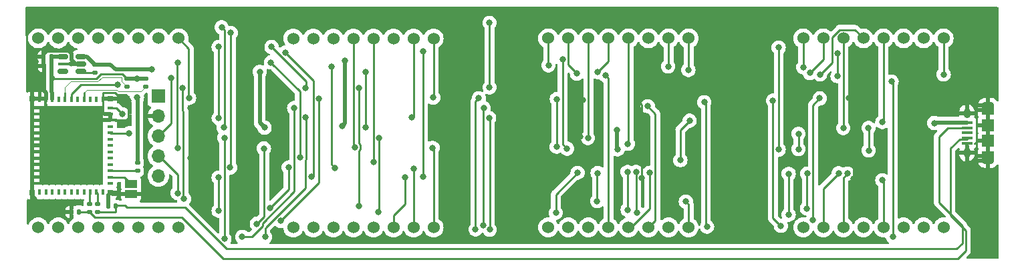
<source format=gbr>
%TF.GenerationSoftware,KiCad,Pcbnew,7.0.9*%
%TF.CreationDate,2024-01-25T00:03:06-08:00*%
%TF.ProjectId,Max7219_FC16,4d617837-3231-4395-9f46-4331362e6b69,rev?*%
%TF.SameCoordinates,Original*%
%TF.FileFunction,Copper,L2,Bot*%
%TF.FilePolarity,Positive*%
%FSLAX46Y46*%
G04 Gerber Fmt 4.6, Leading zero omitted, Abs format (unit mm)*
G04 Created by KiCad (PCBNEW 7.0.9) date 2024-01-25 00:03:06*
%MOMM*%
%LPD*%
G01*
G04 APERTURE LIST*
G04 Aperture macros list*
%AMRoundRect*
0 Rectangle with rounded corners*
0 $1 Rounding radius*
0 $2 $3 $4 $5 $6 $7 $8 $9 X,Y pos of 4 corners*
0 Add a 4 corners polygon primitive as box body*
4,1,4,$2,$3,$4,$5,$6,$7,$8,$9,$2,$3,0*
0 Add four circle primitives for the rounded corners*
1,1,$1+$1,$2,$3*
1,1,$1+$1,$4,$5*
1,1,$1+$1,$6,$7*
1,1,$1+$1,$8,$9*
0 Add four rect primitives between the rounded corners*
20,1,$1+$1,$2,$3,$4,$5,0*
20,1,$1+$1,$4,$5,$6,$7,0*
20,1,$1+$1,$6,$7,$8,$9,0*
20,1,$1+$1,$8,$9,$2,$3,0*%
%AMFreePoly0*
4,1,6,0.725000,-0.725000,-0.125000,-0.725000,-0.725000,-0.125000,-0.725000,0.725000,0.725000,0.725000,0.725000,-0.725000,0.725000,-0.725000,$1*%
G04 Aperture macros list end*
%TA.AperFunction,SMDPad,CuDef*%
%ADD10RoundRect,0.135000X-0.185000X0.135000X-0.185000X-0.135000X0.185000X-0.135000X0.185000X0.135000X0*%
%TD*%
%TA.AperFunction,SMDPad,CuDef*%
%ADD11R,1.500000X1.000000*%
%TD*%
%TA.AperFunction,ComponentPad*%
%ADD12R,1.700000X1.700000*%
%TD*%
%TA.AperFunction,ComponentPad*%
%ADD13O,1.700000X1.700000*%
%TD*%
%TA.AperFunction,ComponentPad*%
%ADD14O,1.550000X0.890000*%
%TD*%
%TA.AperFunction,SMDPad,CuDef*%
%ADD15R,1.550000X1.500000*%
%TD*%
%TA.AperFunction,ComponentPad*%
%ADD16O,0.950000X1.250000*%
%TD*%
%TA.AperFunction,SMDPad,CuDef*%
%ADD17R,1.550000X1.200000*%
%TD*%
%TA.AperFunction,SMDPad,CuDef*%
%ADD18R,1.350000X0.400000*%
%TD*%
%TA.AperFunction,SMDPad,CuDef*%
%ADD19RoundRect,0.140000X0.140000X0.170000X-0.140000X0.170000X-0.140000X-0.170000X0.140000X-0.170000X0*%
%TD*%
%TA.AperFunction,ComponentPad*%
%ADD20C,1.524000*%
%TD*%
%TA.AperFunction,SMDPad,CuDef*%
%ADD21RoundRect,0.150000X0.512500X0.150000X-0.512500X0.150000X-0.512500X-0.150000X0.512500X-0.150000X0*%
%TD*%
%TA.AperFunction,SMDPad,CuDef*%
%ADD22RoundRect,0.140000X-0.140000X-0.170000X0.140000X-0.170000X0.140000X0.170000X-0.140000X0.170000X0*%
%TD*%
%TA.AperFunction,SMDPad,CuDef*%
%ADD23R,0.400000X0.800000*%
%TD*%
%TA.AperFunction,SMDPad,CuDef*%
%ADD24R,0.800000X0.400000*%
%TD*%
%TA.AperFunction,SMDPad,CuDef*%
%ADD25R,1.450000X1.450000*%
%TD*%
%TA.AperFunction,SMDPad,CuDef*%
%ADD26FreePoly0,270.000000*%
%TD*%
%TA.AperFunction,SMDPad,CuDef*%
%ADD27R,0.700000X0.700000*%
%TD*%
%TA.AperFunction,ViaPad*%
%ADD28C,0.800000*%
%TD*%
%TA.AperFunction,Conductor*%
%ADD29C,0.500000*%
%TD*%
%TA.AperFunction,Conductor*%
%ADD30C,0.250000*%
%TD*%
%TA.AperFunction,Conductor*%
%ADD31C,0.125000*%
%TD*%
G04 APERTURE END LIST*
D10*
%TO.P,R10,1*%
%TO.N,+3.3V*%
X48666400Y-56784000D03*
%TO.P,R10,2*%
%TO.N,Net-(U9-GPIO8)*%
X48666400Y-57804000D03*
%TD*%
D11*
%TO.P,JP1,1,A*%
%TO.N,Net-(JP1-A)*%
X47879000Y-59471800D03*
%TO.P,JP1,2,B*%
%TO.N,GND*%
X47879000Y-60771800D03*
%TD*%
D12*
%TO.P,J2,1,Pin_1*%
%TO.N,VUSB*%
X51308000Y-48310800D03*
D13*
%TO.P,J2,2,Pin_2*%
%TO.N,GND*%
X51308000Y-50850800D03*
%TO.P,J2,3,Pin_3*%
%TO.N,/ESP32 Section/MOSI*%
X51308000Y-53390800D03*
%TO.P,J2,4,Pin_4*%
%TO.N,/ESP32 Section/CLK*%
X51308000Y-55930800D03*
%TO.P,J2,5,Pin_5*%
%TO.N,/ESP32 Section/CS*%
X51308000Y-58470800D03*
%TD*%
D10*
%TO.P,R9,1*%
%TO.N,Net-(U9-GPIO19{slash}USB_D+)*%
X42646600Y-62012400D03*
%TO.P,R9,2*%
%TO.N,Net-(J1-D+)*%
X42646600Y-63032400D03*
%TD*%
%TO.P,R8,1*%
%TO.N,Net-(U9-GPIO18{slash}USB_D-)*%
X43637200Y-62014400D03*
%TO.P,R8,2*%
%TO.N,Net-(J1-D-)*%
X43637200Y-63034400D03*
%TD*%
D14*
%TO.P,J1,6,Shield*%
%TO.N,GND*%
X156438600Y-49500000D03*
D15*
X156438600Y-52000000D03*
D16*
X153738600Y-50500000D03*
D17*
X156438600Y-55900000D03*
D14*
X156438600Y-56500000D03*
D15*
X156438600Y-54000000D03*
D16*
X153738600Y-55500000D03*
D17*
X156438600Y-50100000D03*
D18*
%TO.P,J1,5,GND*%
X153738600Y-54300000D03*
%TO.P,J1,4,ID*%
%TO.N,unconnected-(J1-ID-Pad4)*%
X153738600Y-53650000D03*
%TO.P,J1,3,D+*%
%TO.N,Net-(J1-D+)*%
X153738600Y-53000000D03*
%TO.P,J1,2,D-*%
%TO.N,Net-(J1-D-)*%
X153738600Y-52350000D03*
%TO.P,J1,1,VBUS*%
%TO.N,VUSB*%
X153738600Y-51700000D03*
%TD*%
D19*
%TO.P,C8,1*%
%TO.N,Net-(J1-D+)*%
X41269800Y-63007000D03*
%TO.P,C8,2*%
%TO.N,GND*%
X40309800Y-63007000D03*
%TD*%
%TO.P,C7,2*%
%TO.N,GND*%
X44988600Y-62295800D03*
%TO.P,C7,1*%
%TO.N,Net-(J1-D-)*%
X45948600Y-62295800D03*
%TD*%
D20*
%TO.P,U6,1,R5*%
%TO.N,Net-(U5-DIG_4)*%
X118490000Y-40985800D03*
%TO.P,U6,2,R7*%
%TO.N,Net-(U5-DIG_6)*%
X115950000Y-40985800D03*
%TO.P,U6,3,C2*%
%TO.N,Net-(U5-SEG_A)*%
X113410000Y-40985800D03*
%TO.P,U6,4,C3*%
%TO.N,Net-(U5-SEG_B)*%
X110870000Y-40985800D03*
%TO.P,U6,5,R8*%
%TO.N,Net-(U5-DIG_7)*%
X108330000Y-40985800D03*
%TO.P,U6,6,C5*%
%TO.N,Net-(U5-SEG_D)*%
X105790000Y-40985800D03*
%TO.P,U6,7,R6*%
%TO.N,Net-(U5-DIG_5)*%
X103250000Y-40985800D03*
%TO.P,U6,8,R3*%
%TO.N,Net-(U5-DIG_2)*%
X100710000Y-40985800D03*
%TO.P,U6,9,R1*%
%TO.N,Net-(U5-DIG_0)*%
X100710000Y-64988800D03*
%TO.P,U6,10,C4*%
%TO.N,Net-(U5-SEG_C)*%
X103250000Y-64988800D03*
%TO.P,U6,11,C6*%
%TO.N,Net-(U5-SEG_E)*%
X105790000Y-64988800D03*
%TO.P,U6,12,R4*%
%TO.N,Net-(U5-DIG_3)*%
X108330000Y-64988800D03*
%TO.P,U6,13,C1*%
%TO.N,Net-(U5-SEG_DP)*%
X110870000Y-64988800D03*
%TO.P,U6,14,R2*%
%TO.N,Net-(U5-DIG_1)*%
X113410000Y-64988800D03*
%TO.P,U6,15,C7*%
%TO.N,Net-(U5-SEG_F)*%
X115950000Y-64988800D03*
%TO.P,U6,16,C8*%
%TO.N,Net-(U5-SEG_G)*%
X118490000Y-64988800D03*
%TD*%
D21*
%TO.P,U10,1,VIN*%
%TO.N,VUSB*%
X41518000Y-43281600D03*
%TO.P,U10,2,GND*%
%TO.N,GND*%
X41518000Y-44231600D03*
%TO.P,U10,3,EN*%
%TO.N,Net-(U10-EN)*%
X41518000Y-45181600D03*
%TO.P,U10,4,NC*%
%TO.N,unconnected-(U10-NC-Pad4)*%
X39243000Y-45181600D03*
%TO.P,U10,5,VOUT*%
%TO.N,+3.3V*%
X39243000Y-43281600D03*
%TD*%
D20*
%TO.P,U2,1,R5*%
%TO.N,Net-(U1-DIG_4)*%
X86182200Y-40995600D03*
%TO.P,U2,2,R7*%
%TO.N,Net-(U1-DIG_6)*%
X83642200Y-40995600D03*
%TO.P,U2,3,C2*%
%TO.N,Net-(U1-SEG_A)*%
X81102200Y-40995600D03*
%TO.P,U2,4,C3*%
%TO.N,Net-(U1-SEG_B)*%
X78562200Y-40995600D03*
%TO.P,U2,5,R8*%
%TO.N,Net-(U1-DIG_7)*%
X76022200Y-40995600D03*
%TO.P,U2,6,C5*%
%TO.N,Net-(U1-SEG_D)*%
X73482200Y-40995600D03*
%TO.P,U2,7,R6*%
%TO.N,Net-(U1-DIG_5)*%
X70942200Y-40995600D03*
%TO.P,U2,8,R3*%
%TO.N,Net-(U1-DIG_2)*%
X68402200Y-40995600D03*
%TO.P,U2,9,R1*%
%TO.N,Net-(U1-DIG_0)*%
X68402200Y-64998600D03*
%TO.P,U2,10,C4*%
%TO.N,Net-(U1-SEG_C)*%
X70942200Y-64998600D03*
%TO.P,U2,11,C6*%
%TO.N,Net-(U1-SEG_E)*%
X73482200Y-64998600D03*
%TO.P,U2,12,R4*%
%TO.N,Net-(U1-DIG_3)*%
X76022200Y-64998600D03*
%TO.P,U2,13,C1*%
%TO.N,Net-(U1-SEG_DP)*%
X78562200Y-64998600D03*
%TO.P,U2,14,R2*%
%TO.N,Net-(U1-DIG_1)*%
X81102200Y-64998600D03*
%TO.P,U2,15,C7*%
%TO.N,Net-(U1-SEG_F)*%
X83642200Y-64998600D03*
%TO.P,U2,16,C8*%
%TO.N,Net-(U1-SEG_G)*%
X86182200Y-64998600D03*
%TD*%
D10*
%TO.P,R7,1*%
%TO.N,VUSB*%
X43256200Y-44297600D03*
%TO.P,R7,2*%
%TO.N,Net-(U10-EN)*%
X43256200Y-45317600D03*
%TD*%
%TO.P,R6,1*%
%TO.N,+3.3V*%
X49758600Y-46089000D03*
%TO.P,R6,2*%
%TO.N,Net-(U9-EN{slash}CHIP_PU)*%
X49758600Y-47109000D03*
%TD*%
%TO.P,R5,2*%
%TO.N,Net-(U9-GPIO2{slash}ADC1_CH2)*%
X47345600Y-47117000D03*
%TO.P,R5,1*%
%TO.N,+3.3V*%
X47345600Y-46097000D03*
%TD*%
D22*
%TO.P,C6,2*%
%TO.N,+3.3V*%
X37815400Y-44500800D03*
%TO.P,C6,1*%
%TO.N,GND*%
X36855400Y-44500800D03*
%TD*%
%TO.P,C5,2*%
%TO.N,+3.3V*%
X37764600Y-43281600D03*
%TO.P,C5,1*%
%TO.N,GND*%
X36804600Y-43281600D03*
%TD*%
D20*
%TO.P,U8,16,C8*%
%TO.N,Net-(U7-SEG_G)*%
X150790000Y-64988800D03*
%TO.P,U8,15,C7*%
%TO.N,Net-(U7-SEG_F)*%
X148250000Y-64988800D03*
%TO.P,U8,14,R2*%
%TO.N,Net-(U7-DIG_1)*%
X145710000Y-64988800D03*
%TO.P,U8,13,C1*%
%TO.N,Net-(U7-SEG_DP)*%
X143170000Y-64988800D03*
%TO.P,U8,12,R4*%
%TO.N,Net-(U7-DIG_3)*%
X140630000Y-64988800D03*
%TO.P,U8,11,C6*%
%TO.N,Net-(U7-SEG_E)*%
X138090000Y-64988800D03*
%TO.P,U8,10,C4*%
%TO.N,Net-(U7-SEG_C)*%
X135550000Y-64988800D03*
%TO.P,U8,9,R1*%
%TO.N,Net-(U7-DIG_0)*%
X133010000Y-64988800D03*
%TO.P,U8,8,R3*%
%TO.N,Net-(U7-DIG_2)*%
X133010000Y-40985800D03*
%TO.P,U8,7,R6*%
%TO.N,Net-(U7-DIG_5)*%
X135550000Y-40985800D03*
%TO.P,U8,6,C5*%
%TO.N,Net-(U7-SEG_D)*%
X138090000Y-40985800D03*
%TO.P,U8,5,R8*%
%TO.N,Net-(U7-DIG_7)*%
X140630000Y-40985800D03*
%TO.P,U8,4,C3*%
%TO.N,Net-(U7-SEG_B)*%
X143170000Y-40985800D03*
%TO.P,U8,3,C2*%
%TO.N,Net-(U7-SEG_A)*%
X145710000Y-40985800D03*
%TO.P,U8,2,R7*%
%TO.N,Net-(U7-DIG_6)*%
X148250000Y-40985800D03*
%TO.P,U8,1,R5*%
%TO.N,Net-(U7-DIG_4)*%
X150790000Y-40985800D03*
%TD*%
%TO.P,U4,16,C8*%
%TO.N,Net-(U3-SEG_G)*%
X53890000Y-64988800D03*
%TO.P,U4,15,C7*%
%TO.N,Net-(U3-SEG_F)*%
X51350000Y-64988800D03*
%TO.P,U4,14,R2*%
%TO.N,Net-(U3-DIG_1)*%
X48810000Y-64988800D03*
%TO.P,U4,13,C1*%
%TO.N,Net-(U3-SEG_DP)*%
X46270000Y-64988800D03*
%TO.P,U4,12,R4*%
%TO.N,Net-(U3-DIG_3)*%
X43730000Y-64988800D03*
%TO.P,U4,11,C6*%
%TO.N,Net-(U3-SEG_E)*%
X41190000Y-64988800D03*
%TO.P,U4,10,C4*%
%TO.N,Net-(U3-SEG_C)*%
X38650000Y-64988800D03*
%TO.P,U4,9,R1*%
%TO.N,Net-(U3-DIG_0)*%
X36110000Y-64988800D03*
%TO.P,U4,8,R3*%
%TO.N,Net-(U3-DIG_2)*%
X36110000Y-40985800D03*
%TO.P,U4,7,R6*%
%TO.N,Net-(U3-DIG_5)*%
X38650000Y-40985800D03*
%TO.P,U4,6,C5*%
%TO.N,Net-(U3-SEG_D)*%
X41190000Y-40985800D03*
%TO.P,U4,5,R8*%
%TO.N,Net-(U3-DIG_7)*%
X43730000Y-40985800D03*
%TO.P,U4,4,C3*%
%TO.N,Net-(U3-SEG_B)*%
X46270000Y-40985800D03*
%TO.P,U4,3,C2*%
%TO.N,Net-(U3-SEG_A)*%
X48810000Y-40985800D03*
%TO.P,U4,2,R7*%
%TO.N,Net-(U3-DIG_6)*%
X51350000Y-40985800D03*
%TO.P,U4,1,R5*%
%TO.N,Net-(U3-DIG_4)*%
X53890000Y-40985800D03*
%TD*%
D23*
%TO.P,U9,1,GND*%
%TO.N,GND*%
X36292000Y-48700000D03*
%TO.P,U9,2,GND*%
X37092000Y-48700000D03*
%TO.P,U9,3,3V3*%
%TO.N,+3.3V*%
X37892000Y-48700000D03*
%TO.P,U9,4,NC*%
%TO.N,unconnected-(U9-NC-Pad4)*%
X38692000Y-48700000D03*
%TO.P,U9,5,GPIO2/ADC1_CH2*%
%TO.N,Net-(U9-GPIO2{slash}ADC1_CH2)*%
X39492000Y-48700000D03*
%TO.P,U9,6,GPIO3/ADC1_CH3*%
%TO.N,/ESP32 Section/MOSI*%
X40292000Y-48700000D03*
%TO.P,U9,7,NC*%
%TO.N,unconnected-(U9-NC-Pad7)*%
X41092000Y-48700000D03*
%TO.P,U9,8,EN/CHIP_PU*%
%TO.N,Net-(U9-EN{slash}CHIP_PU)*%
X41892000Y-48700000D03*
%TO.P,U9,9,NC*%
%TO.N,unconnected-(U9-NC-Pad9)*%
X42692000Y-48700000D03*
%TO.P,U9,10,NC*%
%TO.N,unconnected-(U9-NC-Pad10)*%
X43492000Y-48700000D03*
%TO.P,U9,11,GND*%
%TO.N,GND*%
X44292000Y-48700000D03*
D24*
%TO.P,U9,12,GPIO0/ADC1_CH0/XTAL_32K_P*%
%TO.N,/ESP32 Section/CLK*%
X45192000Y-49800000D03*
%TO.P,U9,13,GPIO1/ADC1_CH1/XTAL_32K_N*%
%TO.N,GND*%
X45192000Y-50600000D03*
%TO.P,U9,14,GND*%
X45192000Y-51400000D03*
%TO.P,U9,15,NC*%
%TO.N,unconnected-(U9-NC-Pad15)*%
X45192000Y-52200000D03*
%TO.P,U9,16,GPIO10*%
%TO.N,/ESP32 Section/CS*%
X45192000Y-53000000D03*
%TO.P,U9,17,NC*%
%TO.N,unconnected-(U9-NC-Pad17)*%
X45192000Y-53800000D03*
%TO.P,U9,18,GPIO4/ADC1_CH4*%
%TO.N,unconnected-(U9-GPIO4{slash}ADC1_CH4-Pad18)*%
X45192000Y-54600000D03*
%TO.P,U9,19,GPIO5/ADC2_CH0*%
%TO.N,unconnected-(U9-GPIO5{slash}ADC2_CH0-Pad19)*%
X45192000Y-55400000D03*
%TO.P,U9,20,GPIO6*%
%TO.N,unconnected-(U9-GPIO6-Pad20)*%
X45192000Y-56200000D03*
%TO.P,U9,21,GPIO7*%
%TO.N,unconnected-(U9-GPIO7-Pad21)*%
X45192000Y-57000000D03*
%TO.P,U9,22,GPIO8*%
%TO.N,Net-(U9-GPIO8)*%
X45192000Y-57800000D03*
%TO.P,U9,23,GPIO9*%
%TO.N,Net-(JP1-A)*%
X45192000Y-58600000D03*
%TO.P,U9,24,NC*%
%TO.N,unconnected-(U9-NC-Pad24)*%
X45192000Y-59400000D03*
D23*
%TO.P,U9,25,NC*%
%TO.N,unconnected-(U9-NC-Pad25)*%
X44292000Y-60500000D03*
%TO.P,U9,26,GPIO18/USB_D-*%
%TO.N,Net-(U9-GPIO18{slash}USB_D-)*%
X43492000Y-60500000D03*
%TO.P,U9,27,GPIO19/USB_D+*%
%TO.N,Net-(U9-GPIO19{slash}USB_D+)*%
X42692000Y-60500000D03*
%TO.P,U9,28,NC*%
%TO.N,unconnected-(U9-NC-Pad28)*%
X41892000Y-60500000D03*
%TO.P,U9,29,NC*%
%TO.N,unconnected-(U9-NC-Pad29)*%
X41092000Y-60500000D03*
%TO.P,U9,30,GPIO20/U0RXD*%
%TO.N,unconnected-(U9-GPIO20{slash}U0RXD-Pad30)*%
X40292000Y-60500000D03*
%TO.P,U9,31,GPIO21/U0TXD*%
%TO.N,unconnected-(U9-GPIO21{slash}U0TXD-Pad31)*%
X39492000Y-60500000D03*
%TO.P,U9,32,NC*%
%TO.N,unconnected-(U9-NC-Pad32)*%
X38692000Y-60500000D03*
%TO.P,U9,33,NC*%
%TO.N,unconnected-(U9-NC-Pad33)*%
X37892000Y-60500000D03*
%TO.P,U9,34,NC*%
%TO.N,unconnected-(U9-NC-Pad34)*%
X37092000Y-60500000D03*
%TO.P,U9,35,NC*%
%TO.N,unconnected-(U9-NC-Pad35)*%
X36292000Y-60500000D03*
D24*
%TO.P,U9,36,GND*%
%TO.N,GND*%
X35392000Y-59400000D03*
%TO.P,U9,37,GND*%
X35392000Y-58600000D03*
%TO.P,U9,38,GND*%
X35392000Y-57800000D03*
%TO.P,U9,39,GND*%
X35392000Y-57000000D03*
%TO.P,U9,40,GND*%
X35392000Y-56200000D03*
%TO.P,U9,41,GND*%
X35392000Y-55400000D03*
%TO.P,U9,42,GND*%
X35392000Y-54600000D03*
%TO.P,U9,43,GND*%
X35392000Y-53800000D03*
%TO.P,U9,44,GND*%
X35392000Y-53000000D03*
%TO.P,U9,45,GND*%
X35392000Y-52200000D03*
%TO.P,U9,46,GND*%
X35392000Y-51400000D03*
%TO.P,U9,47,GND*%
X35392000Y-50600000D03*
%TO.P,U9,48,GND*%
X35392000Y-49800000D03*
D25*
%TO.P,U9,49,GND*%
X42267000Y-52625000D03*
X40292000Y-52625000D03*
D26*
X38317000Y-52625000D03*
D25*
X42267000Y-54600000D03*
X40292000Y-54600000D03*
X38317000Y-54600000D03*
X42267000Y-56575000D03*
X40292000Y-56575000D03*
X38317000Y-56575000D03*
D27*
%TO.P,U9,50,GND*%
X35342000Y-60550000D03*
%TO.P,U9,51,GND*%
X45242000Y-60550000D03*
%TO.P,U9,52,GND*%
X45242000Y-48650000D03*
%TO.P,U9,53,GND*%
X35342000Y-48650000D03*
%TD*%
D28*
%TO.N,VUSB*%
X74574400Y-52146200D03*
X74955400Y-43815000D03*
%TO.N,/ESP32 Section/MOSI*%
X46148964Y-46851629D03*
%TO.N,/ESP32 Section/CLK*%
X46773500Y-50617901D03*
%TO.N,+3.3V*%
X48615600Y-48514000D03*
X48590200Y-46089000D03*
%TO.N,GND*%
X47498000Y-48895000D03*
%TO.N,VUSB*%
X149606000Y-51739800D03*
X64770000Y-52324000D03*
X64160400Y-45237400D03*
X50444400Y-44932600D03*
%TO.N,GND*%
X55372000Y-56184800D03*
X55372000Y-49834800D03*
%TO.N,/Max7219_8x10/DOUT*%
X118618000Y-51435000D03*
X117449600Y-56464200D03*
%TO.N,Net-(U7-DIG_7)*%
X135136400Y-45559200D03*
%TO.N,Net-(U7-SEG_G)*%
X133514500Y-58166000D03*
X133477000Y-62583900D03*
%TO.N,Net-(U7-SEG_F)*%
X131165600Y-58191400D03*
X131165600Y-63373000D03*
%TO.N,Net-(U7-SEG_DP)*%
X143027400Y-59004200D03*
%TO.N,Net-(U7-DIG_3)*%
X135102600Y-48602300D03*
X134239000Y-64033400D03*
%TO.N,Net-(U7-SEG_E)*%
X138630878Y-58144429D03*
%TO.N,Net-(U7-SEG_C)*%
X137481699Y-58120100D03*
%TO.N,Net-(U7-DIG_1)*%
X129171100Y-48891010D03*
X130175000Y-64795400D03*
%TO.N,Net-(U7-DIG_0)*%
X144195800Y-46469900D03*
X144348200Y-66141600D03*
%TO.N,GND*%
X138814500Y-48602300D03*
X139395200Y-58826400D03*
%TO.N,Net-(U7-DIG_4)*%
X150799800Y-45567600D03*
%TO.N,Net-(U7-DIG_6)*%
X137365500Y-45796200D03*
X137363200Y-42888500D03*
%TO.N,Net-(U7-SEG_A)*%
X129895600Y-42164000D03*
X129895600Y-55118000D03*
%TO.N,Net-(U7-SEG_B)*%
X143027400Y-51612800D03*
X132410200Y-55041800D03*
X132410200Y-53111400D03*
%TO.N,Net-(U7-SEG_D)*%
X141300200Y-55219600D03*
X138090000Y-52362700D03*
X141274800Y-52362700D03*
%TO.N,Net-(U7-DIG_5)*%
X133844883Y-45377700D03*
%TO.N,Net-(U7-DIG_2)*%
X133010000Y-44653200D03*
%TO.N,GND*%
X105065500Y-48844200D03*
X104749239Y-53514410D03*
%TO.N,VUSB*%
X109499400Y-55093800D03*
X109448600Y-52603400D03*
%TO.N,/ESP32 Section/CS*%
X101801000Y-48691800D03*
X101777800Y-54762400D03*
%TO.N,Net-(U5-SEG_G)*%
X106959400Y-58089800D03*
X118135400Y-61722000D03*
X106908600Y-61645800D03*
%TO.N,Net-(U5-SEG_F)*%
X104419400Y-58064400D03*
X101676200Y-63144400D03*
%TO.N,Net-(U5-DIG_1)*%
X113309400Y-49606200D03*
%TO.N,Net-(U5-SEG_DP)*%
X113538000Y-58064400D03*
%TO.N,Net-(U5-DIG_3)*%
X107973534Y-45696466D03*
%TO.N,Net-(U5-SEG_E)*%
X111848300Y-57942300D03*
X111988600Y-63144400D03*
%TO.N,Net-(U5-SEG_C)*%
X110751914Y-57942301D03*
X110769400Y-62763400D03*
%TO.N,Net-(U5-DIG_0)*%
X120472200Y-49098200D03*
X120827800Y-64922400D03*
%TO.N,GND*%
X111988600Y-48818800D03*
X112572800Y-58724800D03*
%TO.N,Net-(U5-DIG_4)*%
X118465600Y-45008800D03*
%TO.N,Net-(U5-DIG_6)*%
X115900200Y-44551600D03*
%TO.N,Net-(U5-SEG_A)*%
X103098600Y-54991000D03*
X102525500Y-43662600D03*
%TO.N,Net-(U5-SEG_B)*%
X110794800Y-54369300D03*
%TO.N,Net-(U5-DIG_7)*%
X106959400Y-45288200D03*
%TO.N,Net-(U5-SEG_D)*%
X105740200Y-53644800D03*
%TO.N,Net-(U5-DIG_5)*%
X104343200Y-45466000D03*
%TO.N,Net-(U5-DIG_2)*%
X100736400Y-44424600D03*
%TO.N,Net-(U1-SEG_G)*%
X86055200Y-54889400D03*
%TO.N,Net-(U1-SEG_F)*%
X83667600Y-57508900D03*
%TO.N,Net-(U1-DIG_1)*%
X82575400Y-58674000D03*
%TO.N,Net-(U1-SEG_DP)*%
X91922600Y-48590200D03*
X91488818Y-65252600D03*
%TO.N,Net-(U1-DIG_3)*%
X79286700Y-53644800D03*
X79197200Y-63068200D03*
%TO.N,Net-(U1-SEG_E)*%
X92532200Y-49834800D03*
X92450074Y-64742783D03*
%TO.N,Net-(U1-SEG_C)*%
X93218000Y-51079400D03*
X93294200Y-65278000D03*
%TO.N,Net-(U1-DIG_0)*%
X76758800Y-47294800D03*
X76758800Y-62306200D03*
%TO.N,Net-(U1-DIG_4)*%
X86131400Y-48514000D03*
%TO.N,Net-(U1-DIG_6)*%
X83439000Y-51054000D03*
%TO.N,Net-(U1-SEG_A)*%
X84836000Y-58521600D03*
X84886800Y-42646600D03*
%TO.N,Net-(U1-SEG_B)*%
X78562200Y-56704900D03*
%TO.N,Net-(U1-DIG_7)*%
X76200000Y-54813200D03*
%TO.N,Net-(U1-SEG_D)*%
X93268800Y-47218600D03*
X93268800Y-39014400D03*
%TO.N,Net-(U1-DIG_5)*%
X73228200Y-44551600D03*
X73710800Y-57429400D03*
%TO.N,Net-(U1-DIG_2)*%
X77546200Y-52324000D03*
X77546200Y-45290500D03*
%TO.N,/ESP32 Section/CS*%
X47625000Y-53024800D03*
%TO.N,/ESP32 Section/CLK*%
X53758500Y-60629300D03*
%TO.N,/ESP32 Section/MOSI*%
X52957300Y-46015000D03*
%TO.N,Net-(U3-SEG_G)*%
X64693800Y-54965600D03*
X63794473Y-64528282D03*
%TO.N,Net-(U3-SEG_F)*%
X65443260Y-62538741D03*
X67830100Y-57378600D03*
%TO.N,Net-(U3-DIG_1)*%
X58951700Y-58674000D03*
X58951700Y-62890400D03*
%TO.N,Net-(U3-SEG_DP)*%
X71666700Y-48615600D03*
X66819000Y-64177400D03*
%TO.N,Net-(U3-DIG_3)*%
X59690000Y-53619400D03*
X59690000Y-66445200D03*
%TO.N,Net-(U3-SEG_E)*%
X68527500Y-49834800D03*
X61950600Y-66205700D03*
%TO.N,Net-(U3-SEG_C)*%
X69976500Y-51028600D03*
X64846200Y-66205700D03*
%TO.N,Net-(U3-DIG_0)*%
X54406800Y-47285000D03*
X54584600Y-61379700D03*
%TO.N,Net-(U3-DIG_4)*%
X55219600Y-48555000D03*
%TO.N,Net-(U3-DIG_6)*%
X58965500Y-51104800D03*
X58965500Y-42074500D03*
%TO.N,Net-(U3-SEG_A)*%
X70739000Y-58572400D03*
X67397149Y-42788051D03*
%TO.N,Net-(U3-SEG_B)*%
X69291200Y-56083200D03*
X65582800Y-44043600D03*
%TO.N,Net-(U3-DIG_7)*%
X53746400Y-54905000D03*
X53797200Y-44082300D03*
%TO.N,Net-(U3-SEG_D)*%
X65659000Y-42074500D03*
X69977000Y-47320200D03*
%TO.N,Net-(U3-DIG_5)*%
X60401200Y-57404000D03*
X60486295Y-40296500D03*
%TO.N,Net-(U3-DIG_2)*%
X59588400Y-52324000D03*
X59334400Y-39585300D03*
%TD*%
D29*
%TO.N,VUSB*%
X74955400Y-51765200D02*
X74574400Y-52146200D01*
X74955400Y-43815000D02*
X74955400Y-51765200D01*
%TO.N,+3.3V*%
X48666400Y-56784000D02*
X48666400Y-48564800D01*
X48666400Y-48564800D02*
X48615600Y-48514000D01*
D30*
%TO.N,/ESP32 Section/CLK*%
X46773500Y-50617901D02*
X45955599Y-49800000D01*
X45955599Y-49800000D02*
X45192000Y-49800000D01*
%TO.N,GND*%
X47498000Y-48895000D02*
X47498000Y-51130200D01*
X47228200Y-51400000D02*
X45192000Y-51400000D01*
X47498000Y-51130200D02*
X47228200Y-51400000D01*
D29*
X44196000Y-51400000D02*
X43492000Y-51400000D01*
X44450000Y-51400000D02*
X44196000Y-51400000D01*
X44196000Y-51400000D02*
X45192000Y-51400000D01*
X45192000Y-50600000D02*
X45192000Y-51400000D01*
D30*
X45192000Y-51400000D02*
X44450000Y-51400000D01*
%TO.N,/ESP32 Section/MOSI*%
X40292000Y-48700000D02*
X40292000Y-48050000D01*
X46128593Y-46872000D02*
X46148964Y-46851629D01*
X40292000Y-48050000D02*
X41470000Y-46872000D01*
X41470000Y-46872000D02*
X46128593Y-46872000D01*
D31*
%TO.N,Net-(U9-EN{slash}CHIP_PU)*%
X49758600Y-47109000D02*
X49155600Y-47712000D01*
X46282600Y-47712000D02*
X46080700Y-47510100D01*
X46080700Y-47510100D02*
X44131492Y-47510100D01*
X49155600Y-47712000D02*
X46282600Y-47712000D01*
X42266200Y-47523400D02*
X41892000Y-47897600D01*
X44131492Y-47510100D02*
X44118192Y-47523400D01*
X44118192Y-47523400D02*
X42266200Y-47523400D01*
D30*
X41892000Y-48700000D02*
X41892000Y-47897600D01*
%TO.N,Net-(U9-GPIO2{slash}ADC1_CH2)*%
X39492000Y-48700000D02*
X39492000Y-47897600D01*
D29*
%TO.N,GND*%
X37092000Y-47897600D02*
X37092000Y-48700000D01*
%TO.N,+3.3V*%
X37892000Y-47897600D02*
X37892000Y-48700000D01*
D31*
%TO.N,Net-(U9-GPIO2{slash}ADC1_CH2)*%
X44191788Y-45904300D02*
X43611588Y-46484500D01*
X46659800Y-46431200D02*
X46659800Y-45959208D01*
X46659800Y-45959208D02*
X46604892Y-45904300D01*
X47345600Y-47117000D02*
X46659800Y-46431200D01*
X43611588Y-46484500D02*
X40255100Y-46484500D01*
X46604892Y-45904300D02*
X44191788Y-45904300D01*
X40255100Y-46484500D02*
X39492000Y-47247600D01*
X39492000Y-47247600D02*
X39492000Y-47897600D01*
D30*
%TO.N,+3.3V*%
X47345600Y-46097000D02*
X46765400Y-45516800D01*
X46765400Y-45516800D02*
X44031280Y-45516800D01*
X44031280Y-45516800D02*
X43451080Y-46097000D01*
X43451080Y-46097000D02*
X38065400Y-46097000D01*
D29*
%TO.N,GND*%
X47879000Y-60771800D02*
X45463800Y-60771800D01*
X45463800Y-60771800D02*
X45242000Y-60550000D01*
D30*
%TO.N,Net-(JP1-A)*%
X45192000Y-58600000D02*
X47007200Y-58600000D01*
X47007200Y-58600000D02*
X47879000Y-59471800D01*
%TO.N,GND*%
X47498000Y-48895000D02*
X47498000Y-48437800D01*
X47498000Y-48437800D02*
X47222200Y-48162000D01*
X46096204Y-48162000D02*
X45831804Y-47897600D01*
X47222200Y-48162000D02*
X46096204Y-48162000D01*
X45831804Y-47897600D02*
X44292000Y-47897600D01*
D29*
X45192000Y-50597600D02*
X44450000Y-50597600D01*
D30*
X44292000Y-47897600D02*
X44292000Y-50439600D01*
X44292000Y-50439600D02*
X44450000Y-50597600D01*
%TO.N,/ESP32 Section/CS*%
X47625000Y-53024800D02*
X45216800Y-53024800D01*
X45216800Y-53024800D02*
X45192000Y-53000000D01*
D29*
%TO.N,+3.3V*%
X48590200Y-46089000D02*
X47353600Y-46089000D01*
X49758600Y-46089000D02*
X48590200Y-46089000D01*
D30*
%TO.N,Net-(U9-GPIO8)*%
X45192000Y-57800000D02*
X48662400Y-57800000D01*
X48662400Y-57800000D02*
X48666400Y-57804000D01*
%TO.N,/ESP32 Section/CLK*%
X53758500Y-60629300D02*
X53758500Y-58279700D01*
X53758500Y-58279700D02*
X51562000Y-56083200D01*
%TO.N,/ESP32 Section/MOSI*%
X51333400Y-53365400D02*
X52957300Y-51741500D01*
X52957300Y-51741500D02*
X52957300Y-46015000D01*
%TO.N,Net-(U3-DIG_7)*%
X53746400Y-54905000D02*
X53681800Y-54840400D01*
X53681800Y-44197700D02*
X53797200Y-44082300D01*
X53681800Y-54840400D02*
X53681800Y-44197700D01*
%TO.N,Net-(U3-DIG_0)*%
X54406800Y-47285000D02*
X54406800Y-50148905D01*
X54483000Y-61278100D02*
X54584600Y-61379700D01*
X54483000Y-50225105D02*
X54483000Y-61278100D01*
X54406800Y-50148905D02*
X54483000Y-50225105D01*
%TO.N,Net-(U3-DIG_4)*%
X55219600Y-48555000D02*
X55168800Y-48504200D01*
X55168800Y-48504200D02*
X55168800Y-42264600D01*
X55168800Y-42264600D02*
X53890000Y-40985800D01*
D29*
%TO.N,VUSB*%
X149645800Y-51700000D02*
X149606000Y-51739800D01*
X153738600Y-51700000D02*
X149645800Y-51700000D01*
D30*
%TO.N,Net-(U7-SEG_D)*%
X141274800Y-52362700D02*
X141300200Y-52388100D01*
X141300200Y-52388100D02*
X141300200Y-55219600D01*
X138090000Y-52362700D02*
X138090000Y-40985800D01*
%TO.N,Net-(U7-SEG_B)*%
X143170000Y-51470200D02*
X143170000Y-40985800D01*
X143027400Y-51612800D02*
X143170000Y-51470200D01*
%TO.N,Net-(J1-D-)*%
X54678095Y-62458600D02*
X59935895Y-67716400D01*
X47320200Y-62458600D02*
X54678095Y-62458600D01*
X47093600Y-62232000D02*
X47320200Y-62458600D01*
X45948600Y-62232000D02*
X47093600Y-62232000D01*
X150190200Y-61823600D02*
X150190200Y-53467000D01*
X59935895Y-67716400D02*
X152425400Y-67716400D01*
X153162000Y-64795400D02*
X150190200Y-61823600D01*
X151307200Y-52350000D02*
X153738600Y-52350000D01*
X152425400Y-67716400D02*
X153162000Y-66979800D01*
X150190200Y-53467000D02*
X151307200Y-52350000D01*
X153162000Y-66979800D02*
X153162000Y-64795400D01*
%TO.N,Net-(J1-D+)*%
X42646600Y-63032400D02*
X43325200Y-63711000D01*
X153612000Y-67968596D02*
X153612000Y-65411404D01*
X151663400Y-63462804D02*
X151663400Y-54952600D01*
X59537600Y-68968800D02*
X152611796Y-68968800D01*
X43325200Y-63711000D02*
X54279800Y-63711000D01*
X54279800Y-63711000D02*
X59537600Y-68968800D01*
X152611796Y-68968800D02*
X153612000Y-67968596D01*
X153612000Y-65411404D02*
X151663400Y-63462804D01*
X151663400Y-54952600D02*
X152813600Y-53802400D01*
X152813600Y-53802400D02*
X153738600Y-53802400D01*
%TO.N,Net-(J1-D-)*%
X45948600Y-63034400D02*
X43637200Y-63034400D01*
X45948600Y-62295800D02*
X45948600Y-63034400D01*
D29*
%TO.N,GND*%
X44988600Y-62295800D02*
X44988600Y-60803400D01*
D30*
%TO.N,Net-(J1-D+)*%
X41269800Y-63007000D02*
X42621200Y-63007000D01*
X42621200Y-63007000D02*
X42646600Y-63032400D01*
D29*
%TO.N,GND*%
X40309800Y-63007000D02*
X37299000Y-63007000D01*
X37299000Y-63007000D02*
X35342000Y-61050000D01*
X35342000Y-61050000D02*
X35342000Y-60550000D01*
D30*
%TO.N,Net-(U9-GPIO18{slash}USB_D-)*%
X43637200Y-62014400D02*
X43637200Y-60645200D01*
X43637200Y-60645200D02*
X43492000Y-60500000D01*
%TO.N,Net-(U9-GPIO19{slash}USB_D+)*%
X42646600Y-62012400D02*
X42646600Y-60545400D01*
X42646600Y-60545400D02*
X42692000Y-60500000D01*
%TO.N,Net-(U3-DIG_2)*%
X59334400Y-39585300D02*
X59690000Y-39940900D01*
X59690000Y-39940900D02*
X59690000Y-52222400D01*
X59690000Y-52222400D02*
X59588400Y-52324000D01*
%TO.N,Net-(U3-DIG_5)*%
X60486295Y-40296500D02*
X60486295Y-57318905D01*
X60486295Y-57318905D02*
X60401200Y-57404000D01*
%TO.N,Net-(U7-DIG_1)*%
X130175000Y-64795400D02*
X129170600Y-63791000D01*
X129170600Y-63791000D02*
X129170600Y-48891510D01*
X129170600Y-48891510D02*
X129171100Y-48891010D01*
%TO.N,Net-(U3-SEG_C)*%
X64846200Y-66205700D02*
X64846200Y-65138256D01*
X64969473Y-65014983D02*
X64969473Y-65002327D01*
X64969473Y-65002327D02*
X69951600Y-60020200D01*
X70016200Y-51068300D02*
X69976500Y-51028600D01*
X64846200Y-65138256D02*
X64969473Y-65014983D01*
X69951600Y-60020200D02*
X69951600Y-56448105D01*
X69951600Y-56448105D02*
X70016200Y-56383505D01*
X70016200Y-56383505D02*
X70016200Y-51068300D01*
%TO.N,Net-(U1-SEG_DP)*%
X91488818Y-65252600D02*
X91488818Y-49023982D01*
X91488818Y-49023982D02*
X91922600Y-48590200D01*
%TO.N,Net-(U1-SEG_E)*%
X92450074Y-64742783D02*
X92493000Y-64699857D01*
X92493000Y-64699857D02*
X92493000Y-49874000D01*
X92493000Y-49874000D02*
X92532200Y-49834800D01*
%TO.N,Net-(U5-DIG_0)*%
X120675400Y-64770000D02*
X120675400Y-49301400D01*
X120675400Y-49301400D02*
X120472200Y-49098200D01*
X120827800Y-64922400D02*
X120675400Y-64770000D01*
%TO.N,Net-(U1-SEG_C)*%
X93294200Y-65278000D02*
X93294200Y-51155600D01*
X93294200Y-51155600D02*
X93218000Y-51079400D01*
D29*
%TO.N,+3.3V*%
X37892000Y-47897600D02*
X37815400Y-47821000D01*
X37815400Y-47821000D02*
X37815400Y-45847000D01*
%TO.N,GND*%
X37092000Y-47897600D02*
X36855400Y-47661000D01*
X36855400Y-47661000D02*
X36855400Y-44500800D01*
%TO.N,VUSB*%
X45897800Y-44932600D02*
X45262800Y-44297600D01*
X45262800Y-44297600D02*
X43256200Y-44297600D01*
X42240200Y-43281600D02*
X43256200Y-44297600D01*
X41518000Y-43281600D02*
X42240200Y-43281600D01*
D30*
%TO.N,Net-(U10-EN)*%
X43256200Y-45317600D02*
X41654000Y-45317600D01*
D29*
%TO.N,+3.3V*%
X38065400Y-46097000D02*
X37815400Y-45847000D01*
X37815400Y-44500800D02*
X37815400Y-45847000D01*
X47353600Y-46089000D02*
X47345600Y-46097000D01*
%TO.N,VUSB*%
X64160400Y-51714400D02*
X64770000Y-52324000D01*
X64160400Y-45237400D02*
X64160400Y-51714400D01*
X50444400Y-44932600D02*
X45897800Y-44932600D01*
D30*
%TO.N,Net-(U10-EN)*%
X41654000Y-45317600D02*
X41518000Y-45181600D01*
D29*
%TO.N,GND*%
X41518000Y-44231600D02*
X40855501Y-44231600D01*
X40855501Y-44231600D02*
X40355500Y-43731599D01*
X40355500Y-43731599D02*
X40355500Y-42878916D01*
X40355500Y-42878916D02*
X39996184Y-42519600D01*
X36804600Y-42971601D02*
X36804600Y-43281600D01*
X39996184Y-42519600D02*
X37256601Y-42519600D01*
X37256601Y-42519600D02*
X36804600Y-42971601D01*
%TO.N,VUSB*%
X41564800Y-43328400D02*
X41518000Y-43281600D01*
%TO.N,+3.3V*%
X37764600Y-43281600D02*
X37764600Y-44450000D01*
X37764600Y-44450000D02*
X37815400Y-44500800D01*
X39243000Y-43281600D02*
X37764600Y-43281600D01*
%TO.N,GND*%
X36804600Y-43281600D02*
X36804600Y-44450000D01*
X36804600Y-44450000D02*
X36855400Y-44500800D01*
X43492000Y-51400000D02*
X42267000Y-52625000D01*
X35342000Y-48650000D02*
X37042000Y-48650000D01*
X37042000Y-47847600D02*
X37092000Y-47897600D01*
X38317000Y-54600000D02*
X35392000Y-54600000D01*
X35342000Y-48650000D02*
X35342000Y-60550000D01*
X42267000Y-54600000D02*
X38317000Y-54600000D01*
X38317000Y-52625000D02*
X42267000Y-56575000D01*
X42267000Y-52625000D02*
X38317000Y-56575000D01*
X42267000Y-56575000D02*
X42267000Y-52625000D01*
X38317000Y-56575000D02*
X42267000Y-56575000D01*
X38317000Y-52625000D02*
X38317000Y-56575000D01*
X42267000Y-52625000D02*
X38317000Y-52625000D01*
D30*
X55372000Y-49834800D02*
X55372000Y-56184800D01*
%TO.N,/Max7219_8x10/DOUT*%
X117449600Y-56464200D02*
X117449600Y-52603400D01*
X117449600Y-52603400D02*
X118618000Y-51435000D01*
%TO.N,Net-(U7-DIG_7)*%
X139543000Y-39898800D02*
X140630000Y-40985800D01*
X135136400Y-45559200D02*
X136638200Y-44057400D01*
X136638200Y-44057400D02*
X136638200Y-40882400D01*
X136638200Y-40882400D02*
X137621800Y-39898800D01*
X137621800Y-39898800D02*
X139543000Y-39898800D01*
%TO.N,Net-(U7-DIG_5)*%
X133844883Y-45377700D02*
X135550000Y-43672583D01*
X135550000Y-43672583D02*
X135550000Y-40985800D01*
%TO.N,Net-(U7-DIG_2)*%
X133010000Y-44653200D02*
X133010000Y-40985800D01*
%TO.N,Net-(U7-SEG_G)*%
X133477000Y-62583900D02*
X133451600Y-62558500D01*
X133451600Y-62558500D02*
X133451600Y-58228900D01*
X133451600Y-58228900D02*
X133514500Y-58166000D01*
%TO.N,Net-(U7-DIG_0)*%
X144348200Y-46622300D02*
X144195800Y-46469900D01*
X144348200Y-66141600D02*
X144348200Y-46622300D01*
%TO.N,Net-(U7-SEG_F)*%
X131165600Y-63373000D02*
X131165600Y-58191400D01*
%TO.N,Net-(U7-SEG_DP)*%
X143170000Y-59146800D02*
X143027400Y-59004200D01*
X143170000Y-64988800D02*
X143170000Y-59146800D01*
%TO.N,Net-(U7-DIG_3)*%
X134239000Y-49465900D02*
X135102600Y-48602300D01*
X134239000Y-64033400D02*
X134239000Y-49465900D01*
%TO.N,Net-(U7-SEG_E)*%
X138090000Y-58685307D02*
X138630878Y-58144429D01*
X138090000Y-64988800D02*
X138090000Y-58685307D01*
%TO.N,Net-(U7-SEG_C)*%
X135550000Y-60051799D02*
X137481699Y-58120100D01*
X135550000Y-64988800D02*
X135550000Y-60051799D01*
%TO.N,GND*%
X139395200Y-49183000D02*
X138814500Y-48602300D01*
X139395200Y-58826400D02*
X139395200Y-49183000D01*
%TO.N,Net-(U7-DIG_4)*%
X150790000Y-40985800D02*
X150799800Y-40995600D01*
X150799800Y-40995600D02*
X150799800Y-45567600D01*
%TO.N,Net-(U7-DIG_6)*%
X137363200Y-45793900D02*
X137365500Y-45796200D01*
X137363200Y-42888500D02*
X137363200Y-45793900D01*
%TO.N,Net-(U7-SEG_A)*%
X129895600Y-42164000D02*
X129895600Y-55118000D01*
%TO.N,Net-(U7-SEG_B)*%
X132410200Y-53111400D02*
X132410200Y-55041800D01*
%TO.N,GND*%
X104749239Y-53514410D02*
X104749239Y-49160461D01*
X104749239Y-49160461D02*
X105065500Y-48844200D01*
D29*
%TO.N,VUSB*%
X109448600Y-55043000D02*
X109499400Y-55093800D01*
X109448600Y-52603400D02*
X109448600Y-55043000D01*
D30*
%TO.N,/ESP32 Section/CS*%
X101777800Y-54762400D02*
X101777800Y-48715000D01*
X101777800Y-48715000D02*
X101801000Y-48691800D01*
%TO.N,Net-(U5-SEG_G)*%
X106908600Y-61645800D02*
X106908600Y-58140600D01*
X118490000Y-62076600D02*
X118135400Y-61722000D01*
X106908600Y-58140600D02*
X106959400Y-58089800D01*
X118490000Y-64988800D02*
X118490000Y-62076600D01*
%TO.N,Net-(U5-SEG_F)*%
X101676200Y-60807600D02*
X104419400Y-58064400D01*
X101676200Y-63144400D02*
X101676200Y-60807600D01*
%TO.N,Net-(U5-DIG_1)*%
X114263000Y-50559800D02*
X113309400Y-49606200D01*
X114263000Y-64135800D02*
X114263000Y-50559800D01*
X113410000Y-64988800D02*
X114263000Y-64135800D01*
%TO.N,Net-(U5-SEG_DP)*%
X113538000Y-62620305D02*
X113538000Y-58064400D01*
X111169505Y-64988800D02*
X113538000Y-62620305D01*
X110870000Y-64988800D02*
X111169505Y-64988800D01*
%TO.N,Net-(U5-DIG_3)*%
X108330000Y-46052932D02*
X107973534Y-45696466D01*
X108330000Y-64988800D02*
X108330000Y-46052932D01*
%TO.N,Net-(U5-SEG_E)*%
X111847800Y-57942800D02*
X111848300Y-57942300D01*
X111847800Y-63003600D02*
X111847800Y-57942800D01*
X111988600Y-63144400D02*
X111847800Y-63003600D01*
%TO.N,Net-(U5-SEG_C)*%
X110769400Y-57959787D02*
X110751914Y-57942301D01*
X110769400Y-62763400D02*
X110769400Y-57959787D01*
%TO.N,GND*%
X112572800Y-49403000D02*
X111988600Y-48818800D01*
X112572800Y-58724800D02*
X112572800Y-49403000D01*
%TO.N,Net-(U5-DIG_4)*%
X118490000Y-44984400D02*
X118465600Y-45008800D01*
X118490000Y-40985800D02*
X118490000Y-44984400D01*
%TO.N,Net-(U5-DIG_6)*%
X115950000Y-44501800D02*
X115900200Y-44551600D01*
X115950000Y-40985800D02*
X115950000Y-44501800D01*
%TO.N,Net-(U5-SEG_A)*%
X102525500Y-43662600D02*
X102525500Y-54417900D01*
X102525500Y-54417900D02*
X103098600Y-54991000D01*
%TO.N,Net-(U5-SEG_B)*%
X110870000Y-54294100D02*
X110794800Y-54369300D01*
X110870000Y-40985800D02*
X110870000Y-54294100D01*
%TO.N,Net-(U5-DIG_7)*%
X108330000Y-43917600D02*
X106959400Y-45288200D01*
X108330000Y-40985800D02*
X108330000Y-43917600D01*
%TO.N,Net-(U5-SEG_D)*%
X105790000Y-40985800D02*
X105790000Y-53595000D01*
X105790000Y-53595000D02*
X105740200Y-53644800D01*
%TO.N,Net-(U5-DIG_5)*%
X103250000Y-44372800D02*
X104343200Y-45466000D01*
X103250000Y-40985800D02*
X103250000Y-44372800D01*
%TO.N,Net-(U5-DIG_2)*%
X100710000Y-44398200D02*
X100736400Y-44424600D01*
X100710000Y-40985800D02*
X100710000Y-44398200D01*
%TO.N,Net-(U1-SEG_G)*%
X86182200Y-55016400D02*
X86055200Y-54889400D01*
X86182200Y-64998600D02*
X86182200Y-55016400D01*
%TO.N,Net-(U1-SEG_F)*%
X83642200Y-57534300D02*
X83667600Y-57508900D01*
X83642200Y-64998600D02*
X83642200Y-57534300D01*
%TO.N,Net-(U1-DIG_1)*%
X82575400Y-62001400D02*
X82575400Y-58674000D01*
X81102200Y-64998600D02*
X81102200Y-63474600D01*
X81102200Y-63474600D02*
X82575400Y-62001400D01*
%TO.N,Net-(U1-DIG_3)*%
X79287200Y-53645300D02*
X79286700Y-53644800D01*
X79197200Y-63068200D02*
X79287200Y-62978200D01*
X79287200Y-62978200D02*
X79287200Y-53645300D01*
%TO.N,Net-(U1-DIG_0)*%
X76758800Y-62306200D02*
X76758800Y-55279705D01*
X76758800Y-55279705D02*
X76925000Y-55113505D01*
X76925000Y-55113505D02*
X76925000Y-54512895D01*
X76925000Y-54512895D02*
X76758800Y-54346695D01*
X76758800Y-54346695D02*
X76758800Y-47294800D01*
%TO.N,Net-(U1-DIG_4)*%
X86182200Y-48463200D02*
X86131400Y-48514000D01*
X86182200Y-40995600D02*
X86182200Y-48463200D01*
%TO.N,Net-(U1-DIG_6)*%
X83642200Y-50850800D02*
X83439000Y-51054000D01*
X83642200Y-40995600D02*
X83642200Y-50850800D01*
%TO.N,Net-(U1-SEG_A)*%
X84836000Y-43916600D02*
X84836000Y-44069000D01*
X84836000Y-44069000D02*
X84836000Y-58521600D01*
X84886800Y-42646600D02*
X84886800Y-44018200D01*
X84886800Y-44018200D02*
X84836000Y-44069000D01*
%TO.N,Net-(U1-SEG_B)*%
X78562200Y-40995600D02*
X78562200Y-56704900D01*
%TO.N,Net-(U1-DIG_7)*%
X76022200Y-54635400D02*
X76200000Y-54813200D01*
X76022200Y-40995600D02*
X76022200Y-54635400D01*
%TO.N,Net-(U1-SEG_D)*%
X93268800Y-39014400D02*
X93268800Y-47218600D01*
%TO.N,Net-(U1-DIG_5)*%
X73228200Y-56946800D02*
X73710800Y-57429400D01*
X73228200Y-44551600D02*
X73228200Y-56946800D01*
%TO.N,Net-(U1-DIG_2)*%
X77546200Y-45290500D02*
X77546200Y-52324000D01*
%TO.N,Net-(U3-SEG_F)*%
X65443260Y-62538741D02*
X67830100Y-60151901D01*
X67830100Y-60151901D02*
X67830100Y-57378600D01*
%TO.N,Net-(U3-SEG_DP)*%
X66819000Y-64177400D02*
X71666700Y-59329700D01*
X71666700Y-59329700D02*
X71666700Y-48615600D01*
%TO.N,Net-(U3-SEG_E)*%
X61950600Y-66205700D02*
X63142360Y-66205700D01*
X68554600Y-60452000D02*
X68554600Y-49861900D01*
X63142360Y-66205700D02*
X64519473Y-64828587D01*
X64519473Y-64828587D02*
X64519473Y-64487127D01*
X64519473Y-64487127D02*
X68554600Y-60452000D01*
X68554600Y-49861900D02*
X68527500Y-49834800D01*
%TO.N,Net-(U3-SEG_G)*%
X63794473Y-64528282D02*
X64719200Y-63603555D01*
X64719200Y-54991000D02*
X64693800Y-54965600D01*
X64719200Y-63603555D02*
X64719200Y-54991000D01*
%TO.N,Net-(U3-SEG_A)*%
X70942200Y-46333102D02*
X70942200Y-58369200D01*
X70942200Y-58369200D02*
X70739000Y-58572400D01*
X67397149Y-42788051D02*
X70942200Y-46333102D01*
%TO.N,Net-(U3-SEG_D)*%
X70053200Y-47244000D02*
X69977000Y-47320200D01*
X65659000Y-42074500D02*
X70053200Y-46468700D01*
X70053200Y-46468700D02*
X70053200Y-47244000D01*
%TO.N,Net-(U3-SEG_B)*%
X65582800Y-44043600D02*
X69252000Y-47712800D01*
X69252000Y-47712800D02*
X69252000Y-56044000D01*
X69252000Y-56044000D02*
X69291200Y-56083200D01*
%TO.N,Net-(U3-DIG_1)*%
X58951700Y-62890400D02*
X58951700Y-58674000D01*
%TO.N,Net-(U3-DIG_3)*%
X59676200Y-66431400D02*
X59676200Y-53633200D01*
X59690000Y-66445200D02*
X59676200Y-66431400D01*
X59676200Y-53633200D02*
X59690000Y-53619400D01*
%TO.N,Net-(U3-DIG_6)*%
X58965500Y-42074500D02*
X58965500Y-51104800D01*
%TD*%
%TA.AperFunction,Conductor*%
%TO.N,GND*%
G36*
X112689892Y-58461723D02*
G01*
X112747940Y-58500609D01*
X112760086Y-58518014D01*
X112766050Y-58528344D01*
X112805467Y-58596616D01*
X112840852Y-58635915D01*
X112880650Y-58680115D01*
X112910880Y-58743106D01*
X112912500Y-58763087D01*
X112912500Y-62309852D01*
X112892815Y-62376891D01*
X112876185Y-62397528D01*
X112828509Y-62445205D01*
X112785289Y-62488425D01*
X112723965Y-62521909D01*
X112654274Y-62516925D01*
X112605458Y-62483714D01*
X112594471Y-62471512D01*
X112524413Y-62420611D01*
X112481749Y-62365283D01*
X112473300Y-62320295D01*
X112473300Y-58641542D01*
X112492985Y-58574503D01*
X112505149Y-58558571D01*
X112527017Y-58534284D01*
X112560551Y-58497040D01*
X112620035Y-58460394D01*
X112689892Y-58461723D01*
G37*
%TD.AperFunction*%
%TA.AperFunction,Conductor*%
G36*
X157687966Y-37020185D02*
G01*
X157733721Y-37072989D01*
X157744927Y-37124181D01*
X157749500Y-38900183D01*
X157749500Y-48853837D01*
X157729815Y-48920876D01*
X157677011Y-48966631D01*
X157607853Y-48976575D01*
X157544297Y-48947550D01*
X157523710Y-48923457D01*
X157523588Y-48923552D01*
X157521625Y-48921016D01*
X157520268Y-48919428D01*
X157519740Y-48918581D01*
X157519735Y-48918575D01*
X157387325Y-48779279D01*
X157229574Y-48669481D01*
X157052957Y-48593689D01*
X156864697Y-48555000D01*
X156688600Y-48555000D01*
X156688600Y-49250000D01*
X156188600Y-49250000D01*
X156188600Y-48555000D01*
X156060679Y-48555000D01*
X155917390Y-48569570D01*
X155734020Y-48627103D01*
X155734010Y-48627108D01*
X155565966Y-48720380D01*
X155565965Y-48720380D01*
X155420139Y-48845567D01*
X155420138Y-48845568D01*
X155302497Y-48997548D01*
X155302495Y-48997552D01*
X155217854Y-49170106D01*
X155197168Y-49250000D01*
X156088976Y-49250000D01*
X156016055Y-49264505D01*
X155933360Y-49319760D01*
X155878105Y-49402455D01*
X155858702Y-49500000D01*
X155878105Y-49597545D01*
X155933360Y-49680240D01*
X156016055Y-49735495D01*
X156088976Y-49750000D01*
X155163600Y-49750000D01*
X155163600Y-49850000D01*
X156564600Y-49850000D01*
X156631639Y-49869685D01*
X156677394Y-49922489D01*
X156688600Y-49974000D01*
X156688600Y-56026000D01*
X156668915Y-56093039D01*
X156616111Y-56138794D01*
X156564600Y-56150000D01*
X155163600Y-56150000D01*
X155163600Y-56250000D01*
X156088976Y-56250000D01*
X156016055Y-56264505D01*
X155933360Y-56319760D01*
X155878105Y-56402455D01*
X155858702Y-56500000D01*
X155878105Y-56597545D01*
X155933360Y-56680240D01*
X156016055Y-56735495D01*
X156088976Y-56750000D01*
X155193462Y-56750000D01*
X155255798Y-56918314D01*
X155255802Y-56918323D01*
X155357459Y-57081419D01*
X155357464Y-57081424D01*
X155489874Y-57220720D01*
X155647625Y-57330518D01*
X155824242Y-57406310D01*
X156012503Y-57445000D01*
X156188600Y-57445000D01*
X156188600Y-56750000D01*
X156688600Y-56750000D01*
X156688600Y-57445000D01*
X156816521Y-57445000D01*
X156959809Y-57430429D01*
X157143179Y-57372896D01*
X157143189Y-57372891D01*
X157311233Y-57279619D01*
X157311234Y-57279619D01*
X157457057Y-57154434D01*
X157527443Y-57063503D01*
X157584044Y-57022539D01*
X157653807Y-57018678D01*
X157714583Y-57053147D01*
X157747075Y-57115002D01*
X157749500Y-57139404D01*
X157749500Y-68837406D01*
X157729815Y-68904445D01*
X157677011Y-68950200D01*
X157625537Y-68961406D01*
X153802031Y-68962553D01*
X153734986Y-68942889D01*
X153689215Y-68890098D01*
X153679251Y-68820943D01*
X153708257Y-68757378D01*
X153714299Y-68750886D01*
X153995788Y-68469397D01*
X154008042Y-68459582D01*
X154007859Y-68459360D01*
X154013866Y-68454388D01*
X154013877Y-68454382D01*
X154044775Y-68421478D01*
X154061227Y-68403960D01*
X154071671Y-68393514D01*
X154082120Y-68383067D01*
X154086379Y-68377574D01*
X154090152Y-68373157D01*
X154122062Y-68339178D01*
X154131715Y-68321616D01*
X154142389Y-68305366D01*
X154154673Y-68289532D01*
X154173180Y-68246763D01*
X154175749Y-68241520D01*
X154198196Y-68200689D01*
X154198197Y-68200688D01*
X154203177Y-68181287D01*
X154209478Y-68162884D01*
X154217438Y-68144492D01*
X154224730Y-68098445D01*
X154225911Y-68092748D01*
X154237500Y-68047615D01*
X154237500Y-68027579D01*
X154239027Y-68008178D01*
X154242160Y-67988400D01*
X154237775Y-67942011D01*
X154237500Y-67936173D01*
X154237500Y-65494146D01*
X154239224Y-65478526D01*
X154238939Y-65478499D01*
X154239673Y-65470737D01*
X154237500Y-65401576D01*
X154237500Y-65372060D01*
X154237500Y-65372054D01*
X154236631Y-65365183D01*
X154236173Y-65359356D01*
X154235708Y-65344555D01*
X154234710Y-65312777D01*
X154229119Y-65293534D01*
X154225173Y-65274482D01*
X154222664Y-65254612D01*
X154205504Y-65211271D01*
X154203624Y-65205783D01*
X154190618Y-65161014D01*
X154180422Y-65143774D01*
X154171861Y-65126298D01*
X154164487Y-65107674D01*
X154163909Y-65106878D01*
X154137079Y-65069949D01*
X154133888Y-65065090D01*
X154133682Y-65064742D01*
X154110170Y-65024984D01*
X154110168Y-65024982D01*
X154110165Y-65024978D01*
X154096006Y-65010819D01*
X154083368Y-64996023D01*
X154074383Y-64983656D01*
X154071594Y-64979817D01*
X154049510Y-64961548D01*
X154035688Y-64950113D01*
X154031376Y-64946190D01*
X153809750Y-64724564D01*
X153776265Y-64663241D01*
X153774408Y-64652420D01*
X153772663Y-64638604D01*
X153755512Y-64595287D01*
X153753619Y-64589758D01*
X153740618Y-64545009D01*
X153740616Y-64545006D01*
X153730423Y-64527771D01*
X153721861Y-64510294D01*
X153714487Y-64491670D01*
X153714277Y-64491381D01*
X153687079Y-64453945D01*
X153683888Y-64449086D01*
X153670895Y-64427116D01*
X153660170Y-64408980D01*
X153660168Y-64408978D01*
X153660165Y-64408974D01*
X153646006Y-64394815D01*
X153633368Y-64380019D01*
X153623166Y-64365977D01*
X153621594Y-64363813D01*
X153611093Y-64355126D01*
X153585688Y-64334109D01*
X153581376Y-64330186D01*
X152325219Y-63074028D01*
X152291734Y-63012705D01*
X152288900Y-62986347D01*
X152288900Y-55263051D01*
X152308585Y-55196012D01*
X152325214Y-55175375D01*
X152594404Y-54906186D01*
X152655722Y-54872704D01*
X152725413Y-54877688D01*
X152756396Y-54894607D01*
X152766558Y-54902215D01*
X152808426Y-54958150D01*
X152813407Y-55027842D01*
X152806196Y-55050371D01*
X152803517Y-55056613D01*
X152763775Y-55249999D01*
X152763775Y-55250000D01*
X153478103Y-55250000D01*
X153463600Y-55322912D01*
X153463600Y-55677088D01*
X153478103Y-55750000D01*
X152768741Y-55750000D01*
X152778632Y-55847279D01*
X152837992Y-56036471D01*
X152837999Y-56036486D01*
X152934227Y-56209856D01*
X152934230Y-56209861D01*
X153063391Y-56360315D01*
X153063392Y-56360317D01*
X153220197Y-56481693D01*
X153220201Y-56481695D01*
X153398229Y-56569022D01*
X153488599Y-56592420D01*
X153488600Y-56592420D01*
X153488600Y-55770836D01*
X153540336Y-55848264D01*
X153631300Y-55909045D01*
X153738600Y-55930388D01*
X153845900Y-55909045D01*
X153936864Y-55848264D01*
X153988600Y-55770836D01*
X153988600Y-56597130D01*
X154170191Y-56529877D01*
X154170198Y-56529873D01*
X154338483Y-56424980D01*
X154482201Y-56288366D01*
X154482202Y-56288364D01*
X154595484Y-56125609D01*
X154673682Y-55943384D01*
X154713425Y-55750000D01*
X153999097Y-55750000D01*
X154013600Y-55677088D01*
X154013600Y-55322912D01*
X153999097Y-55250000D01*
X154708458Y-55250000D01*
X154708458Y-55249999D01*
X154698567Y-55152722D01*
X154663499Y-55040954D01*
X154662211Y-54971096D01*
X154698896Y-54911632D01*
X154707502Y-54904565D01*
X154770789Y-54857188D01*
X154770790Y-54857187D01*
X154856950Y-54742093D01*
X154856954Y-54742086D01*
X154907196Y-54607379D01*
X154907198Y-54607372D01*
X154913599Y-54547844D01*
X154913600Y-54547827D01*
X154913600Y-54500000D01*
X154753035Y-54500000D01*
X154685996Y-54480315D01*
X154640241Y-54427511D01*
X154630297Y-54358353D01*
X154659322Y-54294797D01*
X154678724Y-54276734D01*
X154714435Y-54250000D01*
X155163600Y-54250000D01*
X155163600Y-54797844D01*
X155170001Y-54857372D01*
X155170003Y-54857380D01*
X155216359Y-54981667D01*
X155221343Y-55051359D01*
X155216359Y-55068333D01*
X155170003Y-55192619D01*
X155170001Y-55192627D01*
X155163600Y-55252155D01*
X155163600Y-55650000D01*
X156188600Y-55650000D01*
X156188600Y-54250000D01*
X155163600Y-54250000D01*
X154714435Y-54250000D01*
X154723343Y-54243331D01*
X154771146Y-54207546D01*
X154814458Y-54149687D01*
X154870391Y-54107818D01*
X154913572Y-54100027D01*
X154913600Y-54100000D01*
X154913600Y-54052172D01*
X154913599Y-54052160D01*
X154906980Y-53990604D01*
X154906980Y-53964090D01*
X154907690Y-53957485D01*
X154907691Y-53957483D01*
X154914100Y-53897873D01*
X154914099Y-53402128D01*
X154907691Y-53342517D01*
X154907689Y-53342513D01*
X154907232Y-53338255D01*
X154907232Y-53311745D01*
X154907689Y-53307486D01*
X154907691Y-53307483D01*
X154914100Y-53247873D01*
X154914099Y-52752128D01*
X154907691Y-52692517D01*
X154907689Y-52692511D01*
X154907232Y-52688255D01*
X154907232Y-52661745D01*
X154907689Y-52657486D01*
X154907691Y-52657483D01*
X154914100Y-52597873D01*
X154914099Y-52250000D01*
X155163600Y-52250000D01*
X155163600Y-52797844D01*
X155170001Y-52857372D01*
X155170003Y-52857383D01*
X155207034Y-52956668D01*
X155212018Y-53026360D01*
X155207034Y-53043332D01*
X155170003Y-53142616D01*
X155170001Y-53142627D01*
X155163600Y-53202155D01*
X155163600Y-53750000D01*
X156188600Y-53750000D01*
X156188600Y-52250000D01*
X155163600Y-52250000D01*
X154914099Y-52250000D01*
X154914099Y-52102128D01*
X154907691Y-52042517D01*
X154907689Y-52042513D01*
X154907232Y-52038255D01*
X154907232Y-52011745D01*
X154907689Y-52007486D01*
X154907691Y-52007483D01*
X154914100Y-51947873D01*
X154914099Y-51452128D01*
X154907691Y-51392517D01*
X154899860Y-51371522D01*
X154857397Y-51257671D01*
X154857393Y-51257664D01*
X154771147Y-51142455D01*
X154710847Y-51097314D01*
X154668977Y-51041380D01*
X154663993Y-50971688D01*
X154671212Y-50949140D01*
X154673683Y-50943382D01*
X154713425Y-50750000D01*
X153999097Y-50750000D01*
X154013600Y-50677088D01*
X154013600Y-50350000D01*
X155163600Y-50350000D01*
X155163600Y-50747844D01*
X155170001Y-50807372D01*
X155170003Y-50807380D01*
X155216359Y-50931667D01*
X155221343Y-51001359D01*
X155216359Y-51018333D01*
X155170003Y-51142619D01*
X155170001Y-51142627D01*
X155163600Y-51202155D01*
X155163600Y-51750000D01*
X156188600Y-51750000D01*
X156188600Y-50350000D01*
X155163600Y-50350000D01*
X154013600Y-50350000D01*
X154013600Y-50322912D01*
X153999097Y-50250000D01*
X154708458Y-50250000D01*
X154708458Y-50249999D01*
X154698567Y-50152720D01*
X154639207Y-49963528D01*
X154639200Y-49963513D01*
X154542972Y-49790143D01*
X154542969Y-49790138D01*
X154413808Y-49639684D01*
X154413807Y-49639682D01*
X154257002Y-49518306D01*
X154256998Y-49518304D01*
X154078966Y-49430976D01*
X153988600Y-49407577D01*
X153988600Y-50229163D01*
X153936864Y-50151736D01*
X153845900Y-50090955D01*
X153738600Y-50069612D01*
X153631300Y-50090955D01*
X153540336Y-50151736D01*
X153488600Y-50229163D01*
X153488600Y-49402869D01*
X153488599Y-49402869D01*
X153307005Y-49470124D01*
X153307001Y-49470126D01*
X153138716Y-49575019D01*
X152994998Y-49711633D01*
X152994997Y-49711635D01*
X152881715Y-49874390D01*
X152803517Y-50056615D01*
X152763775Y-50249999D01*
X152763775Y-50250000D01*
X153478103Y-50250000D01*
X153463600Y-50322912D01*
X153463600Y-50677088D01*
X153478103Y-50750000D01*
X152768741Y-50750000D01*
X152775143Y-50812956D01*
X152762341Y-50881643D01*
X152714437Y-50932505D01*
X152651779Y-50949500D01*
X150071276Y-50949500D01*
X150020840Y-50938779D01*
X149885807Y-50878657D01*
X149885802Y-50878655D01*
X149722259Y-50843894D01*
X149700646Y-50839300D01*
X149511354Y-50839300D01*
X149489741Y-50843894D01*
X149326197Y-50878655D01*
X149326192Y-50878657D01*
X149153270Y-50955648D01*
X149153265Y-50955651D01*
X149000129Y-51066911D01*
X148873466Y-51207585D01*
X148778821Y-51371515D01*
X148778818Y-51371522D01*
X148730990Y-51518723D01*
X148720326Y-51551544D01*
X148700540Y-51739800D01*
X148720326Y-51928056D01*
X148720327Y-51928059D01*
X148778818Y-52108077D01*
X148778821Y-52108084D01*
X148873467Y-52272016D01*
X148985957Y-52396948D01*
X149000129Y-52412688D01*
X149153265Y-52523948D01*
X149153270Y-52523951D01*
X149326192Y-52600942D01*
X149326197Y-52600944D01*
X149511354Y-52640300D01*
X149511355Y-52640300D01*
X149700644Y-52640300D01*
X149700646Y-52640300D01*
X149839362Y-52610815D01*
X149909026Y-52616131D01*
X149964760Y-52658268D01*
X149988865Y-52723847D01*
X149973688Y-52792049D01*
X149952821Y-52819786D01*
X149806408Y-52966199D01*
X149794151Y-52976020D01*
X149794334Y-52976241D01*
X149788323Y-52981213D01*
X149740972Y-53031636D01*
X149720089Y-53052519D01*
X149720077Y-53052532D01*
X149715821Y-53058017D01*
X149712037Y-53062447D01*
X149680137Y-53096418D01*
X149680136Y-53096420D01*
X149670484Y-53113976D01*
X149659810Y-53130226D01*
X149647529Y-53146061D01*
X149647524Y-53146068D01*
X149629015Y-53188838D01*
X149626445Y-53194084D01*
X149604003Y-53234906D01*
X149599022Y-53254307D01*
X149592721Y-53272710D01*
X149584762Y-53291102D01*
X149584761Y-53291105D01*
X149577471Y-53337127D01*
X149576287Y-53342846D01*
X149564701Y-53387972D01*
X149564700Y-53387982D01*
X149564700Y-53408016D01*
X149563173Y-53427415D01*
X149560040Y-53447194D01*
X149560040Y-53447195D01*
X149564425Y-53493583D01*
X149564700Y-53499421D01*
X149564700Y-61740855D01*
X149562975Y-61756472D01*
X149563261Y-61756499D01*
X149562526Y-61764265D01*
X149564700Y-61833414D01*
X149564700Y-61862943D01*
X149564701Y-61862960D01*
X149565568Y-61869831D01*
X149566026Y-61875650D01*
X149567490Y-61922224D01*
X149567491Y-61922227D01*
X149573080Y-61941467D01*
X149577024Y-61960511D01*
X149579536Y-61980392D01*
X149592875Y-62014084D01*
X149596690Y-62023719D01*
X149598582Y-62029247D01*
X149611581Y-62073988D01*
X149621780Y-62091234D01*
X149630336Y-62108700D01*
X149637714Y-62127332D01*
X149652500Y-62147684D01*
X149665098Y-62165023D01*
X149668306Y-62169907D01*
X149692027Y-62210016D01*
X149692033Y-62210024D01*
X149706190Y-62224180D01*
X149718828Y-62238976D01*
X149730605Y-62255186D01*
X149730606Y-62255187D01*
X149766509Y-62284888D01*
X149770820Y-62288810D01*
X150723699Y-63241690D01*
X151002227Y-63520218D01*
X151035712Y-63581541D01*
X151030728Y-63651233D01*
X150988856Y-63707166D01*
X150923392Y-63731583D01*
X150903739Y-63731427D01*
X150790002Y-63721477D01*
X150789998Y-63721477D01*
X150569937Y-63740729D01*
X150569929Y-63740730D01*
X150356554Y-63797904D01*
X150356550Y-63797906D01*
X150345840Y-63802900D01*
X150156340Y-63891265D01*
X150156338Y-63891266D01*
X149975377Y-64017975D01*
X149819175Y-64174177D01*
X149692466Y-64355138D01*
X149692465Y-64355140D01*
X149632382Y-64483989D01*
X149586209Y-64536428D01*
X149519016Y-64555580D01*
X149452135Y-64535364D01*
X149407618Y-64483989D01*
X149363876Y-64390185D01*
X149347534Y-64355139D01*
X149227686Y-64183977D01*
X149220827Y-64174181D01*
X149144438Y-64097792D01*
X149064620Y-64017974D01*
X149064616Y-64017971D01*
X149064615Y-64017970D01*
X148883666Y-63891268D01*
X148883662Y-63891266D01*
X148875500Y-63887460D01*
X148683450Y-63797906D01*
X148683447Y-63797905D01*
X148683445Y-63797904D01*
X148470070Y-63740730D01*
X148470062Y-63740729D01*
X148250002Y-63721477D01*
X148249998Y-63721477D01*
X148029937Y-63740729D01*
X148029929Y-63740730D01*
X147816554Y-63797904D01*
X147816550Y-63797906D01*
X147805840Y-63802900D01*
X147616340Y-63891265D01*
X147616338Y-63891266D01*
X147435377Y-64017975D01*
X147279175Y-64174177D01*
X147152466Y-64355138D01*
X147152465Y-64355140D01*
X147092382Y-64483989D01*
X147046209Y-64536428D01*
X146979016Y-64555580D01*
X146912135Y-64535364D01*
X146867618Y-64483989D01*
X146823876Y-64390185D01*
X146807534Y-64355139D01*
X146687686Y-64183977D01*
X146680827Y-64174181D01*
X146604438Y-64097792D01*
X146524620Y-64017974D01*
X146524616Y-64017971D01*
X146524615Y-64017970D01*
X146343666Y-63891268D01*
X146343662Y-63891266D01*
X146335500Y-63887460D01*
X146143450Y-63797906D01*
X146143447Y-63797905D01*
X146143445Y-63797904D01*
X145930070Y-63740730D01*
X145930062Y-63740729D01*
X145710002Y-63721477D01*
X145709998Y-63721477D01*
X145489937Y-63740729D01*
X145489929Y-63740730D01*
X145276554Y-63797904D01*
X145276543Y-63797908D01*
X145150104Y-63856868D01*
X145081027Y-63867360D01*
X145017243Y-63838840D01*
X144979004Y-63780363D01*
X144973700Y-63744486D01*
X144973700Y-46956762D01*
X144990313Y-46894762D01*
X145022979Y-46838184D01*
X145081474Y-46658156D01*
X145101260Y-46469900D01*
X145081474Y-46281644D01*
X145022979Y-46101616D01*
X144928333Y-45937684D01*
X144801671Y-45797012D01*
X144801670Y-45797011D01*
X144648534Y-45685751D01*
X144648529Y-45685748D01*
X144475607Y-45608757D01*
X144475602Y-45608755D01*
X144329801Y-45577765D01*
X144290446Y-45569400D01*
X144101154Y-45569400D01*
X144101152Y-45569400D01*
X143945280Y-45602531D01*
X143875613Y-45597215D01*
X143819880Y-45555077D01*
X143795775Y-45489497D01*
X143795500Y-45481241D01*
X143795500Y-42153599D01*
X143815185Y-42086560D01*
X143848377Y-42052024D01*
X143858177Y-42045162D01*
X143984620Y-41956626D01*
X144140826Y-41800420D01*
X144267534Y-41619462D01*
X144327618Y-41490611D01*
X144373790Y-41438171D01*
X144440983Y-41419019D01*
X144507865Y-41439235D01*
X144552382Y-41490611D01*
X144612464Y-41619458D01*
X144612468Y-41619466D01*
X144739170Y-41800415D01*
X144739174Y-41800420D01*
X144895380Y-41956626D01*
X144895382Y-41956627D01*
X144895384Y-41956629D01*
X145076333Y-42083331D01*
X145076335Y-42083332D01*
X145076338Y-42083334D01*
X145276550Y-42176694D01*
X145489932Y-42233870D01*
X145647123Y-42247622D01*
X145709998Y-42253123D01*
X145710000Y-42253123D01*
X145710002Y-42253123D01*
X145765017Y-42248309D01*
X145930068Y-42233870D01*
X146143450Y-42176694D01*
X146343662Y-42083334D01*
X146524620Y-41956626D01*
X146680826Y-41800420D01*
X146807534Y-41619462D01*
X146867618Y-41490611D01*
X146913790Y-41438171D01*
X146980983Y-41419019D01*
X147047865Y-41439235D01*
X147092382Y-41490611D01*
X147152464Y-41619458D01*
X147152468Y-41619466D01*
X147279170Y-41800415D01*
X147279174Y-41800420D01*
X147435380Y-41956626D01*
X147435382Y-41956627D01*
X147435384Y-41956629D01*
X147616333Y-42083331D01*
X147616335Y-42083332D01*
X147616338Y-42083334D01*
X147816550Y-42176694D01*
X148029932Y-42233870D01*
X148187123Y-42247622D01*
X148249998Y-42253123D01*
X148250000Y-42253123D01*
X148250002Y-42253123D01*
X148305017Y-42248309D01*
X148470068Y-42233870D01*
X148683450Y-42176694D01*
X148883662Y-42083334D01*
X149064620Y-41956626D01*
X149220826Y-41800420D01*
X149347534Y-41619462D01*
X149407618Y-41490611D01*
X149453790Y-41438171D01*
X149520983Y-41419019D01*
X149587865Y-41439235D01*
X149632382Y-41490611D01*
X149692464Y-41619458D01*
X149692468Y-41619466D01*
X149819170Y-41800415D01*
X149819174Y-41800420D01*
X149975380Y-41956626D01*
X149975382Y-41956627D01*
X149975384Y-41956629D01*
X150020187Y-41988000D01*
X150114657Y-42054149D01*
X150121423Y-42058886D01*
X150165048Y-42113463D01*
X150174300Y-42160461D01*
X150174300Y-44868912D01*
X150154615Y-44935951D01*
X150142450Y-44951884D01*
X150067266Y-45035384D01*
X149972621Y-45199315D01*
X149972618Y-45199322D01*
X149914860Y-45377084D01*
X149914126Y-45379344D01*
X149894340Y-45567600D01*
X149914126Y-45755856D01*
X149914127Y-45755859D01*
X149972618Y-45935877D01*
X149972621Y-45935884D01*
X150067267Y-46099816D01*
X150136141Y-46176308D01*
X150193929Y-46240488D01*
X150347065Y-46351748D01*
X150347070Y-46351751D01*
X150519992Y-46428742D01*
X150519997Y-46428744D01*
X150705154Y-46468100D01*
X150705155Y-46468100D01*
X150894444Y-46468100D01*
X150894446Y-46468100D01*
X151079603Y-46428744D01*
X151252530Y-46351751D01*
X151405671Y-46240488D01*
X151532333Y-46099816D01*
X151626979Y-45935884D01*
X151685474Y-45755856D01*
X151705260Y-45567600D01*
X151685474Y-45379344D01*
X151626979Y-45199316D01*
X151532333Y-45035384D01*
X151521703Y-45023578D01*
X151457150Y-44951884D01*
X151426920Y-44888892D01*
X151425300Y-44868912D01*
X151425300Y-42146737D01*
X151444985Y-42079698D01*
X151478177Y-42045162D01*
X151604620Y-41956626D01*
X151760826Y-41800420D01*
X151887534Y-41619462D01*
X151980894Y-41419250D01*
X152038070Y-41205868D01*
X152052509Y-41040817D01*
X152057323Y-40985802D01*
X152057323Y-40985797D01*
X152043580Y-40828714D01*
X152038070Y-40765732D01*
X151980894Y-40552350D01*
X151887534Y-40352139D01*
X151760826Y-40171180D01*
X151604620Y-40014974D01*
X151604616Y-40014971D01*
X151604615Y-40014970D01*
X151423666Y-39888268D01*
X151423662Y-39888266D01*
X151423660Y-39888265D01*
X151223450Y-39794906D01*
X151223447Y-39794905D01*
X151223445Y-39794904D01*
X151010070Y-39737730D01*
X151010062Y-39737729D01*
X150790002Y-39718477D01*
X150789998Y-39718477D01*
X150569937Y-39737729D01*
X150569929Y-39737730D01*
X150356554Y-39794904D01*
X150356548Y-39794907D01*
X150156340Y-39888265D01*
X150156338Y-39888266D01*
X149975377Y-40014975D01*
X149819175Y-40171177D01*
X149692466Y-40352138D01*
X149692465Y-40352140D01*
X149632382Y-40480989D01*
X149586209Y-40533428D01*
X149519016Y-40552580D01*
X149452135Y-40532364D01*
X149407618Y-40480989D01*
X149378292Y-40418100D01*
X149347534Y-40352139D01*
X149220826Y-40171180D01*
X149064620Y-40014974D01*
X149064616Y-40014971D01*
X149064615Y-40014970D01*
X148883666Y-39888268D01*
X148883662Y-39888266D01*
X148883660Y-39888265D01*
X148683450Y-39794906D01*
X148683447Y-39794905D01*
X148683445Y-39794904D01*
X148470070Y-39737730D01*
X148470062Y-39737729D01*
X148250002Y-39718477D01*
X148249998Y-39718477D01*
X148029937Y-39737729D01*
X148029929Y-39737730D01*
X147816554Y-39794904D01*
X147816548Y-39794907D01*
X147616340Y-39888265D01*
X147616338Y-39888266D01*
X147435377Y-40014975D01*
X147279175Y-40171177D01*
X147152466Y-40352138D01*
X147152465Y-40352140D01*
X147092382Y-40480989D01*
X147046209Y-40533428D01*
X146979016Y-40552580D01*
X146912135Y-40532364D01*
X146867618Y-40480989D01*
X146838292Y-40418100D01*
X146807534Y-40352139D01*
X146680826Y-40171180D01*
X146524620Y-40014974D01*
X146524616Y-40014971D01*
X146524615Y-40014970D01*
X146343666Y-39888268D01*
X146343662Y-39888266D01*
X146343660Y-39888265D01*
X146143450Y-39794906D01*
X146143447Y-39794905D01*
X146143445Y-39794904D01*
X145930070Y-39737730D01*
X145930062Y-39737729D01*
X145710002Y-39718477D01*
X145709998Y-39718477D01*
X145489937Y-39737729D01*
X145489929Y-39737730D01*
X145276554Y-39794904D01*
X145276548Y-39794907D01*
X145076340Y-39888265D01*
X145076338Y-39888266D01*
X144895377Y-40014975D01*
X144739175Y-40171177D01*
X144612466Y-40352138D01*
X144612465Y-40352140D01*
X144552382Y-40480989D01*
X144506209Y-40533428D01*
X144439016Y-40552580D01*
X144372135Y-40532364D01*
X144327618Y-40480989D01*
X144298292Y-40418100D01*
X144267534Y-40352139D01*
X144140826Y-40171180D01*
X143984620Y-40014974D01*
X143984616Y-40014971D01*
X143984615Y-40014970D01*
X143803666Y-39888268D01*
X143803662Y-39888266D01*
X143803660Y-39888265D01*
X143603450Y-39794906D01*
X143603447Y-39794905D01*
X143603445Y-39794904D01*
X143390070Y-39737730D01*
X143390062Y-39737729D01*
X143170002Y-39718477D01*
X143169998Y-39718477D01*
X142949937Y-39737729D01*
X142949929Y-39737730D01*
X142736554Y-39794904D01*
X142736548Y-39794907D01*
X142536340Y-39888265D01*
X142536338Y-39888266D01*
X142355377Y-40014975D01*
X142199175Y-40171177D01*
X142072466Y-40352138D01*
X142072465Y-40352140D01*
X142012382Y-40480989D01*
X141966209Y-40533428D01*
X141899016Y-40552580D01*
X141832135Y-40532364D01*
X141787618Y-40480989D01*
X141758292Y-40418100D01*
X141727534Y-40352139D01*
X141600826Y-40171180D01*
X141444620Y-40014974D01*
X141444616Y-40014971D01*
X141444615Y-40014970D01*
X141263666Y-39888268D01*
X141263662Y-39888266D01*
X141263660Y-39888265D01*
X141063450Y-39794906D01*
X141063447Y-39794905D01*
X141063445Y-39794904D01*
X140850070Y-39737730D01*
X140850062Y-39737729D01*
X140630002Y-39718477D01*
X140629998Y-39718477D01*
X140483288Y-39731312D01*
X140409932Y-39737730D01*
X140409930Y-39737730D01*
X140409926Y-39737731D01*
X140365977Y-39749507D01*
X140296127Y-39747844D01*
X140246204Y-39717413D01*
X140043803Y-39515012D01*
X140033980Y-39502750D01*
X140033759Y-39502934D01*
X140028786Y-39496923D01*
X140010159Y-39479431D01*
X139978364Y-39449573D01*
X139964146Y-39435355D01*
X139957475Y-39428683D01*
X139951986Y-39424425D01*
X139947561Y-39420647D01*
X139913582Y-39388738D01*
X139913580Y-39388736D01*
X139913577Y-39388735D01*
X139896029Y-39379088D01*
X139879763Y-39368404D01*
X139863936Y-39356127D01*
X139863935Y-39356126D01*
X139863933Y-39356125D01*
X139821168Y-39337618D01*
X139815922Y-39335048D01*
X139775093Y-39312603D01*
X139775092Y-39312602D01*
X139755693Y-39307622D01*
X139737281Y-39301318D01*
X139718898Y-39293362D01*
X139718892Y-39293360D01*
X139672874Y-39286072D01*
X139667152Y-39284887D01*
X139622021Y-39273300D01*
X139622019Y-39273300D01*
X139601984Y-39273300D01*
X139582586Y-39271773D01*
X139575162Y-39270597D01*
X139562805Y-39268640D01*
X139562804Y-39268640D01*
X139516416Y-39273025D01*
X139510578Y-39273300D01*
X137704537Y-39273300D01*
X137688920Y-39271576D01*
X137688893Y-39271862D01*
X137681131Y-39271127D01*
X137612003Y-39273300D01*
X137582450Y-39273300D01*
X137581729Y-39273390D01*
X137575557Y-39274169D01*
X137569745Y-39274626D01*
X137523172Y-39276090D01*
X137523169Y-39276091D01*
X137503926Y-39281681D01*
X137484883Y-39285625D01*
X137465004Y-39288136D01*
X137465003Y-39288137D01*
X137421678Y-39305290D01*
X137416152Y-39307182D01*
X137371408Y-39320183D01*
X137371404Y-39320185D01*
X137354165Y-39330380D01*
X137336698Y-39338937D01*
X137318069Y-39346312D01*
X137318067Y-39346313D01*
X137280364Y-39373706D01*
X137275482Y-39376912D01*
X137235380Y-39400628D01*
X137221208Y-39414800D01*
X137206423Y-39427428D01*
X137195511Y-39435357D01*
X137190212Y-39439207D01*
X137160509Y-39475110D01*
X137156577Y-39479431D01*
X136580508Y-40055500D01*
X136519185Y-40088985D01*
X136449494Y-40084001D01*
X136405146Y-40055500D01*
X136364621Y-40014975D01*
X136364615Y-40014970D01*
X136183666Y-39888268D01*
X136183662Y-39888266D01*
X136183660Y-39888265D01*
X135983450Y-39794906D01*
X135983447Y-39794905D01*
X135983445Y-39794904D01*
X135770070Y-39737730D01*
X135770062Y-39737729D01*
X135550002Y-39718477D01*
X135549998Y-39718477D01*
X135329937Y-39737729D01*
X135329929Y-39737730D01*
X135116554Y-39794904D01*
X135116548Y-39794907D01*
X134916340Y-39888265D01*
X134916338Y-39888266D01*
X134735377Y-40014975D01*
X134579175Y-40171177D01*
X134452466Y-40352138D01*
X134452465Y-40352140D01*
X134392382Y-40480989D01*
X134346209Y-40533428D01*
X134279016Y-40552580D01*
X134212135Y-40532364D01*
X134167618Y-40480989D01*
X134138292Y-40418100D01*
X134107534Y-40352139D01*
X133980826Y-40171180D01*
X133824620Y-40014974D01*
X133824616Y-40014971D01*
X133824615Y-40014970D01*
X133643666Y-39888268D01*
X133643662Y-39888266D01*
X133643660Y-39888265D01*
X133443450Y-39794906D01*
X133443447Y-39794905D01*
X133443445Y-39794904D01*
X133230070Y-39737730D01*
X133230062Y-39737729D01*
X133010002Y-39718477D01*
X133009998Y-39718477D01*
X132789937Y-39737729D01*
X132789929Y-39737730D01*
X132576554Y-39794904D01*
X132576548Y-39794907D01*
X132376340Y-39888265D01*
X132376338Y-39888266D01*
X132195377Y-40014975D01*
X132039175Y-40171177D01*
X131912466Y-40352138D01*
X131912465Y-40352140D01*
X131819107Y-40552348D01*
X131819104Y-40552354D01*
X131761930Y-40765729D01*
X131761929Y-40765737D01*
X131742677Y-40985797D01*
X131742677Y-40985802D01*
X131761929Y-41205862D01*
X131761930Y-41205870D01*
X131819104Y-41419245D01*
X131819105Y-41419247D01*
X131819106Y-41419250D01*
X131876478Y-41542285D01*
X131912466Y-41619462D01*
X131912468Y-41619466D01*
X132039170Y-41800415D01*
X132039174Y-41800420D01*
X132195380Y-41956626D01*
X132195382Y-41956627D01*
X132195384Y-41956629D01*
X132331623Y-42052024D01*
X132375248Y-42106601D01*
X132384500Y-42153599D01*
X132384500Y-43954512D01*
X132364815Y-44021551D01*
X132352650Y-44037484D01*
X132277466Y-44120984D01*
X132182821Y-44284915D01*
X132182818Y-44284922D01*
X132135667Y-44430040D01*
X132124326Y-44464944D01*
X132104540Y-44653200D01*
X132124326Y-44841456D01*
X132124327Y-44841459D01*
X132182818Y-45021477D01*
X132182821Y-45021484D01*
X132277467Y-45185416D01*
X132367801Y-45285742D01*
X132404129Y-45326088D01*
X132557265Y-45437348D01*
X132557270Y-45437351D01*
X132730192Y-45514342D01*
X132730197Y-45514344D01*
X132888157Y-45547919D01*
X132949639Y-45581111D01*
X132980307Y-45630890D01*
X133017702Y-45745980D01*
X133017704Y-45745984D01*
X133112350Y-45909916D01*
X133219903Y-46029365D01*
X133239012Y-46050588D01*
X133392148Y-46161848D01*
X133392153Y-46161851D01*
X133565075Y-46238842D01*
X133565080Y-46238844D01*
X133750237Y-46278200D01*
X133750238Y-46278200D01*
X133939527Y-46278200D01*
X133939529Y-46278200D01*
X134124686Y-46238844D01*
X134297613Y-46161851D01*
X134309857Y-46152954D01*
X134375663Y-46129474D01*
X134443718Y-46145299D01*
X134474893Y-46170299D01*
X134530528Y-46232087D01*
X134530529Y-46232088D01*
X134683665Y-46343348D01*
X134683670Y-46343351D01*
X134856592Y-46420342D01*
X134856597Y-46420344D01*
X135041754Y-46459700D01*
X135041755Y-46459700D01*
X135231044Y-46459700D01*
X135231046Y-46459700D01*
X135416203Y-46420344D01*
X135589130Y-46343351D01*
X135742271Y-46232088D01*
X135868933Y-46091416D01*
X135963579Y-45927484D01*
X136022074Y-45747456D01*
X136039721Y-45579544D01*
X136066304Y-45514934D01*
X136075351Y-45504838D01*
X136399668Y-45180521D01*
X136460989Y-45147038D01*
X136530681Y-45152022D01*
X136586614Y-45193894D01*
X136611031Y-45259358D01*
X136596179Y-45327631D01*
X136594735Y-45330203D01*
X136538320Y-45427918D01*
X136538318Y-45427922D01*
X136480560Y-45605684D01*
X136479826Y-45607944D01*
X136460040Y-45796200D01*
X136479826Y-45984456D01*
X136479827Y-45984459D01*
X136538318Y-46164477D01*
X136538321Y-46164484D01*
X136632967Y-46328416D01*
X136715738Y-46420342D01*
X136759629Y-46469088D01*
X136912765Y-46580348D01*
X136912770Y-46580351D01*
X137085692Y-46657342D01*
X137085697Y-46657344D01*
X137270854Y-46696700D01*
X137270855Y-46696700D01*
X137340500Y-46696700D01*
X137407539Y-46716385D01*
X137453294Y-46769189D01*
X137464500Y-46820700D01*
X137464500Y-51664012D01*
X137444815Y-51731051D01*
X137432650Y-51746984D01*
X137357466Y-51830484D01*
X137262821Y-51994415D01*
X137262818Y-51994422D01*
X137207831Y-52163656D01*
X137204326Y-52174444D01*
X137184540Y-52362700D01*
X137204326Y-52550956D01*
X137204327Y-52550959D01*
X137262818Y-52730977D01*
X137262821Y-52730984D01*
X137357467Y-52894916D01*
X137438648Y-52985076D01*
X137484129Y-53035588D01*
X137637265Y-53146848D01*
X137637270Y-53146851D01*
X137810192Y-53223842D01*
X137810197Y-53223844D01*
X137995354Y-53263200D01*
X137995355Y-53263200D01*
X138184644Y-53263200D01*
X138184646Y-53263200D01*
X138369803Y-53223844D01*
X138542730Y-53146851D01*
X138695871Y-53035588D01*
X138822533Y-52894916D01*
X138917179Y-52730984D01*
X138975674Y-52550956D01*
X138995460Y-52362700D01*
X138975674Y-52174444D01*
X138917179Y-51994416D01*
X138822533Y-51830484D01*
X138796036Y-51801056D01*
X138747350Y-51746984D01*
X138717120Y-51683992D01*
X138715500Y-51664012D01*
X138715500Y-42153599D01*
X138735185Y-42086560D01*
X138768377Y-42052024D01*
X138778177Y-42045162D01*
X138904620Y-41956626D01*
X139060826Y-41800420D01*
X139187534Y-41619462D01*
X139247618Y-41490611D01*
X139293790Y-41438171D01*
X139360983Y-41419019D01*
X139427865Y-41439235D01*
X139472382Y-41490611D01*
X139532464Y-41619458D01*
X139532468Y-41619466D01*
X139659170Y-41800415D01*
X139659174Y-41800420D01*
X139815380Y-41956626D01*
X139815382Y-41956627D01*
X139815384Y-41956629D01*
X139996333Y-42083331D01*
X139996335Y-42083332D01*
X139996338Y-42083334D01*
X140196550Y-42176694D01*
X140409932Y-42233870D01*
X140567123Y-42247622D01*
X140629998Y-42253123D01*
X140630000Y-42253123D01*
X140630002Y-42253123D01*
X140685017Y-42248309D01*
X140850068Y-42233870D01*
X141063450Y-42176694D01*
X141263662Y-42083334D01*
X141444620Y-41956626D01*
X141600826Y-41800420D01*
X141727534Y-41619462D01*
X141787618Y-41490611D01*
X141833790Y-41438171D01*
X141900983Y-41419019D01*
X141967865Y-41439235D01*
X142012382Y-41490611D01*
X142072464Y-41619458D01*
X142072468Y-41619466D01*
X142199170Y-41800415D01*
X142199174Y-41800420D01*
X142355380Y-41956626D01*
X142355382Y-41956627D01*
X142355384Y-41956629D01*
X142491623Y-42052024D01*
X142535248Y-42106601D01*
X142544500Y-42153599D01*
X142544500Y-50787386D01*
X142524815Y-50854425D01*
X142493387Y-50887703D01*
X142421528Y-50939912D01*
X142421523Y-50939916D01*
X142294866Y-51080585D01*
X142200221Y-51244515D01*
X142200218Y-51244522D01*
X142142460Y-51422284D01*
X142141726Y-51424544D01*
X142125885Y-51575267D01*
X142121940Y-51612800D01*
X142123098Y-51623816D01*
X142110528Y-51692546D01*
X142062796Y-51743569D01*
X141995055Y-51760687D01*
X141928814Y-51738464D01*
X141907628Y-51719750D01*
X141880671Y-51689812D01*
X141880670Y-51689811D01*
X141727534Y-51578551D01*
X141727529Y-51578548D01*
X141554607Y-51501557D01*
X141554602Y-51501555D01*
X141408801Y-51470565D01*
X141369446Y-51462200D01*
X141180154Y-51462200D01*
X141147697Y-51469098D01*
X140994997Y-51501555D01*
X140994992Y-51501557D01*
X140822070Y-51578548D01*
X140822065Y-51578551D01*
X140668929Y-51689811D01*
X140542266Y-51830485D01*
X140447621Y-51994415D01*
X140447618Y-51994422D01*
X140392631Y-52163656D01*
X140389126Y-52174444D01*
X140369340Y-52362700D01*
X140389126Y-52550956D01*
X140389127Y-52550959D01*
X140447618Y-52730977D01*
X140447621Y-52730984D01*
X140542267Y-52894916D01*
X140638164Y-53001420D01*
X140642850Y-53006624D01*
X140673080Y-53069615D01*
X140674700Y-53089596D01*
X140674700Y-54520912D01*
X140655015Y-54587951D01*
X140642850Y-54603884D01*
X140567666Y-54687384D01*
X140473021Y-54851315D01*
X140473018Y-54851322D01*
X140424710Y-55000000D01*
X140414526Y-55031344D01*
X140394740Y-55219600D01*
X140414526Y-55407856D01*
X140414527Y-55407859D01*
X140473018Y-55587877D01*
X140473021Y-55587884D01*
X140567667Y-55751816D01*
X140654708Y-55848484D01*
X140694329Y-55892488D01*
X140847465Y-56003748D01*
X140847470Y-56003751D01*
X141020392Y-56080742D01*
X141020397Y-56080744D01*
X141205554Y-56120100D01*
X141205555Y-56120100D01*
X141394844Y-56120100D01*
X141394846Y-56120100D01*
X141580003Y-56080744D01*
X141752930Y-56003751D01*
X141906071Y-55892488D01*
X142032733Y-55751816D01*
X142127379Y-55587884D01*
X142185874Y-55407856D01*
X142205660Y-55219600D01*
X142185874Y-55031344D01*
X142127379Y-54851316D01*
X142032733Y-54687384D01*
X142008797Y-54660800D01*
X141957550Y-54603884D01*
X141927320Y-54540892D01*
X141925700Y-54520912D01*
X141925700Y-53033177D01*
X141945385Y-52966138D01*
X141957543Y-52950212D01*
X142007333Y-52894916D01*
X142101979Y-52730984D01*
X142160474Y-52550956D01*
X142180260Y-52362700D01*
X142179102Y-52351686D01*
X142191668Y-52282959D01*
X142239398Y-52231933D01*
X142307137Y-52214812D01*
X142373380Y-52237031D01*
X142394571Y-52255749D01*
X142421528Y-52285687D01*
X142421529Y-52285688D01*
X142574665Y-52396948D01*
X142574670Y-52396951D01*
X142747592Y-52473942D01*
X142747597Y-52473944D01*
X142932754Y-52513300D01*
X142932755Y-52513300D01*
X143122044Y-52513300D01*
X143122046Y-52513300D01*
X143307203Y-52473944D01*
X143480130Y-52396951D01*
X143525816Y-52363758D01*
X143591620Y-52340279D01*
X143659674Y-52356104D01*
X143708369Y-52406210D01*
X143722700Y-52464077D01*
X143722700Y-58152922D01*
X143703015Y-58219961D01*
X143650211Y-58265716D01*
X143581053Y-58275660D01*
X143525815Y-58253241D01*
X143523661Y-58251676D01*
X143480130Y-58220049D01*
X143480128Y-58220048D01*
X143480129Y-58220048D01*
X143307207Y-58143057D01*
X143307202Y-58143055D01*
X143145395Y-58108663D01*
X143122046Y-58103700D01*
X142932754Y-58103700D01*
X142909405Y-58108663D01*
X142747597Y-58143055D01*
X142747592Y-58143057D01*
X142574670Y-58220048D01*
X142574665Y-58220051D01*
X142421529Y-58331311D01*
X142294866Y-58471985D01*
X142200221Y-58635915D01*
X142200218Y-58635922D01*
X142141727Y-58815940D01*
X142141726Y-58815944D01*
X142121940Y-59004200D01*
X142141726Y-59192456D01*
X142141727Y-59192459D01*
X142200218Y-59372477D01*
X142200221Y-59372484D01*
X142294867Y-59536416D01*
X142397712Y-59650637D01*
X142421529Y-59677088D01*
X142421533Y-59677092D01*
X142493384Y-59729293D01*
X142536051Y-59784622D01*
X142544500Y-59829612D01*
X142544500Y-63821001D01*
X142524815Y-63888040D01*
X142491623Y-63922576D01*
X142355377Y-64017975D01*
X142199175Y-64174177D01*
X142072466Y-64355138D01*
X142072465Y-64355140D01*
X142012382Y-64483989D01*
X141966209Y-64536428D01*
X141899016Y-64555580D01*
X141832135Y-64535364D01*
X141787618Y-64483989D01*
X141743876Y-64390185D01*
X141727534Y-64355139D01*
X141607686Y-64183977D01*
X141600827Y-64174181D01*
X141524438Y-64097792D01*
X141444620Y-64017974D01*
X141444616Y-64017971D01*
X141444615Y-64017970D01*
X141263666Y-63891268D01*
X141263662Y-63891266D01*
X141255500Y-63887460D01*
X141063450Y-63797906D01*
X141063447Y-63797905D01*
X141063445Y-63797904D01*
X140850070Y-63740730D01*
X140850062Y-63740729D01*
X140630002Y-63721477D01*
X140629998Y-63721477D01*
X140409937Y-63740729D01*
X140409929Y-63740730D01*
X140196554Y-63797904D01*
X140196550Y-63797906D01*
X140185840Y-63802900D01*
X139996340Y-63891265D01*
X139996338Y-63891266D01*
X139815377Y-64017975D01*
X139659175Y-64174177D01*
X139532466Y-64355138D01*
X139532465Y-64355140D01*
X139472382Y-64483989D01*
X139426209Y-64536428D01*
X139359016Y-64555580D01*
X139292135Y-64535364D01*
X139247618Y-64483989D01*
X139203876Y-64390185D01*
X139187534Y-64355139D01*
X139067686Y-64183977D01*
X139060827Y-64174181D01*
X138984438Y-64097792D01*
X138904620Y-64017974D01*
X138768376Y-63922575D01*
X138724752Y-63867998D01*
X138715500Y-63821000D01*
X138715500Y-59147472D01*
X138735185Y-59080433D01*
X138787989Y-59034678D01*
X138813707Y-59026185D01*
X138910681Y-59005573D01*
X138910685Y-59005571D01*
X138910686Y-59005571D01*
X139002033Y-58964900D01*
X139083608Y-58928580D01*
X139236749Y-58817317D01*
X139363411Y-58676645D01*
X139458057Y-58512713D01*
X139516552Y-58332685D01*
X139536338Y-58144429D01*
X139516552Y-57956173D01*
X139458057Y-57776145D01*
X139363411Y-57612213D01*
X139236749Y-57471541D01*
X139203263Y-57447212D01*
X139083612Y-57360280D01*
X139083607Y-57360277D01*
X138910685Y-57283286D01*
X138910680Y-57283284D01*
X138746328Y-57248351D01*
X138725524Y-57243929D01*
X138536232Y-57243929D01*
X138517663Y-57247876D01*
X138351075Y-57283284D01*
X138351070Y-57283286D01*
X138178148Y-57360277D01*
X138178145Y-57360279D01*
X138145914Y-57383696D01*
X138080107Y-57407174D01*
X138012054Y-57391347D01*
X138000146Y-57383695D01*
X137990496Y-57376684D01*
X137934429Y-57335949D01*
X137934427Y-57335948D01*
X137934428Y-57335948D01*
X137761506Y-57258957D01*
X137761501Y-57258955D01*
X137591550Y-57222832D01*
X137576345Y-57219600D01*
X137387053Y-57219600D01*
X137371848Y-57222832D01*
X137201896Y-57258955D01*
X137201891Y-57258957D01*
X137028969Y-57335948D01*
X137028964Y-57335951D01*
X136875828Y-57447211D01*
X136749165Y-57587885D01*
X136654520Y-57751815D01*
X136654517Y-57751822D01*
X136615953Y-57870512D01*
X136596025Y-57931844D01*
X136579424Y-58089800D01*
X136578378Y-58099749D01*
X136551793Y-58164363D01*
X136542738Y-58174468D01*
X135166208Y-59550998D01*
X135153951Y-59560819D01*
X135154134Y-59561040D01*
X135148123Y-59566012D01*
X135100772Y-59616435D01*
X135077125Y-59640082D01*
X135076003Y-59638960D01*
X135022372Y-59672755D01*
X134952505Y-59672132D01*
X134894067Y-59633835D01*
X134865610Y-59570023D01*
X134864500Y-59553471D01*
X134864500Y-49776352D01*
X134884185Y-49709313D01*
X134900819Y-49688671D01*
X135050371Y-49539119D01*
X135111694Y-49505634D01*
X135138052Y-49502800D01*
X135197244Y-49502800D01*
X135197246Y-49502800D01*
X135382403Y-49463444D01*
X135555330Y-49386451D01*
X135708471Y-49275188D01*
X135835133Y-49134516D01*
X135929779Y-48970584D01*
X135988274Y-48790556D01*
X136008060Y-48602300D01*
X135988274Y-48414044D01*
X135929779Y-48234016D01*
X135835133Y-48070084D01*
X135708471Y-47929412D01*
X135691817Y-47917312D01*
X135555334Y-47818151D01*
X135555329Y-47818148D01*
X135382407Y-47741157D01*
X135382402Y-47741155D01*
X135218600Y-47706339D01*
X135197246Y-47701800D01*
X135007954Y-47701800D01*
X134986600Y-47706339D01*
X134822797Y-47741155D01*
X134822792Y-47741157D01*
X134649870Y-47818148D01*
X134649865Y-47818151D01*
X134496729Y-47929411D01*
X134370066Y-48070085D01*
X134275421Y-48234015D01*
X134275418Y-48234022D01*
X134217848Y-48411206D01*
X134216926Y-48414044D01*
X134205503Y-48522732D01*
X134199279Y-48581949D01*
X134172694Y-48646563D01*
X134163639Y-48656668D01*
X133855208Y-48965099D01*
X133842951Y-48974920D01*
X133843134Y-48975141D01*
X133837123Y-48980113D01*
X133789772Y-49030536D01*
X133768889Y-49051419D01*
X133768877Y-49051432D01*
X133764621Y-49056917D01*
X133760837Y-49061347D01*
X133728937Y-49095318D01*
X133728936Y-49095320D01*
X133719284Y-49112876D01*
X133708610Y-49129126D01*
X133696329Y-49144961D01*
X133696324Y-49144968D01*
X133677815Y-49187738D01*
X133675245Y-49192984D01*
X133652803Y-49233806D01*
X133647822Y-49253207D01*
X133641521Y-49271610D01*
X133633562Y-49290002D01*
X133633561Y-49290005D01*
X133626271Y-49336027D01*
X133625087Y-49341746D01*
X133613501Y-49386872D01*
X133613500Y-49386882D01*
X133613500Y-49406916D01*
X133611973Y-49426315D01*
X133608840Y-49446094D01*
X133608840Y-49446095D01*
X133613225Y-49492483D01*
X133613500Y-49498321D01*
X133613500Y-57141500D01*
X133593815Y-57208539D01*
X133541011Y-57254294D01*
X133489500Y-57265500D01*
X133419854Y-57265500D01*
X133401445Y-57269413D01*
X133234697Y-57304855D01*
X133234692Y-57304857D01*
X133061770Y-57381848D01*
X133061765Y-57381851D01*
X132908629Y-57493111D01*
X132781966Y-57633785D01*
X132687321Y-57797715D01*
X132687318Y-57797722D01*
X132634067Y-57961614D01*
X132628826Y-57977744D01*
X132609040Y-58166000D01*
X132628826Y-58354256D01*
X132628827Y-58354259D01*
X132687318Y-58534277D01*
X132687321Y-58534284D01*
X132760138Y-58660408D01*
X132781967Y-58698216D01*
X132794250Y-58711857D01*
X132824479Y-58774846D01*
X132826100Y-58794829D01*
X132826100Y-61913422D01*
X132806415Y-61980461D01*
X132794250Y-61996394D01*
X132744466Y-62051684D01*
X132649821Y-62215615D01*
X132649818Y-62215622D01*
X132591327Y-62395640D01*
X132591326Y-62395644D01*
X132571540Y-62583900D01*
X132591326Y-62772156D01*
X132591327Y-62772159D01*
X132649818Y-62952177D01*
X132649821Y-62952184D01*
X132744467Y-63116116D01*
X132858269Y-63242506D01*
X132871129Y-63256788D01*
X133024265Y-63368048D01*
X133024270Y-63368051D01*
X133197192Y-63445042D01*
X133197193Y-63445042D01*
X133197197Y-63445044D01*
X133334589Y-63474247D01*
X133396071Y-63507439D01*
X133429848Y-63568602D01*
X133425196Y-63638316D01*
X133416200Y-63657531D01*
X133411821Y-63665116D01*
X133411814Y-63665130D01*
X133411020Y-63667576D01*
X133410177Y-63668807D01*
X133409175Y-63671059D01*
X133408763Y-63670875D01*
X133371575Y-63725247D01*
X133307213Y-63752437D01*
X133261002Y-63749018D01*
X133230073Y-63740731D01*
X133230070Y-63740730D01*
X133230068Y-63740730D01*
X133120034Y-63731103D01*
X133010002Y-63721477D01*
X133009998Y-63721477D01*
X132789937Y-63740729D01*
X132789929Y-63740730D01*
X132576554Y-63797904D01*
X132576550Y-63797906D01*
X132565840Y-63802900D01*
X132376340Y-63891265D01*
X132376338Y-63891266D01*
X132195377Y-64017975D01*
X132039175Y-64174177D01*
X131912466Y-64355138D01*
X131912465Y-64355140D01*
X131841940Y-64506382D01*
X131819681Y-64554118D01*
X131819107Y-64555348D01*
X131819104Y-64555354D01*
X131761930Y-64768729D01*
X131761929Y-64768737D01*
X131742677Y-64988797D01*
X131742677Y-64988802D01*
X131761929Y-65208862D01*
X131761930Y-65208870D01*
X131819104Y-65422245D01*
X131819105Y-65422247D01*
X131819106Y-65422250D01*
X131892455Y-65579548D01*
X131912466Y-65622462D01*
X131912468Y-65622466D01*
X132039170Y-65803415D01*
X132039175Y-65803421D01*
X132195378Y-65959624D01*
X132195384Y-65959629D01*
X132376333Y-66086331D01*
X132376335Y-66086332D01*
X132376338Y-66086334D01*
X132576550Y-66179694D01*
X132789932Y-66236870D01*
X132947123Y-66250622D01*
X133009998Y-66256123D01*
X133010000Y-66256123D01*
X133010002Y-66256123D01*
X133065017Y-66251309D01*
X133230068Y-66236870D01*
X133443450Y-66179694D01*
X133643662Y-66086334D01*
X133824620Y-65959626D01*
X133980826Y-65803420D01*
X134107534Y-65622462D01*
X134164824Y-65499602D01*
X134167618Y-65493611D01*
X134213790Y-65441171D01*
X134280983Y-65422019D01*
X134347865Y-65442235D01*
X134392382Y-65493611D01*
X134452464Y-65622458D01*
X134452468Y-65622466D01*
X134579170Y-65803415D01*
X134579175Y-65803421D01*
X134735378Y-65959624D01*
X134735384Y-65959629D01*
X134916333Y-66086331D01*
X134916335Y-66086332D01*
X134916338Y-66086334D01*
X135116550Y-66179694D01*
X135329932Y-66236870D01*
X135487123Y-66250622D01*
X135549998Y-66256123D01*
X135550000Y-66256123D01*
X135550002Y-66256123D01*
X135605017Y-66251309D01*
X135770068Y-66236870D01*
X135983450Y-66179694D01*
X136183662Y-66086334D01*
X136364620Y-65959626D01*
X136520826Y-65803420D01*
X136647534Y-65622462D01*
X136704824Y-65499602D01*
X136707618Y-65493611D01*
X136753790Y-65441171D01*
X136820983Y-65422019D01*
X136887865Y-65442235D01*
X136932382Y-65493611D01*
X136992464Y-65622458D01*
X136992468Y-65622466D01*
X137119170Y-65803415D01*
X137119175Y-65803421D01*
X137275378Y-65959624D01*
X137275384Y-65959629D01*
X137456333Y-66086331D01*
X137456335Y-66086332D01*
X137456338Y-66086334D01*
X137656550Y-66179694D01*
X137869932Y-66236870D01*
X138027123Y-66250622D01*
X138089998Y-66256123D01*
X138090000Y-66256123D01*
X138090002Y-66256123D01*
X138145017Y-66251309D01*
X138310068Y-66236870D01*
X138523450Y-66179694D01*
X138723662Y-66086334D01*
X138904620Y-65959626D01*
X139060826Y-65803420D01*
X139187534Y-65622462D01*
X139244824Y-65499602D01*
X139247618Y-65493611D01*
X139293790Y-65441171D01*
X139360983Y-65422019D01*
X139427865Y-65442235D01*
X139472382Y-65493611D01*
X139532464Y-65622458D01*
X139532468Y-65622466D01*
X139659170Y-65803415D01*
X139659175Y-65803421D01*
X139815378Y-65959624D01*
X139815384Y-65959629D01*
X139996333Y-66086331D01*
X139996335Y-66086332D01*
X139996338Y-66086334D01*
X140196550Y-66179694D01*
X140409932Y-66236870D01*
X140567123Y-66250622D01*
X140629998Y-66256123D01*
X140630000Y-66256123D01*
X140630002Y-66256123D01*
X140685017Y-66251309D01*
X140850068Y-66236870D01*
X141063450Y-66179694D01*
X141263662Y-66086334D01*
X141444620Y-65959626D01*
X141600826Y-65803420D01*
X141727534Y-65622462D01*
X141784824Y-65499602D01*
X141787618Y-65493611D01*
X141833790Y-65441171D01*
X141900983Y-65422019D01*
X141967865Y-65442235D01*
X142012382Y-65493611D01*
X142072464Y-65622458D01*
X142072468Y-65622466D01*
X142199170Y-65803415D01*
X142199175Y-65803421D01*
X142355378Y-65959624D01*
X142355384Y-65959629D01*
X142536333Y-66086331D01*
X142536335Y-66086332D01*
X142536338Y-66086334D01*
X142736550Y-66179694D01*
X142949932Y-66236870D01*
X143107123Y-66250622D01*
X143169998Y-66256123D01*
X143170000Y-66256123D01*
X143170001Y-66256123D01*
X143187098Y-66254627D01*
X143332887Y-66241872D01*
X143401385Y-66255638D01*
X143451568Y-66304254D01*
X143461624Y-66327081D01*
X143521019Y-66509880D01*
X143521021Y-66509884D01*
X143615667Y-66673816D01*
X143691636Y-66758188D01*
X143742329Y-66814488D01*
X143814030Y-66866582D01*
X143856696Y-66921912D01*
X143862675Y-66991525D01*
X143830069Y-67053320D01*
X143769231Y-67087677D01*
X143741145Y-67090900D01*
X65539306Y-67090900D01*
X65472267Y-67071215D01*
X65426512Y-67018411D01*
X65416568Y-66949253D01*
X65445593Y-66885697D01*
X65447778Y-66883468D01*
X65447722Y-66883418D01*
X65462881Y-66866582D01*
X65578733Y-66737916D01*
X65673379Y-66573984D01*
X65731874Y-66393956D01*
X65751660Y-66205700D01*
X65731874Y-66017444D01*
X65673379Y-65837416D01*
X65578733Y-65673484D01*
X65563480Y-65656544D01*
X65503550Y-65589984D01*
X65473320Y-65526992D01*
X65471700Y-65507012D01*
X65471700Y-65436051D01*
X65491385Y-65369012D01*
X65508019Y-65348370D01*
X65749511Y-65106878D01*
X66022644Y-64833744D01*
X66083965Y-64800261D01*
X66153656Y-64805245D01*
X66202471Y-64838453D01*
X66213121Y-64850281D01*
X66213130Y-64850289D01*
X66366265Y-64961548D01*
X66366270Y-64961551D01*
X66539192Y-65038542D01*
X66539197Y-65038544D01*
X66724354Y-65077900D01*
X66724355Y-65077900D01*
X66913644Y-65077900D01*
X66913646Y-65077900D01*
X67000558Y-65059426D01*
X67070221Y-65064742D01*
X67125955Y-65106878D01*
X67149864Y-65169908D01*
X67154129Y-65218663D01*
X67154130Y-65218670D01*
X67211304Y-65432045D01*
X67211305Y-65432047D01*
X67211306Y-65432050D01*
X67271210Y-65560515D01*
X67304666Y-65632262D01*
X67304668Y-65632266D01*
X67431370Y-65813215D01*
X67431375Y-65813221D01*
X67587578Y-65969424D01*
X67587584Y-65969429D01*
X67768533Y-66096131D01*
X67768535Y-66096132D01*
X67768538Y-66096134D01*
X67968750Y-66189494D01*
X68182132Y-66246670D01*
X68339323Y-66260422D01*
X68402198Y-66265923D01*
X68402200Y-66265923D01*
X68402202Y-66265923D01*
X68457217Y-66261109D01*
X68622268Y-66246670D01*
X68835650Y-66189494D01*
X69035862Y-66096134D01*
X69216820Y-65969426D01*
X69373026Y-65813220D01*
X69499734Y-65632262D01*
X69559818Y-65503411D01*
X69605990Y-65450971D01*
X69673183Y-65431819D01*
X69740065Y-65452035D01*
X69784582Y-65503411D01*
X69844664Y-65632258D01*
X69844668Y-65632266D01*
X69971370Y-65813215D01*
X69971375Y-65813221D01*
X70127578Y-65969424D01*
X70127584Y-65969429D01*
X70308533Y-66096131D01*
X70308535Y-66096132D01*
X70308538Y-66096134D01*
X70508750Y-66189494D01*
X70722132Y-66246670D01*
X70879323Y-66260422D01*
X70942198Y-66265923D01*
X70942200Y-66265923D01*
X70942202Y-66265923D01*
X70997217Y-66261109D01*
X71162268Y-66246670D01*
X71375650Y-66189494D01*
X71575862Y-66096134D01*
X71756820Y-65969426D01*
X71913026Y-65813220D01*
X72039734Y-65632262D01*
X72099818Y-65503411D01*
X72145990Y-65450971D01*
X72213183Y-65431819D01*
X72280065Y-65452035D01*
X72324582Y-65503411D01*
X72384664Y-65632258D01*
X72384668Y-65632266D01*
X72511370Y-65813215D01*
X72511375Y-65813221D01*
X72667578Y-65969424D01*
X72667584Y-65969429D01*
X72848533Y-66096131D01*
X72848535Y-66096132D01*
X72848538Y-66096134D01*
X73048750Y-66189494D01*
X73262132Y-66246670D01*
X73419323Y-66260422D01*
X73482198Y-66265923D01*
X73482200Y-66265923D01*
X73482202Y-66265923D01*
X73537217Y-66261109D01*
X73702268Y-66246670D01*
X73915650Y-66189494D01*
X74115862Y-66096134D01*
X74296820Y-65969426D01*
X74453026Y-65813220D01*
X74579734Y-65632262D01*
X74639818Y-65503411D01*
X74685990Y-65450971D01*
X74753183Y-65431819D01*
X74820065Y-65452035D01*
X74864582Y-65503411D01*
X74924664Y-65632258D01*
X74924668Y-65632266D01*
X75051370Y-65813215D01*
X75051375Y-65813221D01*
X75207578Y-65969424D01*
X75207584Y-65969429D01*
X75388533Y-66096131D01*
X75388535Y-66096132D01*
X75388538Y-66096134D01*
X75588750Y-66189494D01*
X75802132Y-66246670D01*
X75959323Y-66260422D01*
X76022198Y-66265923D01*
X76022200Y-66265923D01*
X76022202Y-66265923D01*
X76077217Y-66261109D01*
X76242268Y-66246670D01*
X76455650Y-66189494D01*
X76655862Y-66096134D01*
X76836820Y-65969426D01*
X76993026Y-65813220D01*
X77119734Y-65632262D01*
X77179818Y-65503411D01*
X77225990Y-65450971D01*
X77293183Y-65431819D01*
X77360065Y-65452035D01*
X77404582Y-65503411D01*
X77464664Y-65632258D01*
X77464668Y-65632266D01*
X77591370Y-65813215D01*
X77591375Y-65813221D01*
X77747578Y-65969424D01*
X77747584Y-65969429D01*
X77928533Y-66096131D01*
X77928535Y-66096132D01*
X77928538Y-66096134D01*
X78128750Y-66189494D01*
X78342132Y-66246670D01*
X78499323Y-66260422D01*
X78562198Y-66265923D01*
X78562200Y-66265923D01*
X78562202Y-66265923D01*
X78617217Y-66261109D01*
X78782268Y-66246670D01*
X78995650Y-66189494D01*
X79195862Y-66096134D01*
X79376820Y-65969426D01*
X79533026Y-65813220D01*
X79659734Y-65632262D01*
X79719818Y-65503411D01*
X79765990Y-65450971D01*
X79833183Y-65431819D01*
X79900065Y-65452035D01*
X79944582Y-65503411D01*
X80004664Y-65632258D01*
X80004668Y-65632266D01*
X80131370Y-65813215D01*
X80131375Y-65813221D01*
X80287578Y-65969424D01*
X80287584Y-65969429D01*
X80468533Y-66096131D01*
X80468535Y-66096132D01*
X80468538Y-66096134D01*
X80668750Y-66189494D01*
X80882132Y-66246670D01*
X81039323Y-66260422D01*
X81102198Y-66265923D01*
X81102200Y-66265923D01*
X81102202Y-66265923D01*
X81157217Y-66261109D01*
X81322268Y-66246670D01*
X81535650Y-66189494D01*
X81735862Y-66096134D01*
X81916820Y-65969426D01*
X82073026Y-65813220D01*
X82199734Y-65632262D01*
X82259818Y-65503411D01*
X82305990Y-65450971D01*
X82373183Y-65431819D01*
X82440065Y-65452035D01*
X82484582Y-65503411D01*
X82544664Y-65632258D01*
X82544668Y-65632266D01*
X82671370Y-65813215D01*
X82671375Y-65813221D01*
X82827578Y-65969424D01*
X82827584Y-65969429D01*
X83008533Y-66096131D01*
X83008535Y-66096132D01*
X83008538Y-66096134D01*
X83208750Y-66189494D01*
X83422132Y-66246670D01*
X83579323Y-66260422D01*
X83642198Y-66265923D01*
X83642200Y-66265923D01*
X83642202Y-66265923D01*
X83697217Y-66261109D01*
X83862268Y-66246670D01*
X84075650Y-66189494D01*
X84275862Y-66096134D01*
X84456820Y-65969426D01*
X84613026Y-65813220D01*
X84739734Y-65632262D01*
X84799818Y-65503411D01*
X84845990Y-65450971D01*
X84913183Y-65431819D01*
X84980065Y-65452035D01*
X85024582Y-65503411D01*
X85084664Y-65632258D01*
X85084668Y-65632266D01*
X85211370Y-65813215D01*
X85211375Y-65813221D01*
X85367578Y-65969424D01*
X85367584Y-65969429D01*
X85548533Y-66096131D01*
X85548535Y-66096132D01*
X85548538Y-66096134D01*
X85748750Y-66189494D01*
X85962132Y-66246670D01*
X86119323Y-66260422D01*
X86182198Y-66265923D01*
X86182200Y-66265923D01*
X86182202Y-66265923D01*
X86237217Y-66261109D01*
X86402268Y-66246670D01*
X86615650Y-66189494D01*
X86815862Y-66096134D01*
X86996820Y-65969426D01*
X87153026Y-65813220D01*
X87279734Y-65632262D01*
X87373094Y-65432050D01*
X87421178Y-65252600D01*
X90583358Y-65252600D01*
X90603144Y-65440856D01*
X90603145Y-65440859D01*
X90661636Y-65620877D01*
X90661639Y-65620884D01*
X90756285Y-65784816D01*
X90803652Y-65837422D01*
X90882947Y-65925488D01*
X91036083Y-66036748D01*
X91036088Y-66036751D01*
X91209010Y-66113742D01*
X91209015Y-66113744D01*
X91394172Y-66153100D01*
X91394173Y-66153100D01*
X91583462Y-66153100D01*
X91583464Y-66153100D01*
X91768621Y-66113744D01*
X91941548Y-66036751D01*
X92094689Y-65925488D01*
X92221351Y-65784816D01*
X92267268Y-65705283D01*
X92317835Y-65657068D01*
X92374656Y-65643283D01*
X92393697Y-65643283D01*
X92460736Y-65662968D01*
X92501084Y-65705283D01*
X92561667Y-65810216D01*
X92625961Y-65881621D01*
X92688329Y-65950888D01*
X92841465Y-66062148D01*
X92841470Y-66062151D01*
X93014392Y-66139142D01*
X93014397Y-66139144D01*
X93199554Y-66178500D01*
X93199555Y-66178500D01*
X93388844Y-66178500D01*
X93388846Y-66178500D01*
X93574003Y-66139144D01*
X93746930Y-66062151D01*
X93900071Y-65950888D01*
X94026733Y-65810216D01*
X94121379Y-65646284D01*
X94179874Y-65466256D01*
X94199660Y-65278000D01*
X94179874Y-65089744D01*
X94147076Y-64988802D01*
X99442677Y-64988802D01*
X99461929Y-65208862D01*
X99461930Y-65208870D01*
X99519104Y-65422245D01*
X99519105Y-65422247D01*
X99519106Y-65422250D01*
X99592455Y-65579548D01*
X99612466Y-65622462D01*
X99612468Y-65622466D01*
X99739170Y-65803415D01*
X99739175Y-65803421D01*
X99895378Y-65959624D01*
X99895384Y-65959629D01*
X100076333Y-66086331D01*
X100076335Y-66086332D01*
X100076338Y-66086334D01*
X100276550Y-66179694D01*
X100489932Y-66236870D01*
X100647123Y-66250622D01*
X100709998Y-66256123D01*
X100710000Y-66256123D01*
X100710002Y-66256123D01*
X100765017Y-66251309D01*
X100930068Y-66236870D01*
X101143450Y-66179694D01*
X101343662Y-66086334D01*
X101524620Y-65959626D01*
X101680826Y-65803420D01*
X101807534Y-65622462D01*
X101864824Y-65499602D01*
X101867618Y-65493611D01*
X101913790Y-65441171D01*
X101980983Y-65422019D01*
X102047865Y-65442235D01*
X102092382Y-65493611D01*
X102152464Y-65622458D01*
X102152468Y-65622466D01*
X102279170Y-65803415D01*
X102279175Y-65803421D01*
X102435378Y-65959624D01*
X102435384Y-65959629D01*
X102616333Y-66086331D01*
X102616335Y-66086332D01*
X102616338Y-66086334D01*
X102816550Y-66179694D01*
X103029932Y-66236870D01*
X103187123Y-66250622D01*
X103249998Y-66256123D01*
X103250000Y-66256123D01*
X103250002Y-66256123D01*
X103305017Y-66251309D01*
X103470068Y-66236870D01*
X103683450Y-66179694D01*
X103883662Y-66086334D01*
X104064620Y-65959626D01*
X104220826Y-65803420D01*
X104347534Y-65622462D01*
X104404824Y-65499602D01*
X104407618Y-65493611D01*
X104453790Y-65441171D01*
X104520983Y-65422019D01*
X104587865Y-65442235D01*
X104632382Y-65493611D01*
X104692464Y-65622458D01*
X104692468Y-65622466D01*
X104819170Y-65803415D01*
X104819175Y-65803421D01*
X104975378Y-65959624D01*
X104975384Y-65959629D01*
X105156333Y-66086331D01*
X105156335Y-66086332D01*
X105156338Y-66086334D01*
X105356550Y-66179694D01*
X105569932Y-66236870D01*
X105727123Y-66250622D01*
X105789998Y-66256123D01*
X105790000Y-66256123D01*
X105790002Y-66256123D01*
X105845017Y-66251309D01*
X106010068Y-66236870D01*
X106223450Y-66179694D01*
X106423662Y-66086334D01*
X106604620Y-65959626D01*
X106760826Y-65803420D01*
X106887534Y-65622462D01*
X106944824Y-65499602D01*
X106947618Y-65493611D01*
X106993790Y-65441171D01*
X107060983Y-65422019D01*
X107127865Y-65442235D01*
X107172382Y-65493611D01*
X107232464Y-65622458D01*
X107232468Y-65622466D01*
X107359170Y-65803415D01*
X107359175Y-65803421D01*
X107515378Y-65959624D01*
X107515384Y-65959629D01*
X107696333Y-66086331D01*
X107696335Y-66086332D01*
X107696338Y-66086334D01*
X107896550Y-66179694D01*
X108109932Y-66236870D01*
X108267123Y-66250622D01*
X108329998Y-66256123D01*
X108330000Y-66256123D01*
X108330002Y-66256123D01*
X108385017Y-66251309D01*
X108550068Y-66236870D01*
X108763450Y-66179694D01*
X108963662Y-66086334D01*
X109144620Y-65959626D01*
X109300826Y-65803420D01*
X109427534Y-65622462D01*
X109484824Y-65499602D01*
X109487618Y-65493611D01*
X109533790Y-65441171D01*
X109600983Y-65422019D01*
X109667865Y-65442235D01*
X109712382Y-65493611D01*
X109772464Y-65622458D01*
X109772468Y-65622466D01*
X109899170Y-65803415D01*
X109899175Y-65803421D01*
X110055378Y-65959624D01*
X110055384Y-65959629D01*
X110236333Y-66086331D01*
X110236335Y-66086332D01*
X110236338Y-66086334D01*
X110436550Y-66179694D01*
X110649932Y-66236870D01*
X110807123Y-66250622D01*
X110869998Y-66256123D01*
X110870000Y-66256123D01*
X110870002Y-66256123D01*
X110925017Y-66251309D01*
X111090068Y-66236870D01*
X111303450Y-66179694D01*
X111503662Y-66086334D01*
X111684620Y-65959626D01*
X111840826Y-65803420D01*
X111967534Y-65622462D01*
X112024824Y-65499602D01*
X112027618Y-65493611D01*
X112073790Y-65441171D01*
X112140983Y-65422019D01*
X112207865Y-65442235D01*
X112252382Y-65493611D01*
X112312464Y-65622458D01*
X112312468Y-65622466D01*
X112439170Y-65803415D01*
X112439175Y-65803421D01*
X112595378Y-65959624D01*
X112595384Y-65959629D01*
X112776333Y-66086331D01*
X112776335Y-66086332D01*
X112776338Y-66086334D01*
X112976550Y-66179694D01*
X113189932Y-66236870D01*
X113347123Y-66250622D01*
X113409998Y-66256123D01*
X113410000Y-66256123D01*
X113410002Y-66256123D01*
X113465017Y-66251309D01*
X113630068Y-66236870D01*
X113843450Y-66179694D01*
X114043662Y-66086334D01*
X114224620Y-65959626D01*
X114380826Y-65803420D01*
X114507534Y-65622462D01*
X114564824Y-65499602D01*
X114567618Y-65493611D01*
X114613790Y-65441171D01*
X114680983Y-65422019D01*
X114747865Y-65442235D01*
X114792382Y-65493611D01*
X114852464Y-65622458D01*
X114852468Y-65622466D01*
X114979170Y-65803415D01*
X114979175Y-65803421D01*
X115135378Y-65959624D01*
X115135384Y-65959629D01*
X115316333Y-66086331D01*
X115316335Y-66086332D01*
X115316338Y-66086334D01*
X115516550Y-66179694D01*
X115729932Y-66236870D01*
X115887123Y-66250622D01*
X115949998Y-66256123D01*
X115950000Y-66256123D01*
X115950002Y-66256123D01*
X116005017Y-66251309D01*
X116170068Y-66236870D01*
X116383450Y-66179694D01*
X116583662Y-66086334D01*
X116764620Y-65959626D01*
X116920826Y-65803420D01*
X117047534Y-65622462D01*
X117104824Y-65499602D01*
X117107618Y-65493611D01*
X117153790Y-65441171D01*
X117220983Y-65422019D01*
X117287865Y-65442235D01*
X117332382Y-65493611D01*
X117392464Y-65622458D01*
X117392468Y-65622466D01*
X117519170Y-65803415D01*
X117519175Y-65803421D01*
X117675378Y-65959624D01*
X117675384Y-65959629D01*
X117856333Y-66086331D01*
X117856335Y-66086332D01*
X117856338Y-66086334D01*
X118056550Y-66179694D01*
X118269932Y-66236870D01*
X118427123Y-66250622D01*
X118489998Y-66256123D01*
X118490000Y-66256123D01*
X118490002Y-66256123D01*
X118545017Y-66251309D01*
X118710068Y-66236870D01*
X118923450Y-66179694D01*
X119123662Y-66086334D01*
X119304620Y-65959626D01*
X119460826Y-65803420D01*
X119587534Y-65622462D01*
X119680894Y-65422250D01*
X119736370Y-65215208D01*
X119772734Y-65155551D01*
X119835581Y-65125022D01*
X119904956Y-65133316D01*
X119958834Y-65177802D01*
X119974075Y-65208986D01*
X120000619Y-65290680D01*
X120000621Y-65290684D01*
X120095267Y-65454616D01*
X120165677Y-65532814D01*
X120221929Y-65595288D01*
X120375065Y-65706548D01*
X120375070Y-65706551D01*
X120547992Y-65783542D01*
X120547997Y-65783544D01*
X120733154Y-65822900D01*
X120733155Y-65822900D01*
X120922444Y-65822900D01*
X120922446Y-65822900D01*
X121107603Y-65783544D01*
X121280530Y-65706551D01*
X121433671Y-65595288D01*
X121560333Y-65454616D01*
X121654979Y-65290684D01*
X121713474Y-65110656D01*
X121733260Y-64922400D01*
X121713474Y-64734144D01*
X121654979Y-64554116D01*
X121560333Y-64390184D01*
X121433671Y-64249512D01*
X121352013Y-64190184D01*
X121309349Y-64134855D01*
X121300900Y-64089867D01*
X121300900Y-49481441D01*
X121306968Y-49443125D01*
X121357874Y-49286456D01*
X121377660Y-49098200D01*
X121357874Y-48909944D01*
X121351722Y-48891010D01*
X128265640Y-48891010D01*
X128285426Y-49079266D01*
X128285427Y-49079269D01*
X128343918Y-49259287D01*
X128343921Y-49259294D01*
X128428927Y-49406530D01*
X128438567Y-49423226D01*
X128513251Y-49506170D01*
X128543480Y-49569160D01*
X128545100Y-49589141D01*
X128545100Y-63708255D01*
X128543375Y-63723872D01*
X128543661Y-63723899D01*
X128542926Y-63731665D01*
X128545100Y-63800814D01*
X128545100Y-63830343D01*
X128545101Y-63830360D01*
X128545968Y-63837231D01*
X128546426Y-63843050D01*
X128547890Y-63889624D01*
X128547891Y-63889627D01*
X128553480Y-63908867D01*
X128557424Y-63927911D01*
X128559936Y-63947792D01*
X128568174Y-63968600D01*
X128577090Y-63991119D01*
X128578982Y-63996647D01*
X128588024Y-64027770D01*
X128591982Y-64041390D01*
X128601086Y-64056785D01*
X128602180Y-64058634D01*
X128610738Y-64076103D01*
X128618114Y-64094732D01*
X128645498Y-64132423D01*
X128648706Y-64137307D01*
X128672427Y-64177416D01*
X128672433Y-64177424D01*
X128686590Y-64191580D01*
X128699227Y-64206375D01*
X128711006Y-64222587D01*
X128743554Y-64249513D01*
X128746909Y-64252288D01*
X128751220Y-64256210D01*
X129115960Y-64620951D01*
X129236038Y-64741029D01*
X129269523Y-64802352D01*
X129271678Y-64815748D01*
X129275309Y-64850289D01*
X129289326Y-64983656D01*
X129289327Y-64983659D01*
X129347818Y-65163677D01*
X129347821Y-65163684D01*
X129442467Y-65327616D01*
X129522363Y-65416349D01*
X129569129Y-65468288D01*
X129722265Y-65579548D01*
X129722270Y-65579551D01*
X129895192Y-65656542D01*
X129895197Y-65656544D01*
X130080354Y-65695900D01*
X130080355Y-65695900D01*
X130269644Y-65695900D01*
X130269646Y-65695900D01*
X130454803Y-65656544D01*
X130627730Y-65579551D01*
X130780871Y-65468288D01*
X130907533Y-65327616D01*
X131002179Y-65163684D01*
X131060674Y-64983656D01*
X131080460Y-64795400D01*
X131060674Y-64607144D01*
X131012415Y-64458618D01*
X131005007Y-64435818D01*
X131003012Y-64365977D01*
X131039092Y-64306144D01*
X131101793Y-64275316D01*
X131122938Y-64273500D01*
X131260244Y-64273500D01*
X131260246Y-64273500D01*
X131445403Y-64234144D01*
X131618330Y-64157151D01*
X131771471Y-64045888D01*
X131898133Y-63905216D01*
X131992779Y-63741284D01*
X132051274Y-63561256D01*
X132071060Y-63373000D01*
X132051274Y-63184744D01*
X131992779Y-63004716D01*
X131898133Y-62840784D01*
X131895999Y-62838414D01*
X131822950Y-62757284D01*
X131792720Y-62694292D01*
X131791100Y-62674312D01*
X131791100Y-58890087D01*
X131810785Y-58823048D01*
X131822950Y-58807115D01*
X131852005Y-58774846D01*
X131898133Y-58723616D01*
X131992779Y-58559684D01*
X132051274Y-58379656D01*
X132071060Y-58191400D01*
X132051274Y-58003144D01*
X131992779Y-57823116D01*
X131898133Y-57659184D01*
X131771471Y-57518512D01*
X131771470Y-57518511D01*
X131618334Y-57407251D01*
X131618329Y-57407248D01*
X131445407Y-57330257D01*
X131445402Y-57330255D01*
X131274830Y-57294000D01*
X131260246Y-57290900D01*
X131070954Y-57290900D01*
X131060571Y-57293107D01*
X130885797Y-57330255D01*
X130885792Y-57330257D01*
X130712870Y-57407248D01*
X130712865Y-57407251D01*
X130559729Y-57518511D01*
X130433066Y-57659185D01*
X130338421Y-57823115D01*
X130338418Y-57823122D01*
X130280586Y-58001112D01*
X130279926Y-58003144D01*
X130260140Y-58191400D01*
X130279926Y-58379656D01*
X130279927Y-58379659D01*
X130338418Y-58559677D01*
X130338421Y-58559684D01*
X130433067Y-58723616D01*
X130468248Y-58762688D01*
X130508250Y-58807115D01*
X130538480Y-58870106D01*
X130540100Y-58890087D01*
X130540100Y-62674312D01*
X130520415Y-62741351D01*
X130508250Y-62757284D01*
X130433066Y-62840784D01*
X130338421Y-63004715D01*
X130338418Y-63004722D01*
X130279927Y-63184740D01*
X130279926Y-63184744D01*
X130260140Y-63373000D01*
X130279926Y-63561256D01*
X130279927Y-63561259D01*
X130335593Y-63732582D01*
X130337588Y-63802423D01*
X130301508Y-63862256D01*
X130238807Y-63893084D01*
X130217662Y-63894900D01*
X130210452Y-63894900D01*
X130143413Y-63875215D01*
X130122771Y-63858581D01*
X129832419Y-63568228D01*
X129798934Y-63506905D01*
X129796100Y-63480547D01*
X129796100Y-56142500D01*
X129815785Y-56075461D01*
X129868589Y-56029706D01*
X129920100Y-56018500D01*
X129990244Y-56018500D01*
X129990246Y-56018500D01*
X130175403Y-55979144D01*
X130348330Y-55902151D01*
X130501471Y-55790888D01*
X130628133Y-55650216D01*
X130722779Y-55486284D01*
X130781274Y-55306256D01*
X130801060Y-55118000D01*
X130793051Y-55041800D01*
X131504740Y-55041800D01*
X131524526Y-55230056D01*
X131524527Y-55230059D01*
X131583018Y-55410077D01*
X131583021Y-55410084D01*
X131677667Y-55574016D01*
X131758590Y-55663890D01*
X131804329Y-55714688D01*
X131957465Y-55825948D01*
X131957470Y-55825951D01*
X132130392Y-55902942D01*
X132130397Y-55902944D01*
X132315554Y-55942300D01*
X132315555Y-55942300D01*
X132504844Y-55942300D01*
X132504846Y-55942300D01*
X132690003Y-55902944D01*
X132862930Y-55825951D01*
X133016071Y-55714688D01*
X133142733Y-55574016D01*
X133237379Y-55410084D01*
X133295874Y-55230056D01*
X133315660Y-55041800D01*
X133295874Y-54853544D01*
X133237379Y-54673516D01*
X133142733Y-54509584D01*
X133134104Y-54500000D01*
X133067550Y-54426084D01*
X133037320Y-54363092D01*
X133035700Y-54343112D01*
X133035700Y-53810087D01*
X133055385Y-53743048D01*
X133067550Y-53727115D01*
X133094046Y-53697688D01*
X133142733Y-53643616D01*
X133237379Y-53479684D01*
X133295874Y-53299656D01*
X133315660Y-53111400D01*
X133295874Y-52923144D01*
X133241312Y-52755223D01*
X133237381Y-52743122D01*
X133237380Y-52743121D01*
X133237379Y-52743116D01*
X133142733Y-52579184D01*
X133016071Y-52438512D01*
X133016070Y-52438511D01*
X132862934Y-52327251D01*
X132862929Y-52327248D01*
X132690007Y-52250257D01*
X132690002Y-52250255D01*
X132532439Y-52216765D01*
X132504846Y-52210900D01*
X132315554Y-52210900D01*
X132287961Y-52216765D01*
X132130397Y-52250255D01*
X132130392Y-52250257D01*
X131957470Y-52327248D01*
X131957465Y-52327251D01*
X131804329Y-52438511D01*
X131677666Y-52579185D01*
X131583021Y-52743115D01*
X131583018Y-52743122D01*
X131531477Y-52901750D01*
X131524526Y-52923144D01*
X131504740Y-53111400D01*
X131524526Y-53299656D01*
X131524527Y-53299659D01*
X131583018Y-53479677D01*
X131583021Y-53479684D01*
X131677667Y-53643616D01*
X131701410Y-53669985D01*
X131752850Y-53727115D01*
X131783080Y-53790106D01*
X131784700Y-53810087D01*
X131784700Y-54343112D01*
X131765015Y-54410151D01*
X131752850Y-54426084D01*
X131677666Y-54509584D01*
X131583021Y-54673515D01*
X131583018Y-54673522D01*
X131524527Y-54853540D01*
X131524526Y-54853544D01*
X131504740Y-55041800D01*
X130793051Y-55041800D01*
X130781274Y-54929744D01*
X130722779Y-54749716D01*
X130628133Y-54585784D01*
X130612581Y-54568512D01*
X130552950Y-54502284D01*
X130522720Y-54439292D01*
X130521100Y-54419312D01*
X130521100Y-42862687D01*
X130540785Y-42795648D01*
X130552950Y-42779715D01*
X130582057Y-42747388D01*
X130628133Y-42696216D01*
X130722779Y-42532284D01*
X130781274Y-42352256D01*
X130801060Y-42164000D01*
X130781274Y-41975744D01*
X130722779Y-41795716D01*
X130628133Y-41631784D01*
X130501471Y-41491112D01*
X130501470Y-41491111D01*
X130348334Y-41379851D01*
X130348329Y-41379848D01*
X130175407Y-41302857D01*
X130175402Y-41302855D01*
X130029601Y-41271865D01*
X129990246Y-41263500D01*
X129800954Y-41263500D01*
X129768497Y-41270398D01*
X129615797Y-41302855D01*
X129615792Y-41302857D01*
X129442870Y-41379848D01*
X129442865Y-41379851D01*
X129289729Y-41491111D01*
X129163066Y-41631785D01*
X129068421Y-41795715D01*
X129068418Y-41795722D01*
X129009927Y-41975740D01*
X129009926Y-41975744D01*
X128990140Y-42164000D01*
X129009926Y-42352256D01*
X129009927Y-42352259D01*
X129068418Y-42532277D01*
X129068421Y-42532284D01*
X129163067Y-42696216D01*
X129193536Y-42730055D01*
X129238250Y-42779715D01*
X129268480Y-42842706D01*
X129270100Y-42862687D01*
X129270100Y-47866510D01*
X129250415Y-47933549D01*
X129197611Y-47979304D01*
X129146100Y-47990510D01*
X129076454Y-47990510D01*
X129046786Y-47996816D01*
X128891297Y-48029865D01*
X128891292Y-48029867D01*
X128718370Y-48106858D01*
X128718365Y-48106861D01*
X128565229Y-48218121D01*
X128438566Y-48358795D01*
X128343921Y-48522725D01*
X128343918Y-48522732D01*
X128300400Y-48656668D01*
X128285426Y-48702754D01*
X128265640Y-48891010D01*
X121351722Y-48891010D01*
X121299379Y-48729916D01*
X121204733Y-48565984D01*
X121078071Y-48425312D01*
X121062562Y-48414044D01*
X120924934Y-48314051D01*
X120924929Y-48314048D01*
X120752007Y-48237057D01*
X120752002Y-48237055D01*
X120595074Y-48203700D01*
X120566846Y-48197700D01*
X120377554Y-48197700D01*
X120364621Y-48200449D01*
X120192397Y-48237055D01*
X120192392Y-48237057D01*
X120019470Y-48314048D01*
X120019465Y-48314051D01*
X119866329Y-48425311D01*
X119739666Y-48565985D01*
X119645021Y-48729915D01*
X119645018Y-48729922D01*
X119590299Y-48898332D01*
X119586526Y-48909944D01*
X119566740Y-49098200D01*
X119586526Y-49286456D01*
X119586527Y-49286459D01*
X119645018Y-49466477D01*
X119645021Y-49466484D01*
X119739667Y-49630416D01*
X119812797Y-49711635D01*
X119866329Y-49771088D01*
X119998785Y-49867323D01*
X120041451Y-49922653D01*
X120049900Y-49967641D01*
X120049900Y-64435536D01*
X120033288Y-64497534D01*
X120005790Y-64545164D01*
X120000620Y-64554118D01*
X120000619Y-64554119D01*
X119954574Y-64695832D01*
X119915136Y-64753507D01*
X119850777Y-64780705D01*
X119781931Y-64768790D01*
X119730455Y-64721546D01*
X119716868Y-64689606D01*
X119680896Y-64555357D01*
X119680895Y-64555354D01*
X119680894Y-64555350D01*
X119587534Y-64355139D01*
X119467686Y-64183977D01*
X119460827Y-64174181D01*
X119384438Y-64097792D01*
X119304620Y-64017974D01*
X119168376Y-63922575D01*
X119124752Y-63867998D01*
X119115500Y-63821000D01*
X119115500Y-62159338D01*
X119117224Y-62143724D01*
X119116938Y-62143697D01*
X119117672Y-62135934D01*
X119115500Y-62066803D01*
X119115500Y-62037251D01*
X119115500Y-62037250D01*
X119114629Y-62030359D01*
X119114172Y-62024545D01*
X119113843Y-62014084D01*
X119112709Y-61977973D01*
X119107783Y-61961021D01*
X119107122Y-61958744D01*
X119103174Y-61939684D01*
X119100664Y-61919808D01*
X119083507Y-61876475D01*
X119081619Y-61870959D01*
X119068619Y-61826212D01*
X119058418Y-61808963D01*
X119049854Y-61791480D01*
X119048184Y-61787261D01*
X119040160Y-61728655D01*
X119040860Y-61722000D01*
X119021074Y-61533744D01*
X118962579Y-61353716D01*
X118867933Y-61189784D01*
X118741271Y-61049112D01*
X118741270Y-61049111D01*
X118588134Y-60937851D01*
X118588129Y-60937848D01*
X118415207Y-60860857D01*
X118415202Y-60860855D01*
X118269401Y-60829865D01*
X118230046Y-60821500D01*
X118040754Y-60821500D01*
X118008297Y-60828398D01*
X117855597Y-60860855D01*
X117855592Y-60860857D01*
X117682670Y-60937848D01*
X117682665Y-60937851D01*
X117529529Y-61049111D01*
X117402866Y-61189785D01*
X117308221Y-61353715D01*
X117308218Y-61353722D01*
X117249868Y-61533306D01*
X117249726Y-61533744D01*
X117229940Y-61722000D01*
X117249726Y-61910256D01*
X117249727Y-61910259D01*
X117308218Y-62090277D01*
X117308221Y-62090284D01*
X117402867Y-62254216D01*
X117503626Y-62366120D01*
X117529529Y-62394888D01*
X117682665Y-62506148D01*
X117682667Y-62506149D01*
X117682670Y-62506151D01*
X117790938Y-62554355D01*
X117844173Y-62599604D01*
X117864494Y-62666453D01*
X117864500Y-62667633D01*
X117864500Y-63821001D01*
X117844815Y-63888040D01*
X117811623Y-63922576D01*
X117675377Y-64017975D01*
X117519175Y-64174177D01*
X117392466Y-64355138D01*
X117392465Y-64355140D01*
X117332382Y-64483989D01*
X117286209Y-64536428D01*
X117219016Y-64555580D01*
X117152135Y-64535364D01*
X117107618Y-64483989D01*
X117063876Y-64390185D01*
X117047534Y-64355139D01*
X116927686Y-64183977D01*
X116920827Y-64174181D01*
X116844438Y-64097792D01*
X116764620Y-64017974D01*
X116764616Y-64017971D01*
X116764615Y-64017970D01*
X116583666Y-63891268D01*
X116583662Y-63891266D01*
X116575500Y-63887460D01*
X116383450Y-63797906D01*
X116383447Y-63797905D01*
X116383445Y-63797904D01*
X116170070Y-63740730D01*
X116170062Y-63740729D01*
X115950002Y-63721477D01*
X115949998Y-63721477D01*
X115729937Y-63740729D01*
X115729929Y-63740730D01*
X115516554Y-63797904D01*
X115516550Y-63797906D01*
X115505840Y-63802900D01*
X115316340Y-63891265D01*
X115316338Y-63891266D01*
X115135377Y-64017975D01*
X115100181Y-64053172D01*
X115038858Y-64086657D01*
X114969166Y-64081673D01*
X114913233Y-64039801D01*
X114888816Y-63974337D01*
X114888500Y-63965491D01*
X114888500Y-56464200D01*
X116544140Y-56464200D01*
X116563926Y-56652456D01*
X116563927Y-56652459D01*
X116622418Y-56832477D01*
X116622421Y-56832484D01*
X116717067Y-56996416D01*
X116813568Y-57103591D01*
X116843729Y-57137088D01*
X116996865Y-57248348D01*
X116996870Y-57248351D01*
X117169792Y-57325342D01*
X117169797Y-57325344D01*
X117354954Y-57364700D01*
X117354955Y-57364700D01*
X117544244Y-57364700D01*
X117544246Y-57364700D01*
X117729403Y-57325344D01*
X117902330Y-57248351D01*
X118055471Y-57137088D01*
X118182133Y-56996416D01*
X118276779Y-56832484D01*
X118335274Y-56652456D01*
X118355060Y-56464200D01*
X118335274Y-56275944D01*
X118276779Y-56095916D01*
X118182133Y-55931984D01*
X118158345Y-55905565D01*
X118106950Y-55848484D01*
X118076720Y-55785492D01*
X118075100Y-55765512D01*
X118075100Y-52913852D01*
X118094785Y-52846813D01*
X118111419Y-52826171D01*
X118565772Y-52371819D01*
X118627095Y-52338334D01*
X118653453Y-52335500D01*
X118712644Y-52335500D01*
X118712646Y-52335500D01*
X118897803Y-52296144D01*
X119070730Y-52219151D01*
X119223871Y-52107888D01*
X119350533Y-51967216D01*
X119445179Y-51803284D01*
X119503674Y-51623256D01*
X119523460Y-51435000D01*
X119503674Y-51246744D01*
X119445179Y-51066716D01*
X119350533Y-50902784D01*
X119223871Y-50762112D01*
X119217248Y-50757300D01*
X119070734Y-50650851D01*
X119070729Y-50650848D01*
X118897807Y-50573857D01*
X118897802Y-50573855D01*
X118743734Y-50541108D01*
X118712646Y-50534500D01*
X118523354Y-50534500D01*
X118492266Y-50541108D01*
X118338197Y-50573855D01*
X118338192Y-50573857D01*
X118165270Y-50650848D01*
X118165265Y-50650851D01*
X118012129Y-50762111D01*
X117885466Y-50902785D01*
X117790821Y-51066715D01*
X117790818Y-51066722D01*
X117741118Y-51219685D01*
X117732326Y-51246744D01*
X117719212Y-51371516D01*
X117714679Y-51414649D01*
X117688094Y-51479263D01*
X117679039Y-51489368D01*
X117065808Y-52102599D01*
X117053551Y-52112420D01*
X117053734Y-52112641D01*
X117047723Y-52117613D01*
X117000372Y-52168036D01*
X116979489Y-52188919D01*
X116979477Y-52188932D01*
X116975221Y-52194417D01*
X116971437Y-52198847D01*
X116939537Y-52232818D01*
X116939536Y-52232820D01*
X116929884Y-52250376D01*
X116919210Y-52266626D01*
X116906929Y-52282461D01*
X116906924Y-52282468D01*
X116888415Y-52325238D01*
X116885845Y-52330484D01*
X116863403Y-52371306D01*
X116858422Y-52390707D01*
X116852121Y-52409110D01*
X116844162Y-52427502D01*
X116844161Y-52427505D01*
X116836871Y-52473527D01*
X116835687Y-52479246D01*
X116824101Y-52524372D01*
X116824100Y-52524382D01*
X116824100Y-52544416D01*
X116822573Y-52563815D01*
X116819440Y-52583594D01*
X116819440Y-52583595D01*
X116823825Y-52629983D01*
X116824100Y-52635821D01*
X116824100Y-55765512D01*
X116804415Y-55832551D01*
X116792250Y-55848484D01*
X116717066Y-55931984D01*
X116622421Y-56095915D01*
X116622418Y-56095922D01*
X116563927Y-56275940D01*
X116563926Y-56275944D01*
X116544140Y-56464200D01*
X114888500Y-56464200D01*
X114888500Y-50642538D01*
X114890224Y-50626924D01*
X114889938Y-50626897D01*
X114890672Y-50619134D01*
X114888500Y-50550003D01*
X114888500Y-50520451D01*
X114888500Y-50520450D01*
X114887629Y-50513559D01*
X114887172Y-50507745D01*
X114886944Y-50500500D01*
X114885709Y-50461173D01*
X114880122Y-50441944D01*
X114876174Y-50422884D01*
X114875770Y-50419685D01*
X114873664Y-50403008D01*
X114873663Y-50403006D01*
X114873663Y-50403004D01*
X114856512Y-50359687D01*
X114854619Y-50354158D01*
X114841618Y-50309409D01*
X114841616Y-50309406D01*
X114831423Y-50292171D01*
X114822861Y-50274694D01*
X114815487Y-50256070D01*
X114815486Y-50256068D01*
X114788079Y-50218345D01*
X114784888Y-50213486D01*
X114778736Y-50203084D01*
X114767781Y-50184558D01*
X114761172Y-50173383D01*
X114761165Y-50173374D01*
X114747006Y-50159215D01*
X114734368Y-50144419D01*
X114731129Y-50139961D01*
X114722594Y-50128213D01*
X114722457Y-50128100D01*
X114686688Y-50098509D01*
X114682376Y-50094586D01*
X114248360Y-49660569D01*
X114214875Y-49599246D01*
X114212723Y-49585868D01*
X114195074Y-49417944D01*
X114139611Y-49247248D01*
X114136581Y-49237922D01*
X114136580Y-49237921D01*
X114136579Y-49237916D01*
X114041933Y-49073984D01*
X113915271Y-48933312D01*
X113906731Y-48927107D01*
X113762134Y-48822051D01*
X113762129Y-48822048D01*
X113589207Y-48745057D01*
X113589202Y-48745055D01*
X113443401Y-48714065D01*
X113404046Y-48705700D01*
X113214754Y-48705700D01*
X113182297Y-48712598D01*
X113029597Y-48745055D01*
X113029592Y-48745057D01*
X112856670Y-48822048D01*
X112856665Y-48822051D01*
X112703529Y-48933311D01*
X112576866Y-49073985D01*
X112482221Y-49237915D01*
X112482218Y-49237922D01*
X112424139Y-49416673D01*
X112423726Y-49417944D01*
X112403940Y-49606200D01*
X112423726Y-49794456D01*
X112423727Y-49794459D01*
X112482218Y-49974477D01*
X112482221Y-49974484D01*
X112576867Y-50138416D01*
X112683011Y-50256300D01*
X112703529Y-50279088D01*
X112856665Y-50390348D01*
X112856670Y-50390351D01*
X113029592Y-50467342D01*
X113029597Y-50467344D01*
X113214754Y-50506700D01*
X113273948Y-50506700D01*
X113340987Y-50526385D01*
X113361629Y-50543019D01*
X113601181Y-50782571D01*
X113634666Y-50843894D01*
X113637500Y-50870252D01*
X113637500Y-57039900D01*
X113617815Y-57106939D01*
X113565011Y-57152694D01*
X113513500Y-57163900D01*
X113443354Y-57163900D01*
X113410897Y-57170798D01*
X113258197Y-57203255D01*
X113258192Y-57203257D01*
X113085270Y-57280248D01*
X113085265Y-57280251D01*
X112932132Y-57391509D01*
X112932129Y-57391511D01*
X112932129Y-57391512D01*
X112826433Y-57508900D01*
X112825750Y-57509658D01*
X112766263Y-57546306D01*
X112696406Y-57544975D01*
X112638358Y-57506088D01*
X112626215Y-57488689D01*
X112580833Y-57410084D01*
X112454171Y-57269412D01*
X112439781Y-57258957D01*
X112301034Y-57158151D01*
X112301029Y-57158148D01*
X112128107Y-57081157D01*
X112128102Y-57081155D01*
X111982301Y-57050165D01*
X111942946Y-57041800D01*
X111753654Y-57041800D01*
X111721197Y-57048698D01*
X111568497Y-57081155D01*
X111568492Y-57081157D01*
X111395570Y-57158148D01*
X111395567Y-57158150D01*
X111372989Y-57174554D01*
X111307182Y-57198032D01*
X111239128Y-57182205D01*
X111227222Y-57174553D01*
X111204647Y-57158152D01*
X111204643Y-57158149D01*
X111031721Y-57081158D01*
X111031716Y-57081156D01*
X110863619Y-57045427D01*
X110846560Y-57041801D01*
X110657268Y-57041801D01*
X110640223Y-57045424D01*
X110472111Y-57081156D01*
X110472106Y-57081158D01*
X110299184Y-57158149D01*
X110299179Y-57158152D01*
X110146043Y-57269412D01*
X110019380Y-57410086D01*
X109924735Y-57574016D01*
X109924732Y-57574023D01*
X109866964Y-57751816D01*
X109866240Y-57754045D01*
X109846454Y-57942301D01*
X109866240Y-58130557D01*
X109866241Y-58130560D01*
X109924732Y-58310578D01*
X109924735Y-58310585D01*
X110019381Y-58474517D01*
X110067848Y-58528344D01*
X110112050Y-58577436D01*
X110142280Y-58640427D01*
X110143900Y-58660408D01*
X110143900Y-62064712D01*
X110124215Y-62131751D01*
X110112050Y-62147684D01*
X110036866Y-62231184D01*
X109942221Y-62395115D01*
X109942218Y-62395122D01*
X109883727Y-62575140D01*
X109883726Y-62575144D01*
X109863940Y-62763400D01*
X109883726Y-62951656D01*
X109883727Y-62951659D01*
X109942218Y-63131677D01*
X109942221Y-63131684D01*
X110036867Y-63295616D01*
X110102088Y-63368051D01*
X110163529Y-63436288D01*
X110316665Y-63547548D01*
X110316670Y-63547551D01*
X110404078Y-63586468D01*
X110457315Y-63631718D01*
X110477636Y-63698567D01*
X110458591Y-63765791D01*
X110406224Y-63812046D01*
X110406047Y-63812129D01*
X110236340Y-63891265D01*
X110236338Y-63891266D01*
X110055377Y-64017975D01*
X109899175Y-64174177D01*
X109772466Y-64355138D01*
X109772465Y-64355140D01*
X109712382Y-64483989D01*
X109666209Y-64536428D01*
X109599016Y-64555580D01*
X109532135Y-64535364D01*
X109487618Y-64483989D01*
X109443876Y-64390185D01*
X109427534Y-64355139D01*
X109307686Y-64183977D01*
X109300827Y-64174181D01*
X109224438Y-64097792D01*
X109144620Y-64017974D01*
X109008376Y-63922575D01*
X108964752Y-63867998D01*
X108955500Y-63821000D01*
X108955500Y-56028303D01*
X108975185Y-55961264D01*
X109027989Y-55915509D01*
X109097147Y-55905565D01*
X109129936Y-55915024D01*
X109162450Y-55929500D01*
X109219597Y-55954944D01*
X109404754Y-55994300D01*
X109404755Y-55994300D01*
X109594044Y-55994300D01*
X109594046Y-55994300D01*
X109779203Y-55954944D01*
X109952130Y-55877951D01*
X110105271Y-55766688D01*
X110231933Y-55626016D01*
X110326579Y-55462084D01*
X110374652Y-55314129D01*
X110414088Y-55256456D01*
X110478446Y-55229257D01*
X110518360Y-55231158D01*
X110700154Y-55269800D01*
X110700155Y-55269800D01*
X110889444Y-55269800D01*
X110889446Y-55269800D01*
X111074603Y-55230444D01*
X111247530Y-55153451D01*
X111400671Y-55042188D01*
X111527333Y-54901516D01*
X111621979Y-54737584D01*
X111680474Y-54557556D01*
X111700260Y-54369300D01*
X111680474Y-54181044D01*
X111621979Y-54001016D01*
X111552690Y-53881003D01*
X111527335Y-53837087D01*
X111523514Y-53831828D01*
X111524479Y-53831126D01*
X111497119Y-53774100D01*
X111495500Y-53754130D01*
X111495500Y-42153599D01*
X111515185Y-42086560D01*
X111548377Y-42052024D01*
X111558177Y-42045162D01*
X111684620Y-41956626D01*
X111840826Y-41800420D01*
X111967534Y-41619462D01*
X112027618Y-41490611D01*
X112073790Y-41438171D01*
X112140983Y-41419019D01*
X112207865Y-41439235D01*
X112252382Y-41490611D01*
X112312464Y-41619458D01*
X112312468Y-41619466D01*
X112439170Y-41800415D01*
X112439174Y-41800420D01*
X112595380Y-41956626D01*
X112595382Y-41956627D01*
X112595384Y-41956629D01*
X112776333Y-42083331D01*
X112776335Y-42083332D01*
X112776338Y-42083334D01*
X112976550Y-42176694D01*
X113189932Y-42233870D01*
X113347123Y-42247622D01*
X113409998Y-42253123D01*
X113410000Y-42253123D01*
X113410002Y-42253123D01*
X113465017Y-42248309D01*
X113630068Y-42233870D01*
X113843450Y-42176694D01*
X114043662Y-42083334D01*
X114224620Y-41956626D01*
X114380826Y-41800420D01*
X114507534Y-41619462D01*
X114567618Y-41490611D01*
X114613790Y-41438171D01*
X114680983Y-41419019D01*
X114747865Y-41439235D01*
X114792382Y-41490611D01*
X114852464Y-41619458D01*
X114852468Y-41619466D01*
X114979170Y-41800415D01*
X114979174Y-41800420D01*
X115135380Y-41956626D01*
X115135382Y-41956627D01*
X115135384Y-41956629D01*
X115271623Y-42052024D01*
X115315248Y-42106601D01*
X115324500Y-42153599D01*
X115324500Y-43797604D01*
X115304815Y-43864643D01*
X115292650Y-43880576D01*
X115167666Y-44019385D01*
X115073021Y-44183315D01*
X115073018Y-44183322D01*
X115014527Y-44363340D01*
X115014526Y-44363344D01*
X114994740Y-44551600D01*
X115014526Y-44739856D01*
X115014527Y-44739859D01*
X115073018Y-44919877D01*
X115073021Y-44919884D01*
X115167667Y-45083816D01*
X115274699Y-45202687D01*
X115294329Y-45224488D01*
X115447465Y-45335748D01*
X115447470Y-45335751D01*
X115620392Y-45412742D01*
X115620397Y-45412744D01*
X115805554Y-45452100D01*
X115805555Y-45452100D01*
X115994844Y-45452100D01*
X115994846Y-45452100D01*
X116180003Y-45412744D01*
X116352930Y-45335751D01*
X116506071Y-45224488D01*
X116632733Y-45083816D01*
X116727379Y-44919884D01*
X116785874Y-44739856D01*
X116805660Y-44551600D01*
X116785874Y-44363344D01*
X116727379Y-44183316D01*
X116675522Y-44093497D01*
X116632734Y-44019385D01*
X116632729Y-44019378D01*
X116607350Y-43991192D01*
X116577120Y-43928200D01*
X116575500Y-43908220D01*
X116575500Y-42153599D01*
X116595185Y-42086560D01*
X116628377Y-42052024D01*
X116638177Y-42045162D01*
X116764620Y-41956626D01*
X116920826Y-41800420D01*
X117047534Y-41619462D01*
X117107618Y-41490611D01*
X117153790Y-41438171D01*
X117220983Y-41419019D01*
X117287865Y-41439235D01*
X117332382Y-41490611D01*
X117392464Y-41619458D01*
X117392468Y-41619466D01*
X117519170Y-41800415D01*
X117519174Y-41800420D01*
X117675380Y-41956626D01*
X117675382Y-41956627D01*
X117675384Y-41956629D01*
X117811623Y-42052024D01*
X117855248Y-42106601D01*
X117864500Y-42153599D01*
X117864500Y-44283014D01*
X117844815Y-44350053D01*
X117832650Y-44365986D01*
X117733066Y-44476585D01*
X117638421Y-44640515D01*
X117638418Y-44640522D01*
X117579927Y-44820540D01*
X117579926Y-44820544D01*
X117560140Y-45008800D01*
X117579926Y-45197056D01*
X117579927Y-45197059D01*
X117638418Y-45377077D01*
X117638421Y-45377084D01*
X117733067Y-45541016D01*
X117859729Y-45681688D01*
X118012865Y-45792948D01*
X118012870Y-45792951D01*
X118185792Y-45869942D01*
X118185797Y-45869944D01*
X118370954Y-45909300D01*
X118370955Y-45909300D01*
X118560244Y-45909300D01*
X118560246Y-45909300D01*
X118745403Y-45869944D01*
X118918330Y-45792951D01*
X119071471Y-45681688D01*
X119198133Y-45541016D01*
X119292779Y-45377084D01*
X119351274Y-45197056D01*
X119371060Y-45008800D01*
X119351274Y-44820544D01*
X119292779Y-44640516D01*
X119198133Y-44476584D01*
X119147348Y-44420182D01*
X119117120Y-44357191D01*
X119115500Y-44337211D01*
X119115500Y-42153599D01*
X119135185Y-42086560D01*
X119168377Y-42052024D01*
X119178177Y-42045162D01*
X119304620Y-41956626D01*
X119460826Y-41800420D01*
X119587534Y-41619462D01*
X119680894Y-41419250D01*
X119738070Y-41205868D01*
X119752509Y-41040817D01*
X119757323Y-40985802D01*
X119757323Y-40985797D01*
X119743580Y-40828714D01*
X119738070Y-40765732D01*
X119680894Y-40552350D01*
X119587534Y-40352139D01*
X119460826Y-40171180D01*
X119304620Y-40014974D01*
X119304616Y-40014971D01*
X119304615Y-40014970D01*
X119123666Y-39888268D01*
X119123662Y-39888266D01*
X119123660Y-39888265D01*
X118923450Y-39794906D01*
X118923447Y-39794905D01*
X118923445Y-39794904D01*
X118710070Y-39737730D01*
X118710062Y-39737729D01*
X118490002Y-39718477D01*
X118489998Y-39718477D01*
X118269937Y-39737729D01*
X118269929Y-39737730D01*
X118056554Y-39794904D01*
X118056548Y-39794907D01*
X117856340Y-39888265D01*
X117856338Y-39888266D01*
X117675377Y-40014975D01*
X117519175Y-40171177D01*
X117392466Y-40352138D01*
X117392465Y-40352140D01*
X117332382Y-40480989D01*
X117286209Y-40533428D01*
X117219016Y-40552580D01*
X117152135Y-40532364D01*
X117107618Y-40480989D01*
X117078292Y-40418100D01*
X117047534Y-40352139D01*
X116920826Y-40171180D01*
X116764620Y-40014974D01*
X116764616Y-40014971D01*
X116764615Y-40014970D01*
X116583666Y-39888268D01*
X116583662Y-39888266D01*
X116583660Y-39888265D01*
X116383450Y-39794906D01*
X116383447Y-39794905D01*
X116383445Y-39794904D01*
X116170070Y-39737730D01*
X116170062Y-39737729D01*
X115950002Y-39718477D01*
X115949998Y-39718477D01*
X115729937Y-39737729D01*
X115729929Y-39737730D01*
X115516554Y-39794904D01*
X115516548Y-39794907D01*
X115316340Y-39888265D01*
X115316338Y-39888266D01*
X115135377Y-40014975D01*
X114979175Y-40171177D01*
X114852466Y-40352138D01*
X114852465Y-40352140D01*
X114792382Y-40480989D01*
X114746209Y-40533428D01*
X114679016Y-40552580D01*
X114612135Y-40532364D01*
X114567618Y-40480989D01*
X114538292Y-40418100D01*
X114507534Y-40352139D01*
X114380826Y-40171180D01*
X114224620Y-40014974D01*
X114224616Y-40014971D01*
X114224615Y-40014970D01*
X114043666Y-39888268D01*
X114043662Y-39888266D01*
X114043660Y-39888265D01*
X113843450Y-39794906D01*
X113843447Y-39794905D01*
X113843445Y-39794904D01*
X113630070Y-39737730D01*
X113630062Y-39737729D01*
X113410002Y-39718477D01*
X113409998Y-39718477D01*
X113189937Y-39737729D01*
X113189929Y-39737730D01*
X112976554Y-39794904D01*
X112976548Y-39794907D01*
X112776340Y-39888265D01*
X112776338Y-39888266D01*
X112595377Y-40014975D01*
X112439175Y-40171177D01*
X112312466Y-40352138D01*
X112312465Y-40352140D01*
X112252382Y-40480989D01*
X112206209Y-40533428D01*
X112139016Y-40552580D01*
X112072135Y-40532364D01*
X112027618Y-40480989D01*
X111998292Y-40418100D01*
X111967534Y-40352139D01*
X111840826Y-40171180D01*
X111684620Y-40014974D01*
X111684616Y-40014971D01*
X111684615Y-40014970D01*
X111503666Y-39888268D01*
X111503662Y-39888266D01*
X111503660Y-39888265D01*
X111303450Y-39794906D01*
X111303447Y-39794905D01*
X111303445Y-39794904D01*
X111090070Y-39737730D01*
X111090062Y-39737729D01*
X110870002Y-39718477D01*
X110869998Y-39718477D01*
X110649937Y-39737729D01*
X110649929Y-39737730D01*
X110436554Y-39794904D01*
X110436548Y-39794907D01*
X110236340Y-39888265D01*
X110236338Y-39888266D01*
X110055377Y-40014975D01*
X109899175Y-40171177D01*
X109772466Y-40352138D01*
X109772465Y-40352140D01*
X109712382Y-40480989D01*
X109666209Y-40533428D01*
X109599016Y-40552580D01*
X109532135Y-40532364D01*
X109487618Y-40480989D01*
X109458292Y-40418100D01*
X109427534Y-40352139D01*
X109300826Y-40171180D01*
X109144620Y-40014974D01*
X109144616Y-40014971D01*
X109144615Y-40014970D01*
X108963666Y-39888268D01*
X108963662Y-39888266D01*
X108963660Y-39888265D01*
X108763450Y-39794906D01*
X108763447Y-39794905D01*
X108763445Y-39794904D01*
X108550070Y-39737730D01*
X108550062Y-39737729D01*
X108330002Y-39718477D01*
X108329998Y-39718477D01*
X108109937Y-39737729D01*
X108109929Y-39737730D01*
X107896554Y-39794904D01*
X107896548Y-39794907D01*
X107696340Y-39888265D01*
X107696338Y-39888266D01*
X107515377Y-40014975D01*
X107359175Y-40171177D01*
X107232466Y-40352138D01*
X107232465Y-40352140D01*
X107172382Y-40480989D01*
X107126209Y-40533428D01*
X107059016Y-40552580D01*
X106992135Y-40532364D01*
X106947618Y-40480989D01*
X106918292Y-40418100D01*
X106887534Y-40352139D01*
X106760826Y-40171180D01*
X106604620Y-40014974D01*
X106604616Y-40014971D01*
X106604615Y-40014970D01*
X106423666Y-39888268D01*
X106423662Y-39888266D01*
X106423660Y-39888265D01*
X106223450Y-39794906D01*
X106223447Y-39794905D01*
X106223445Y-39794904D01*
X106010070Y-39737730D01*
X106010062Y-39737729D01*
X105790002Y-39718477D01*
X105789998Y-39718477D01*
X105569937Y-39737729D01*
X105569929Y-39737730D01*
X105356554Y-39794904D01*
X105356548Y-39794907D01*
X105156340Y-39888265D01*
X105156338Y-39888266D01*
X104975377Y-40014975D01*
X104819175Y-40171177D01*
X104692466Y-40352138D01*
X104692465Y-40352140D01*
X104632382Y-40480989D01*
X104586209Y-40533428D01*
X104519016Y-40552580D01*
X104452135Y-40532364D01*
X104407618Y-40480989D01*
X104378292Y-40418100D01*
X104347534Y-40352139D01*
X104220826Y-40171180D01*
X104064620Y-40014974D01*
X104064616Y-40014971D01*
X104064615Y-40014970D01*
X103883666Y-39888268D01*
X103883662Y-39888266D01*
X103883660Y-39888265D01*
X103683450Y-39794906D01*
X103683447Y-39794905D01*
X103683445Y-39794904D01*
X103470070Y-39737730D01*
X103470062Y-39737729D01*
X103250002Y-39718477D01*
X103249998Y-39718477D01*
X103029937Y-39737729D01*
X103029929Y-39737730D01*
X102816554Y-39794904D01*
X102816548Y-39794907D01*
X102616340Y-39888265D01*
X102616338Y-39888266D01*
X102435377Y-40014975D01*
X102279175Y-40171177D01*
X102152466Y-40352138D01*
X102152465Y-40352140D01*
X102092382Y-40480989D01*
X102046209Y-40533428D01*
X101979016Y-40552580D01*
X101912135Y-40532364D01*
X101867618Y-40480989D01*
X101838292Y-40418100D01*
X101807534Y-40352139D01*
X101680826Y-40171180D01*
X101524620Y-40014974D01*
X101524616Y-40014971D01*
X101524615Y-40014970D01*
X101343666Y-39888268D01*
X101343662Y-39888266D01*
X101343660Y-39888265D01*
X101143450Y-39794906D01*
X101143447Y-39794905D01*
X101143445Y-39794904D01*
X100930070Y-39737730D01*
X100930062Y-39737729D01*
X100710002Y-39718477D01*
X100709998Y-39718477D01*
X100489937Y-39737729D01*
X100489929Y-39737730D01*
X100276554Y-39794904D01*
X100276548Y-39794907D01*
X100076340Y-39888265D01*
X100076338Y-39888266D01*
X99895377Y-40014975D01*
X99739175Y-40171177D01*
X99612466Y-40352138D01*
X99612465Y-40352140D01*
X99519107Y-40552348D01*
X99519104Y-40552354D01*
X99461930Y-40765729D01*
X99461929Y-40765737D01*
X99442677Y-40985797D01*
X99442677Y-40985802D01*
X99461929Y-41205862D01*
X99461930Y-41205870D01*
X99519104Y-41419245D01*
X99519105Y-41419247D01*
X99519106Y-41419250D01*
X99576478Y-41542285D01*
X99612466Y-41619462D01*
X99612468Y-41619466D01*
X99739170Y-41800415D01*
X99739174Y-41800420D01*
X99895380Y-41956626D01*
X99895382Y-41956627D01*
X99895384Y-41956629D01*
X100031623Y-42052024D01*
X100075248Y-42106601D01*
X100084500Y-42153599D01*
X100084500Y-43755233D01*
X100064815Y-43822272D01*
X100052650Y-43838205D01*
X100003866Y-43892385D01*
X99909221Y-44056315D01*
X99909218Y-44056322D01*
X99854921Y-44223432D01*
X99850726Y-44236344D01*
X99830940Y-44424600D01*
X99850726Y-44612856D01*
X99850727Y-44612859D01*
X99909218Y-44792877D01*
X99909221Y-44792884D01*
X100003867Y-44956816D01*
X100130529Y-45097488D01*
X100283665Y-45208748D01*
X100283670Y-45208751D01*
X100456592Y-45285742D01*
X100456597Y-45285744D01*
X100641754Y-45325100D01*
X100641755Y-45325100D01*
X100831044Y-45325100D01*
X100831046Y-45325100D01*
X101016203Y-45285744D01*
X101189130Y-45208751D01*
X101342271Y-45097488D01*
X101468933Y-44956816D01*
X101563579Y-44792884D01*
X101622074Y-44612856D01*
X101641860Y-44424600D01*
X101634438Y-44353987D01*
X101647007Y-44285260D01*
X101694739Y-44234236D01*
X101762479Y-44217118D01*
X101828721Y-44239340D01*
X101849910Y-44258057D01*
X101868151Y-44278316D01*
X101898380Y-44341307D01*
X101900000Y-44361287D01*
X101900000Y-47667300D01*
X101880315Y-47734339D01*
X101827511Y-47780094D01*
X101776000Y-47791300D01*
X101706354Y-47791300D01*
X101676898Y-47797561D01*
X101521197Y-47830655D01*
X101521192Y-47830657D01*
X101348270Y-47907648D01*
X101348265Y-47907651D01*
X101195129Y-48018911D01*
X101068466Y-48159585D01*
X100973821Y-48323515D01*
X100973818Y-48323522D01*
X100915327Y-48503540D01*
X100915326Y-48503544D01*
X100895540Y-48691800D01*
X100915326Y-48880056D01*
X100915327Y-48880059D01*
X100973818Y-49060077D01*
X100973821Y-49060084D01*
X101062570Y-49213803D01*
X101068467Y-49224016D01*
X101114900Y-49275585D01*
X101120449Y-49281747D01*
X101150679Y-49344738D01*
X101152300Y-49364720D01*
X101152300Y-54063712D01*
X101132615Y-54130751D01*
X101120450Y-54146684D01*
X101045266Y-54230184D01*
X100950621Y-54394115D01*
X100950618Y-54394122D01*
X100892127Y-54574140D01*
X100892126Y-54574144D01*
X100872340Y-54762400D01*
X100892126Y-54950656D01*
X100892127Y-54950659D01*
X100950618Y-55130677D01*
X100950621Y-55130684D01*
X101045267Y-55294616D01*
X101127930Y-55386422D01*
X101171929Y-55435288D01*
X101325065Y-55546548D01*
X101325070Y-55546551D01*
X101497992Y-55623542D01*
X101497997Y-55623544D01*
X101683154Y-55662900D01*
X101683155Y-55662900D01*
X101872444Y-55662900D01*
X101872446Y-55662900D01*
X102057603Y-55623544D01*
X102230530Y-55546551D01*
X102234838Y-55543420D01*
X102300643Y-55519939D01*
X102368698Y-55535763D01*
X102399874Y-55560762D01*
X102492729Y-55663888D01*
X102492732Y-55663890D01*
X102645865Y-55775148D01*
X102645870Y-55775151D01*
X102818792Y-55852142D01*
X102818797Y-55852144D01*
X103003954Y-55891500D01*
X103003955Y-55891500D01*
X103193244Y-55891500D01*
X103193246Y-55891500D01*
X103378403Y-55852144D01*
X103551330Y-55775151D01*
X103704471Y-55663888D01*
X103831133Y-55523216D01*
X103925779Y-55359284D01*
X103984274Y-55179256D01*
X104004060Y-54991000D01*
X103984274Y-54802744D01*
X103925779Y-54622716D01*
X103831133Y-54458784D01*
X103704471Y-54318112D01*
X103704470Y-54318111D01*
X103551334Y-54206851D01*
X103551329Y-54206848D01*
X103378407Y-54129857D01*
X103378402Y-54129855D01*
X103249219Y-54102397D01*
X103187737Y-54069205D01*
X103153961Y-54008042D01*
X103151000Y-53981107D01*
X103151000Y-45457752D01*
X103170685Y-45390713D01*
X103223489Y-45344958D01*
X103292647Y-45335014D01*
X103356203Y-45364039D01*
X103362671Y-45370062D01*
X103398272Y-45405663D01*
X103404239Y-45411630D01*
X103437724Y-45472953D01*
X103439878Y-45486348D01*
X103445624Y-45541014D01*
X103457526Y-45654256D01*
X103457527Y-45654259D01*
X103516018Y-45834277D01*
X103516021Y-45834284D01*
X103610667Y-45998216D01*
X103737329Y-46138888D01*
X103890465Y-46250148D01*
X103890470Y-46250151D01*
X104063392Y-46327142D01*
X104063397Y-46327144D01*
X104248554Y-46366500D01*
X104248555Y-46366500D01*
X104437844Y-46366500D01*
X104437846Y-46366500D01*
X104623003Y-46327144D01*
X104795930Y-46250151D01*
X104949071Y-46138888D01*
X104949075Y-46138883D01*
X104953900Y-46134540D01*
X104954902Y-46135653D01*
X105007826Y-46103042D01*
X105077684Y-46104366D01*
X105135735Y-46143248D01*
X105163550Y-46207342D01*
X105164500Y-46222660D01*
X105164500Y-52890804D01*
X105144815Y-52957843D01*
X105132650Y-52973776D01*
X105007666Y-53112585D01*
X104913021Y-53276515D01*
X104913018Y-53276522D01*
X104857563Y-53447196D01*
X104854526Y-53456544D01*
X104834740Y-53644800D01*
X104854526Y-53833056D01*
X104854527Y-53833059D01*
X104913018Y-54013077D01*
X104913021Y-54013084D01*
X105007667Y-54177016D01*
X105127453Y-54310051D01*
X105134329Y-54317688D01*
X105287465Y-54428948D01*
X105287470Y-54428951D01*
X105460392Y-54505942D01*
X105460397Y-54505944D01*
X105645554Y-54545300D01*
X105645555Y-54545300D01*
X105834844Y-54545300D01*
X105834846Y-54545300D01*
X106020003Y-54505944D01*
X106192930Y-54428951D01*
X106346071Y-54317688D01*
X106472733Y-54177016D01*
X106567379Y-54013084D01*
X106625874Y-53833056D01*
X106645660Y-53644800D01*
X106625874Y-53456544D01*
X106567379Y-53276516D01*
X106516758Y-53188838D01*
X106472734Y-53112585D01*
X106472729Y-53112578D01*
X106447350Y-53084392D01*
X106417120Y-53021400D01*
X106415500Y-53001420D01*
X106415500Y-46222703D01*
X106435185Y-46155664D01*
X106487989Y-46109909D01*
X106557147Y-46099965D01*
X106589936Y-46109424D01*
X106596317Y-46112265D01*
X106679597Y-46149344D01*
X106864754Y-46188700D01*
X106864755Y-46188700D01*
X107054045Y-46188700D01*
X107054046Y-46188700D01*
X107112061Y-46176368D01*
X107181727Y-46181683D01*
X107237461Y-46223820D01*
X107238156Y-46224767D01*
X107240999Y-46228680D01*
X107367663Y-46369354D01*
X107517742Y-46478393D01*
X107520804Y-46480617D01*
X107630939Y-46529653D01*
X107684173Y-46574901D01*
X107704494Y-46641750D01*
X107704500Y-46642930D01*
X107704500Y-57274704D01*
X107684815Y-57341743D01*
X107632011Y-57387498D01*
X107562853Y-57397442D01*
X107507615Y-57375022D01*
X107412134Y-57305651D01*
X107412129Y-57305648D01*
X107239207Y-57228657D01*
X107239202Y-57228655D01*
X107079672Y-57194747D01*
X107054046Y-57189300D01*
X106864754Y-57189300D01*
X106839128Y-57194747D01*
X106679597Y-57228655D01*
X106679592Y-57228657D01*
X106506670Y-57305648D01*
X106506665Y-57305651D01*
X106353529Y-57416911D01*
X106226866Y-57557585D01*
X106132221Y-57721515D01*
X106132218Y-57721522D01*
X106083809Y-57870512D01*
X106073726Y-57901544D01*
X106053940Y-58089800D01*
X106073726Y-58278056D01*
X106073727Y-58278059D01*
X106132218Y-58458077D01*
X106132221Y-58458084D01*
X106226864Y-58622012D01*
X106226865Y-58622014D01*
X106226867Y-58622016D01*
X106251250Y-58649096D01*
X106281479Y-58712084D01*
X106283100Y-58732067D01*
X106283100Y-60947112D01*
X106263415Y-61014151D01*
X106251250Y-61030084D01*
X106176066Y-61113584D01*
X106081421Y-61277515D01*
X106081418Y-61277522D01*
X106028897Y-61439167D01*
X106022926Y-61457544D01*
X106003140Y-61645800D01*
X106022926Y-61834056D01*
X106022927Y-61834059D01*
X106081418Y-62014077D01*
X106081421Y-62014084D01*
X106176067Y-62178016D01*
X106263108Y-62274684D01*
X106302729Y-62318688D01*
X106455865Y-62429948D01*
X106455870Y-62429951D01*
X106628792Y-62506942D01*
X106628797Y-62506944D01*
X106813954Y-62546300D01*
X106813955Y-62546300D01*
X107003244Y-62546300D01*
X107003246Y-62546300D01*
X107188403Y-62506944D01*
X107361330Y-62429951D01*
X107507615Y-62323668D01*
X107573421Y-62300189D01*
X107641475Y-62316014D01*
X107690170Y-62366120D01*
X107704500Y-62423987D01*
X107704500Y-63821001D01*
X107684815Y-63888040D01*
X107651623Y-63922576D01*
X107515377Y-64017975D01*
X107359175Y-64174177D01*
X107232466Y-64355138D01*
X107232465Y-64355140D01*
X107172382Y-64483989D01*
X107126209Y-64536428D01*
X107059016Y-64555580D01*
X106992135Y-64535364D01*
X106947618Y-64483989D01*
X106903876Y-64390185D01*
X106887534Y-64355139D01*
X106767686Y-64183977D01*
X106760827Y-64174181D01*
X106684438Y-64097792D01*
X106604620Y-64017974D01*
X106604616Y-64017971D01*
X106604615Y-64017970D01*
X106423666Y-63891268D01*
X106423662Y-63891266D01*
X106415500Y-63887460D01*
X106223450Y-63797906D01*
X106223447Y-63797905D01*
X106223445Y-63797904D01*
X106010070Y-63740730D01*
X106010062Y-63740729D01*
X105790002Y-63721477D01*
X105789998Y-63721477D01*
X105569937Y-63740729D01*
X105569929Y-63740730D01*
X105356554Y-63797904D01*
X105356550Y-63797906D01*
X105345840Y-63802900D01*
X105156340Y-63891265D01*
X105156338Y-63891266D01*
X104975377Y-64017975D01*
X104819175Y-64174177D01*
X104692466Y-64355138D01*
X104692465Y-64355140D01*
X104632382Y-64483989D01*
X104586209Y-64536428D01*
X104519016Y-64555580D01*
X104452135Y-64535364D01*
X104407618Y-64483989D01*
X104363876Y-64390185D01*
X104347534Y-64355139D01*
X104227686Y-64183977D01*
X104220827Y-64174181D01*
X104144438Y-64097792D01*
X104064620Y-64017974D01*
X104064616Y-64017971D01*
X104064615Y-64017970D01*
X103883666Y-63891268D01*
X103883662Y-63891266D01*
X103875500Y-63887460D01*
X103683450Y-63797906D01*
X103683447Y-63797905D01*
X103683445Y-63797904D01*
X103470070Y-63740730D01*
X103470062Y-63740729D01*
X103250002Y-63721477D01*
X103249998Y-63721477D01*
X103029937Y-63740729D01*
X103029929Y-63740730D01*
X102816554Y-63797904D01*
X102816550Y-63797906D01*
X102805840Y-63802900D01*
X102616340Y-63891265D01*
X102616338Y-63891266D01*
X102435377Y-64017975D01*
X102279175Y-64174177D01*
X102152466Y-64355138D01*
X102152465Y-64355140D01*
X102092382Y-64483989D01*
X102046209Y-64536428D01*
X101979016Y-64555580D01*
X101912135Y-64535364D01*
X101867618Y-64483989D01*
X101823876Y-64390185D01*
X101807534Y-64355139D01*
X101721148Y-64231766D01*
X101698821Y-64165560D01*
X101715831Y-64097792D01*
X101766780Y-64049980D01*
X101796940Y-64039353D01*
X101956003Y-64005544D01*
X102128930Y-63928551D01*
X102282071Y-63817288D01*
X102408733Y-63676616D01*
X102503379Y-63512684D01*
X102561874Y-63332656D01*
X102581660Y-63144400D01*
X102561874Y-62956144D01*
X102503379Y-62776116D01*
X102408733Y-62612184D01*
X102383266Y-62583900D01*
X102333550Y-62528684D01*
X102303320Y-62465692D01*
X102301700Y-62445712D01*
X102301700Y-61118052D01*
X102321385Y-61051013D01*
X102338019Y-61030371D01*
X104367171Y-59001219D01*
X104428494Y-58967734D01*
X104454852Y-58964900D01*
X104514044Y-58964900D01*
X104514046Y-58964900D01*
X104699203Y-58925544D01*
X104872130Y-58848551D01*
X105025271Y-58737288D01*
X105151933Y-58596616D01*
X105246579Y-58432684D01*
X105305074Y-58252656D01*
X105324860Y-58064400D01*
X105305074Y-57876144D01*
X105246579Y-57696116D01*
X105151933Y-57532184D01*
X105025271Y-57391512D01*
X105025044Y-57391347D01*
X104872134Y-57280251D01*
X104872129Y-57280248D01*
X104699207Y-57203257D01*
X104699202Y-57203255D01*
X104553401Y-57172265D01*
X104514046Y-57163900D01*
X104324754Y-57163900D01*
X104292297Y-57170798D01*
X104139597Y-57203255D01*
X104139592Y-57203257D01*
X103966670Y-57280248D01*
X103966665Y-57280251D01*
X103813529Y-57391511D01*
X103686866Y-57532185D01*
X103592221Y-57696115D01*
X103592218Y-57696122D01*
X103535556Y-57870512D01*
X103533726Y-57876144D01*
X103516588Y-58039202D01*
X103516079Y-58044049D01*
X103489494Y-58108663D01*
X103480439Y-58118768D01*
X101292408Y-60306799D01*
X101280151Y-60316620D01*
X101280334Y-60316841D01*
X101274323Y-60321813D01*
X101226972Y-60372236D01*
X101206089Y-60393119D01*
X101206077Y-60393132D01*
X101201821Y-60398617D01*
X101198037Y-60403047D01*
X101166137Y-60437018D01*
X101166136Y-60437020D01*
X101156484Y-60454576D01*
X101145810Y-60470826D01*
X101133529Y-60486661D01*
X101133524Y-60486668D01*
X101115015Y-60529438D01*
X101112445Y-60534684D01*
X101090003Y-60575506D01*
X101085022Y-60594907D01*
X101078721Y-60613310D01*
X101070762Y-60631702D01*
X101070761Y-60631705D01*
X101063471Y-60677727D01*
X101062287Y-60683446D01*
X101050701Y-60728572D01*
X101050700Y-60728582D01*
X101050700Y-60748616D01*
X101049173Y-60768015D01*
X101046040Y-60787794D01*
X101046040Y-60787795D01*
X101050425Y-60834183D01*
X101050700Y-60840021D01*
X101050700Y-62445712D01*
X101031015Y-62512751D01*
X101018850Y-62528684D01*
X100943666Y-62612184D01*
X100849021Y-62776115D01*
X100849018Y-62776122D01*
X100790527Y-62956140D01*
X100790526Y-62956144D01*
X100770740Y-63144400D01*
X100790526Y-63332656D01*
X100790527Y-63332659D01*
X100849018Y-63512677D01*
X100849020Y-63512681D01*
X100849021Y-63512684D01*
X100860121Y-63531909D01*
X100864276Y-63539106D01*
X100880747Y-63607007D01*
X100857895Y-63673033D01*
X100802973Y-63716223D01*
X100746082Y-63724633D01*
X100710004Y-63721477D01*
X100709998Y-63721477D01*
X100489937Y-63740729D01*
X100489929Y-63740730D01*
X100276554Y-63797904D01*
X100276550Y-63797906D01*
X100265840Y-63802900D01*
X100076340Y-63891265D01*
X100076338Y-63891266D01*
X99895377Y-64017975D01*
X99739175Y-64174177D01*
X99612466Y-64355138D01*
X99612465Y-64355140D01*
X99541940Y-64506382D01*
X99519681Y-64554118D01*
X99519107Y-64555348D01*
X99519104Y-64555354D01*
X99461930Y-64768729D01*
X99461929Y-64768737D01*
X99442677Y-64988797D01*
X99442677Y-64988802D01*
X94147076Y-64988802D01*
X94121379Y-64909716D01*
X94026733Y-64745784D01*
X94016249Y-64734140D01*
X93951550Y-64662284D01*
X93921320Y-64599292D01*
X93919700Y-64579312D01*
X93919700Y-51693458D01*
X93939385Y-51626419D01*
X93947496Y-51615795D01*
X93950529Y-51611620D01*
X93950533Y-51611616D01*
X94045179Y-51447684D01*
X94103674Y-51267656D01*
X94123460Y-51079400D01*
X94103674Y-50891144D01*
X94045179Y-50711116D01*
X93950533Y-50547184D01*
X93823871Y-50406512D01*
X93823870Y-50406511D01*
X93670734Y-50295251D01*
X93670729Y-50295248D01*
X93497807Y-50218257D01*
X93491626Y-50216249D01*
X93492048Y-50214949D01*
X93436931Y-50185189D01*
X93403157Y-50124025D01*
X93406267Y-50058777D01*
X93417874Y-50023056D01*
X93437660Y-49834800D01*
X93417874Y-49646544D01*
X93359379Y-49466516D01*
X93264733Y-49302584D01*
X93138071Y-49161912D01*
X93130215Y-49156204D01*
X92984934Y-49050651D01*
X92984932Y-49050650D01*
X92855332Y-48992947D01*
X92802096Y-48947696D01*
X92781775Y-48880847D01*
X92787837Y-48841353D01*
X92808274Y-48778456D01*
X92828060Y-48590200D01*
X92808274Y-48401944D01*
X92749779Y-48221916D01*
X92747343Y-48217698D01*
X92730871Y-48149799D01*
X92753724Y-48083772D01*
X92808645Y-48040581D01*
X92878198Y-48033940D01*
X92905164Y-48042418D01*
X92988997Y-48079744D01*
X93174154Y-48119100D01*
X93174155Y-48119100D01*
X93363444Y-48119100D01*
X93363446Y-48119100D01*
X93548603Y-48079744D01*
X93721530Y-48002751D01*
X93874671Y-47891488D01*
X94001333Y-47750816D01*
X94095979Y-47586884D01*
X94154474Y-47406856D01*
X94174260Y-47218600D01*
X94154474Y-47030344D01*
X94095979Y-46850316D01*
X94001333Y-46686384D01*
X93926150Y-46602884D01*
X93895920Y-46539892D01*
X93894300Y-46519912D01*
X93894300Y-39713087D01*
X93913985Y-39646048D01*
X93926150Y-39630115D01*
X93966501Y-39585300D01*
X94001333Y-39546616D01*
X94095979Y-39382684D01*
X94154474Y-39202656D01*
X94174260Y-39014400D01*
X94154474Y-38826144D01*
X94095979Y-38646116D01*
X94001333Y-38482184D01*
X93874671Y-38341512D01*
X93874670Y-38341511D01*
X93721534Y-38230251D01*
X93721529Y-38230248D01*
X93548607Y-38153257D01*
X93548602Y-38153255D01*
X93402801Y-38122265D01*
X93363446Y-38113900D01*
X93174154Y-38113900D01*
X93141697Y-38120798D01*
X92988997Y-38153255D01*
X92988992Y-38153257D01*
X92816070Y-38230248D01*
X92816065Y-38230251D01*
X92662929Y-38341511D01*
X92536266Y-38482185D01*
X92441621Y-38646115D01*
X92441618Y-38646122D01*
X92383127Y-38826140D01*
X92383126Y-38826144D01*
X92363340Y-39014400D01*
X92383126Y-39202656D01*
X92383127Y-39202659D01*
X92441618Y-39382677D01*
X92441621Y-39382684D01*
X92536267Y-39546616D01*
X92571099Y-39585300D01*
X92611450Y-39630115D01*
X92641680Y-39693106D01*
X92643300Y-39713087D01*
X92643300Y-46519912D01*
X92623615Y-46586951D01*
X92611450Y-46602884D01*
X92536266Y-46686384D01*
X92441621Y-46850315D01*
X92441618Y-46850322D01*
X92383127Y-47030340D01*
X92383126Y-47030344D01*
X92363340Y-47218600D01*
X92383126Y-47406856D01*
X92383127Y-47406859D01*
X92441618Y-47586877D01*
X92441623Y-47586888D01*
X92444057Y-47591104D01*
X92460527Y-47659004D01*
X92437673Y-47725030D01*
X92382750Y-47768219D01*
X92313197Y-47774858D01*
X92286232Y-47766379D01*
X92202407Y-47729057D01*
X92202402Y-47729055D01*
X92044133Y-47695415D01*
X92017246Y-47689700D01*
X91827954Y-47689700D01*
X91801067Y-47695415D01*
X91642797Y-47729055D01*
X91642792Y-47729057D01*
X91469870Y-47806048D01*
X91469865Y-47806051D01*
X91316729Y-47917311D01*
X91190066Y-48057985D01*
X91095421Y-48221915D01*
X91095418Y-48221922D01*
X91036927Y-48401940D01*
X91036926Y-48401944D01*
X91031144Y-48456961D01*
X91018859Y-48573837D01*
X90992274Y-48638452D01*
X90985936Y-48645752D01*
X90978759Y-48653395D01*
X90978754Y-48653402D01*
X90969102Y-48670958D01*
X90958428Y-48687208D01*
X90946147Y-48703043D01*
X90946142Y-48703050D01*
X90927633Y-48745820D01*
X90925063Y-48751066D01*
X90902621Y-48791888D01*
X90897640Y-48811289D01*
X90891339Y-48829692D01*
X90883380Y-48848084D01*
X90883379Y-48848087D01*
X90876089Y-48894109D01*
X90874905Y-48899828D01*
X90863319Y-48944954D01*
X90863318Y-48944964D01*
X90863318Y-48964998D01*
X90861791Y-48984397D01*
X90858658Y-49004176D01*
X90858658Y-49004177D01*
X90863043Y-49050565D01*
X90863318Y-49056403D01*
X90863318Y-64553912D01*
X90843633Y-64620951D01*
X90831468Y-64636884D01*
X90756284Y-64720384D01*
X90661639Y-64884315D01*
X90661636Y-64884322D01*
X90603145Y-65064340D01*
X90603144Y-65064344D01*
X90583358Y-65252600D01*
X87421178Y-65252600D01*
X87430270Y-65218668D01*
X87447114Y-65026133D01*
X87449523Y-64998602D01*
X87449523Y-64998597D01*
X87439525Y-64884316D01*
X87430270Y-64778532D01*
X87373094Y-64565150D01*
X87279734Y-64364939D01*
X87202161Y-64254152D01*
X87153027Y-64183981D01*
X87075353Y-64106307D01*
X86996820Y-64027774D01*
X86860576Y-63932375D01*
X86816952Y-63877798D01*
X86807700Y-63830800D01*
X86807700Y-55420257D01*
X86824313Y-55358257D01*
X86882379Y-55257684D01*
X86940874Y-55077656D01*
X86960660Y-54889400D01*
X86940874Y-54701144D01*
X86882379Y-54521116D01*
X86787733Y-54357184D01*
X86661071Y-54216512D01*
X86650956Y-54209163D01*
X86507934Y-54105251D01*
X86507929Y-54105248D01*
X86335007Y-54028257D01*
X86335002Y-54028255D01*
X86189201Y-53997265D01*
X86149846Y-53988900D01*
X85960554Y-53988900D01*
X85928097Y-53995798D01*
X85775397Y-54028255D01*
X85775392Y-54028257D01*
X85635936Y-54090348D01*
X85566686Y-54099633D01*
X85503409Y-54070005D01*
X85466196Y-54010870D01*
X85461500Y-53977069D01*
X85461500Y-49383731D01*
X85481185Y-49316692D01*
X85533989Y-49270937D01*
X85603147Y-49260993D01*
X85658385Y-49283413D01*
X85678666Y-49298148D01*
X85678669Y-49298150D01*
X85678670Y-49298151D01*
X85851592Y-49375142D01*
X85851597Y-49375144D01*
X86036754Y-49414500D01*
X86036755Y-49414500D01*
X86226044Y-49414500D01*
X86226046Y-49414500D01*
X86411203Y-49375144D01*
X86584130Y-49298151D01*
X86737271Y-49186888D01*
X86863933Y-49046216D01*
X86958579Y-48882284D01*
X87017074Y-48702256D01*
X87036860Y-48514000D01*
X87017074Y-48325744D01*
X86958579Y-48145716D01*
X86863933Y-47981784D01*
X86861700Y-47979304D01*
X86839549Y-47954702D01*
X86809320Y-47891710D01*
X86807700Y-47871731D01*
X86807700Y-42163399D01*
X86827385Y-42096360D01*
X86860577Y-42061824D01*
X86860674Y-42061756D01*
X86996820Y-41966426D01*
X87153026Y-41810220D01*
X87279734Y-41629262D01*
X87373094Y-41429050D01*
X87430270Y-41215668D01*
X87449523Y-40995600D01*
X87448665Y-40985797D01*
X87434923Y-40828716D01*
X87430270Y-40775532D01*
X87373094Y-40562150D01*
X87279734Y-40361939D01*
X87153026Y-40180980D01*
X86996820Y-40024774D01*
X86996816Y-40024771D01*
X86996815Y-40024770D01*
X86815866Y-39898068D01*
X86815862Y-39898066D01*
X86794846Y-39888266D01*
X86615650Y-39804706D01*
X86615647Y-39804705D01*
X86615645Y-39804704D01*
X86402270Y-39747530D01*
X86402262Y-39747529D01*
X86182202Y-39728277D01*
X86182198Y-39728277D01*
X85962137Y-39747529D01*
X85962129Y-39747530D01*
X85748754Y-39804704D01*
X85748748Y-39804707D01*
X85548540Y-39898065D01*
X85548538Y-39898066D01*
X85367577Y-40024775D01*
X85211375Y-40180977D01*
X85084666Y-40361938D01*
X85084665Y-40361940D01*
X85024582Y-40490789D01*
X84978409Y-40543228D01*
X84911216Y-40562380D01*
X84844335Y-40542164D01*
X84799818Y-40490789D01*
X84765922Y-40418100D01*
X84739734Y-40361939D01*
X84613026Y-40180980D01*
X84456820Y-40024774D01*
X84456816Y-40024771D01*
X84456815Y-40024770D01*
X84275866Y-39898068D01*
X84275862Y-39898066D01*
X84254846Y-39888266D01*
X84075650Y-39804706D01*
X84075647Y-39804705D01*
X84075645Y-39804704D01*
X83862270Y-39747530D01*
X83862262Y-39747529D01*
X83642202Y-39728277D01*
X83642198Y-39728277D01*
X83422137Y-39747529D01*
X83422129Y-39747530D01*
X83208754Y-39804704D01*
X83208748Y-39804707D01*
X83008540Y-39898065D01*
X83008538Y-39898066D01*
X82827577Y-40024775D01*
X82671375Y-40180977D01*
X82544666Y-40361938D01*
X82544665Y-40361940D01*
X82484582Y-40490789D01*
X82438409Y-40543228D01*
X82371216Y-40562380D01*
X82304335Y-40542164D01*
X82259818Y-40490789D01*
X82225922Y-40418100D01*
X82199734Y-40361939D01*
X82073026Y-40180980D01*
X81916820Y-40024774D01*
X81916816Y-40024771D01*
X81916815Y-40024770D01*
X81735866Y-39898068D01*
X81735862Y-39898066D01*
X81714846Y-39888266D01*
X81535650Y-39804706D01*
X81535647Y-39804705D01*
X81535645Y-39804704D01*
X81322270Y-39747530D01*
X81322262Y-39747529D01*
X81102202Y-39728277D01*
X81102198Y-39728277D01*
X80882137Y-39747529D01*
X80882129Y-39747530D01*
X80668754Y-39804704D01*
X80668748Y-39804707D01*
X80468540Y-39898065D01*
X80468538Y-39898066D01*
X80287577Y-40024775D01*
X80131375Y-40180977D01*
X80004666Y-40361938D01*
X80004665Y-40361940D01*
X79944582Y-40490789D01*
X79898409Y-40543228D01*
X79831216Y-40562380D01*
X79764335Y-40542164D01*
X79719818Y-40490789D01*
X79685922Y-40418100D01*
X79659734Y-40361939D01*
X79533026Y-40180980D01*
X79376820Y-40024774D01*
X79376816Y-40024771D01*
X79376815Y-40024770D01*
X79195866Y-39898068D01*
X79195862Y-39898066D01*
X79174846Y-39888266D01*
X78995650Y-39804706D01*
X78995647Y-39804705D01*
X78995645Y-39804704D01*
X78782270Y-39747530D01*
X78782262Y-39747529D01*
X78562202Y-39728277D01*
X78562198Y-39728277D01*
X78342137Y-39747529D01*
X78342129Y-39747530D01*
X78128754Y-39804704D01*
X78128748Y-39804707D01*
X77928540Y-39898065D01*
X77928538Y-39898066D01*
X77747577Y-40024775D01*
X77591375Y-40180977D01*
X77464666Y-40361938D01*
X77464665Y-40361940D01*
X77404582Y-40490789D01*
X77358409Y-40543228D01*
X77291216Y-40562380D01*
X77224335Y-40542164D01*
X77179818Y-40490789D01*
X77145922Y-40418100D01*
X77119734Y-40361939D01*
X76993026Y-40180980D01*
X76836820Y-40024774D01*
X76836816Y-40024771D01*
X76836815Y-40024770D01*
X76655866Y-39898068D01*
X76655862Y-39898066D01*
X76634846Y-39888266D01*
X76455650Y-39804706D01*
X76455647Y-39804705D01*
X76455645Y-39804704D01*
X76242270Y-39747530D01*
X76242262Y-39747529D01*
X76022202Y-39728277D01*
X76022198Y-39728277D01*
X75802137Y-39747529D01*
X75802129Y-39747530D01*
X75588754Y-39804704D01*
X75588748Y-39804707D01*
X75388540Y-39898065D01*
X75388538Y-39898066D01*
X75207577Y-40024775D01*
X75051375Y-40180977D01*
X74924666Y-40361938D01*
X74924665Y-40361940D01*
X74864582Y-40490789D01*
X74818409Y-40543228D01*
X74751216Y-40562380D01*
X74684335Y-40542164D01*
X74639818Y-40490789D01*
X74605922Y-40418100D01*
X74579734Y-40361939D01*
X74453026Y-40180980D01*
X74296820Y-40024774D01*
X74296816Y-40024771D01*
X74296815Y-40024770D01*
X74115866Y-39898068D01*
X74115862Y-39898066D01*
X74094846Y-39888266D01*
X73915650Y-39804706D01*
X73915647Y-39804705D01*
X73915645Y-39804704D01*
X73702270Y-39747530D01*
X73702262Y-39747529D01*
X73482202Y-39728277D01*
X73482198Y-39728277D01*
X73262137Y-39747529D01*
X73262129Y-39747530D01*
X73048754Y-39804704D01*
X73048748Y-39804707D01*
X72848540Y-39898065D01*
X72848538Y-39898066D01*
X72667577Y-40024775D01*
X72511375Y-40180977D01*
X72384666Y-40361938D01*
X72384665Y-40361940D01*
X72324582Y-40490789D01*
X72278409Y-40543228D01*
X72211216Y-40562380D01*
X72144335Y-40542164D01*
X72099818Y-40490789D01*
X72065922Y-40418100D01*
X72039734Y-40361939D01*
X71913026Y-40180980D01*
X71756820Y-40024774D01*
X71756816Y-40024771D01*
X71756815Y-40024770D01*
X71575866Y-39898068D01*
X71575862Y-39898066D01*
X71554846Y-39888266D01*
X71375650Y-39804706D01*
X71375647Y-39804705D01*
X71375645Y-39804704D01*
X71162270Y-39747530D01*
X71162262Y-39747529D01*
X70942202Y-39728277D01*
X70942198Y-39728277D01*
X70722137Y-39747529D01*
X70722129Y-39747530D01*
X70508754Y-39804704D01*
X70508748Y-39804707D01*
X70308540Y-39898065D01*
X70308538Y-39898066D01*
X70127577Y-40024775D01*
X69971375Y-40180977D01*
X69844666Y-40361938D01*
X69844665Y-40361940D01*
X69784582Y-40490789D01*
X69738409Y-40543228D01*
X69671216Y-40562380D01*
X69604335Y-40542164D01*
X69559818Y-40490789D01*
X69525922Y-40418100D01*
X69499734Y-40361939D01*
X69373026Y-40180980D01*
X69216820Y-40024774D01*
X69216816Y-40024771D01*
X69216815Y-40024770D01*
X69035866Y-39898068D01*
X69035862Y-39898066D01*
X69014846Y-39888266D01*
X68835650Y-39804706D01*
X68835647Y-39804705D01*
X68835645Y-39804704D01*
X68622270Y-39747530D01*
X68622262Y-39747529D01*
X68402202Y-39728277D01*
X68402198Y-39728277D01*
X68182137Y-39747529D01*
X68182129Y-39747530D01*
X67968754Y-39804704D01*
X67968748Y-39804707D01*
X67768540Y-39898065D01*
X67768538Y-39898066D01*
X67587577Y-40024775D01*
X67431375Y-40180977D01*
X67304666Y-40361938D01*
X67304665Y-40361940D01*
X67211307Y-40562148D01*
X67211304Y-40562154D01*
X67154130Y-40775529D01*
X67154129Y-40775537D01*
X67134877Y-40995597D01*
X67134877Y-40995602D01*
X67154129Y-41215662D01*
X67154130Y-41215670D01*
X67211304Y-41429045D01*
X67211305Y-41429047D01*
X67211306Y-41429050D01*
X67240246Y-41491112D01*
X67304666Y-41629262D01*
X67304668Y-41629266D01*
X67354355Y-41700226D01*
X67376682Y-41766432D01*
X67359672Y-41834199D01*
X67308724Y-41882012D01*
X67278561Y-41892639D01*
X67117346Y-41926906D01*
X67117341Y-41926908D01*
X66944419Y-42003899D01*
X66944414Y-42003902D01*
X66791280Y-42115161D01*
X66791277Y-42115163D01*
X66780624Y-42126995D01*
X66721137Y-42163643D01*
X66651280Y-42162312D01*
X66600794Y-42131703D01*
X66597960Y-42128869D01*
X66564475Y-42067546D01*
X66562323Y-42054168D01*
X66544674Y-41886244D01*
X66486179Y-41706216D01*
X66391533Y-41542284D01*
X66264871Y-41401612D01*
X66264870Y-41401611D01*
X66111734Y-41290351D01*
X66111729Y-41290348D01*
X65938807Y-41213357D01*
X65938802Y-41213355D01*
X65793001Y-41182365D01*
X65753646Y-41174000D01*
X65564354Y-41174000D01*
X65531897Y-41180898D01*
X65379197Y-41213355D01*
X65379192Y-41213357D01*
X65206270Y-41290348D01*
X65206265Y-41290351D01*
X65053129Y-41401611D01*
X64926466Y-41542285D01*
X64831821Y-41706215D01*
X64831818Y-41706222D01*
X64782792Y-41857111D01*
X64773326Y-41886244D01*
X64753540Y-42074500D01*
X64773326Y-42262756D01*
X64773327Y-42262759D01*
X64831818Y-42442777D01*
X64831821Y-42442784D01*
X64926467Y-42606716D01*
X65015088Y-42705139D01*
X65053129Y-42747388D01*
X65206265Y-42858648D01*
X65206270Y-42858651D01*
X65381152Y-42936515D01*
X65434389Y-42981765D01*
X65454710Y-43048614D01*
X65435664Y-43115838D01*
X65383298Y-43162093D01*
X65356497Y-43171084D01*
X65302997Y-43182455D01*
X65302992Y-43182457D01*
X65130070Y-43259448D01*
X65130065Y-43259451D01*
X64976929Y-43370711D01*
X64850266Y-43511385D01*
X64755621Y-43675315D01*
X64755618Y-43675322D01*
X64699558Y-43847858D01*
X64697126Y-43855344D01*
X64678549Y-44032100D01*
X64677340Y-44043600D01*
X64697126Y-44231856D01*
X64709370Y-44269539D01*
X64711364Y-44339381D01*
X64675283Y-44399213D01*
X64612581Y-44430040D01*
X64543167Y-44422075D01*
X64541002Y-44421135D01*
X64440206Y-44376257D01*
X64440202Y-44376255D01*
X64275779Y-44341307D01*
X64255046Y-44336900D01*
X64065754Y-44336900D01*
X64045021Y-44341307D01*
X63880597Y-44376255D01*
X63880592Y-44376257D01*
X63707670Y-44453248D01*
X63707665Y-44453251D01*
X63554529Y-44564511D01*
X63427866Y-44705185D01*
X63333221Y-44869115D01*
X63333218Y-44869122D01*
X63282178Y-45026208D01*
X63274726Y-45049144D01*
X63254940Y-45237400D01*
X63274726Y-45425656D01*
X63274727Y-45425659D01*
X63333218Y-45605677D01*
X63333221Y-45605684D01*
X63385633Y-45696465D01*
X63393287Y-45709721D01*
X63409900Y-45771721D01*
X63409900Y-51650694D01*
X63408591Y-51668663D01*
X63405110Y-51692425D01*
X63408126Y-51726888D01*
X63409585Y-51743569D01*
X63409664Y-51744464D01*
X63409900Y-51749870D01*
X63409900Y-51758109D01*
X63413706Y-51790674D01*
X63420400Y-51867191D01*
X63421861Y-51874267D01*
X63421803Y-51874278D01*
X63423434Y-51881637D01*
X63423492Y-51881624D01*
X63425157Y-51888650D01*
X63451425Y-51960824D01*
X63475585Y-52033731D01*
X63478636Y-52040274D01*
X63478582Y-52040298D01*
X63481870Y-52047088D01*
X63481921Y-52047063D01*
X63485161Y-52053513D01*
X63485162Y-52053514D01*
X63485163Y-52053517D01*
X63517135Y-52102129D01*
X63527365Y-52117683D01*
X63567687Y-52183055D01*
X63572166Y-52188719D01*
X63572119Y-52188756D01*
X63576882Y-52194602D01*
X63576928Y-52194564D01*
X63581573Y-52200100D01*
X63637419Y-52252787D01*
X63857228Y-52472596D01*
X63887478Y-52521958D01*
X63942819Y-52692280D01*
X63942821Y-52692284D01*
X64037467Y-52856216D01*
X64145339Y-52976020D01*
X64164129Y-52996888D01*
X64317265Y-53108148D01*
X64317270Y-53108151D01*
X64490192Y-53185142D01*
X64490197Y-53185144D01*
X64675354Y-53224500D01*
X64675355Y-53224500D01*
X64864644Y-53224500D01*
X64864646Y-53224500D01*
X65049803Y-53185144D01*
X65222730Y-53108151D01*
X65375871Y-52996888D01*
X65502533Y-52856216D01*
X65597179Y-52692284D01*
X65655674Y-52512256D01*
X65675460Y-52324000D01*
X65655674Y-52135744D01*
X65597179Y-51955716D01*
X65502533Y-51791784D01*
X65375871Y-51651112D01*
X65368641Y-51645859D01*
X65222734Y-51539851D01*
X65222729Y-51539848D01*
X65049807Y-51462857D01*
X65049802Y-51462855D01*
X65009119Y-51454208D01*
X64947637Y-51421015D01*
X64913861Y-51359852D01*
X64910900Y-51332918D01*
X64910900Y-45771721D01*
X64927513Y-45709721D01*
X64935166Y-45696466D01*
X64987579Y-45605684D01*
X65046074Y-45425656D01*
X65065860Y-45237400D01*
X65046074Y-45049144D01*
X65033830Y-45011461D01*
X65031835Y-44941620D01*
X65067915Y-44881787D01*
X65130616Y-44850959D01*
X65200030Y-44858924D01*
X65202125Y-44859832D01*
X65302997Y-44904744D01*
X65488154Y-44944100D01*
X65547348Y-44944100D01*
X65614387Y-44963785D01*
X65635029Y-44980419D01*
X68590181Y-47935571D01*
X68623666Y-47996894D01*
X68626500Y-48023252D01*
X68626500Y-48810300D01*
X68606815Y-48877339D01*
X68554011Y-48923094D01*
X68502500Y-48934300D01*
X68432854Y-48934300D01*
X68400397Y-48941198D01*
X68247697Y-48973655D01*
X68247692Y-48973657D01*
X68074770Y-49050648D01*
X68074765Y-49050651D01*
X67921629Y-49161911D01*
X67794966Y-49302585D01*
X67700321Y-49466515D01*
X67700318Y-49466522D01*
X67644055Y-49639684D01*
X67641826Y-49646544D01*
X67622040Y-49834800D01*
X67641826Y-50023056D01*
X67641827Y-50023059D01*
X67700318Y-50203077D01*
X67700321Y-50203084D01*
X67794967Y-50367016D01*
X67842391Y-50419685D01*
X67897250Y-50480613D01*
X67927480Y-50543605D01*
X67929100Y-50563585D01*
X67929100Y-56354100D01*
X67909415Y-56421139D01*
X67856611Y-56466894D01*
X67805100Y-56478100D01*
X67735454Y-56478100D01*
X67718541Y-56481695D01*
X67550297Y-56517455D01*
X67550292Y-56517457D01*
X67377370Y-56594448D01*
X67377365Y-56594451D01*
X67224229Y-56705711D01*
X67097566Y-56846385D01*
X67002921Y-57010315D01*
X67002918Y-57010322D01*
X66944765Y-57189300D01*
X66944426Y-57190344D01*
X66924640Y-57378600D01*
X66944426Y-57566856D01*
X66944427Y-57566859D01*
X67002918Y-57746877D01*
X67002921Y-57746884D01*
X67097567Y-57910816D01*
X67125917Y-57942301D01*
X67172750Y-57994315D01*
X67202980Y-58057306D01*
X67204600Y-58077287D01*
X67204600Y-59841448D01*
X67184915Y-59908487D01*
X67168281Y-59929129D01*
X65556381Y-61541029D01*
X65495058Y-61574514D01*
X65425366Y-61569530D01*
X65369433Y-61527658D01*
X65345016Y-61462194D01*
X65344700Y-61453348D01*
X65344700Y-55636077D01*
X65364385Y-55569038D01*
X65376543Y-55553112D01*
X65426333Y-55497816D01*
X65520979Y-55333884D01*
X65579474Y-55153856D01*
X65599260Y-54965600D01*
X65579474Y-54777344D01*
X65520979Y-54597316D01*
X65426333Y-54433384D01*
X65299671Y-54292712D01*
X65299670Y-54292711D01*
X65146534Y-54181451D01*
X65146529Y-54181448D01*
X64973607Y-54104457D01*
X64973602Y-54104455D01*
X64811522Y-54070005D01*
X64788446Y-54065100D01*
X64599154Y-54065100D01*
X64576078Y-54070005D01*
X64413997Y-54104455D01*
X64413992Y-54104457D01*
X64241070Y-54181448D01*
X64241065Y-54181451D01*
X64087929Y-54292711D01*
X63961266Y-54433385D01*
X63866621Y-54597315D01*
X63866618Y-54597322D01*
X63808334Y-54776704D01*
X63808126Y-54777344D01*
X63788340Y-54965600D01*
X63808126Y-55153856D01*
X63808127Y-55153859D01*
X63866618Y-55333877D01*
X63866621Y-55333884D01*
X63961267Y-55497816D01*
X64061850Y-55609524D01*
X64092080Y-55672515D01*
X64093700Y-55692496D01*
X64093700Y-63293102D01*
X64074015Y-63360141D01*
X64057381Y-63380783D01*
X63846701Y-63591463D01*
X63785378Y-63624948D01*
X63759020Y-63627782D01*
X63699827Y-63627782D01*
X63667370Y-63634680D01*
X63514670Y-63667137D01*
X63514665Y-63667139D01*
X63341743Y-63744130D01*
X63341738Y-63744133D01*
X63188602Y-63855393D01*
X63061939Y-63996067D01*
X62967294Y-64159997D01*
X62967291Y-64160004D01*
X62909121Y-64339035D01*
X62908799Y-64340026D01*
X62889013Y-64528282D01*
X62908799Y-64716538D01*
X62908800Y-64716541D01*
X62967291Y-64896559D01*
X62967294Y-64896566D01*
X63061939Y-65060497D01*
X63144781Y-65152503D01*
X63175011Y-65215495D01*
X63166385Y-65284830D01*
X63140312Y-65323156D01*
X62919588Y-65543881D01*
X62858265Y-65577366D01*
X62831907Y-65580200D01*
X62654348Y-65580200D01*
X62587309Y-65560515D01*
X62562200Y-65539174D01*
X62556473Y-65532814D01*
X62556469Y-65532810D01*
X62403334Y-65421551D01*
X62403329Y-65421548D01*
X62230407Y-65344557D01*
X62230402Y-65344555D01*
X62080893Y-65312777D01*
X62045246Y-65305200D01*
X61855954Y-65305200D01*
X61823497Y-65312098D01*
X61670797Y-65344555D01*
X61670792Y-65344557D01*
X61497870Y-65421548D01*
X61497865Y-65421551D01*
X61344729Y-65532811D01*
X61218066Y-65673485D01*
X61123421Y-65837415D01*
X61123418Y-65837422D01*
X61080528Y-65969426D01*
X61064926Y-66017444D01*
X61045140Y-66205700D01*
X61064926Y-66393956D01*
X61064927Y-66393959D01*
X61123418Y-66573977D01*
X61123421Y-66573984D01*
X61218067Y-66737916D01*
X61333919Y-66866582D01*
X61349078Y-66883418D01*
X61346980Y-66885306D01*
X61377127Y-66934280D01*
X61375771Y-67004137D01*
X61336863Y-67062171D01*
X61272756Y-67089957D01*
X61257494Y-67090900D01*
X60571787Y-67090900D01*
X60504748Y-67071215D01*
X60458993Y-67018411D01*
X60449049Y-66949253D01*
X60464400Y-66904900D01*
X60475487Y-66885697D01*
X60517179Y-66813484D01*
X60575674Y-66633456D01*
X60595460Y-66445200D01*
X60575674Y-66256944D01*
X60517179Y-66076916D01*
X60422533Y-65912984D01*
X60333550Y-65814158D01*
X60303320Y-65751166D01*
X60301700Y-65731186D01*
X60301700Y-58428500D01*
X60321385Y-58361461D01*
X60374189Y-58315706D01*
X60425700Y-58304500D01*
X60495844Y-58304500D01*
X60495846Y-58304500D01*
X60681003Y-58265144D01*
X60853930Y-58188151D01*
X61007071Y-58076888D01*
X61133733Y-57936216D01*
X61228379Y-57772284D01*
X61286874Y-57592256D01*
X61306660Y-57404000D01*
X61286874Y-57215744D01*
X61230356Y-57041800D01*
X61228381Y-57035722D01*
X61228380Y-57035721D01*
X61228379Y-57035716D01*
X61142788Y-56887467D01*
X61130484Y-56866156D01*
X61132246Y-56865138D01*
X61111996Y-56808364D01*
X61111795Y-56801298D01*
X61111795Y-40995187D01*
X61131480Y-40928148D01*
X61143645Y-40912215D01*
X61162186Y-40891622D01*
X61218828Y-40828716D01*
X61313474Y-40664784D01*
X61371969Y-40484756D01*
X61391755Y-40296500D01*
X61371969Y-40108244D01*
X61313474Y-39928216D01*
X61218828Y-39764284D01*
X61092166Y-39623612D01*
X61092165Y-39623611D01*
X60939029Y-39512351D01*
X60939024Y-39512348D01*
X60766102Y-39435357D01*
X60766097Y-39435355D01*
X60607522Y-39401650D01*
X60580941Y-39396000D01*
X60391649Y-39396000D01*
X60391648Y-39396000D01*
X60340048Y-39406967D01*
X60270381Y-39401650D01*
X60214648Y-39359512D01*
X60196338Y-39323994D01*
X60195100Y-39320185D01*
X60161579Y-39217016D01*
X60066933Y-39053084D01*
X59940271Y-38912412D01*
X59940270Y-38912411D01*
X59787134Y-38801151D01*
X59787129Y-38801148D01*
X59614207Y-38724157D01*
X59614202Y-38724155D01*
X59468401Y-38693165D01*
X59429046Y-38684800D01*
X59239754Y-38684800D01*
X59207297Y-38691698D01*
X59054597Y-38724155D01*
X59054592Y-38724157D01*
X58881670Y-38801148D01*
X58881665Y-38801151D01*
X58728529Y-38912411D01*
X58601866Y-39053085D01*
X58507221Y-39217015D01*
X58507218Y-39217022D01*
X58449065Y-39396000D01*
X58448726Y-39397044D01*
X58428940Y-39585300D01*
X58448726Y-39773556D01*
X58448727Y-39773559D01*
X58507218Y-39953577D01*
X58507221Y-39953584D01*
X58601867Y-40117516D01*
X58728529Y-40258188D01*
X58881665Y-40369448D01*
X58881670Y-40369451D01*
X58990936Y-40418100D01*
X59044173Y-40463350D01*
X59064494Y-40530199D01*
X59064500Y-40531379D01*
X59064500Y-41050000D01*
X59044815Y-41117039D01*
X58992011Y-41162794D01*
X58940500Y-41174000D01*
X58870854Y-41174000D01*
X58838397Y-41180898D01*
X58685697Y-41213355D01*
X58685692Y-41213357D01*
X58512770Y-41290348D01*
X58512765Y-41290351D01*
X58359629Y-41401611D01*
X58232966Y-41542285D01*
X58138321Y-41706215D01*
X58138318Y-41706222D01*
X58089292Y-41857111D01*
X58079826Y-41886244D01*
X58060040Y-42074500D01*
X58079826Y-42262756D01*
X58079827Y-42262759D01*
X58138318Y-42442777D01*
X58138321Y-42442784D01*
X58232967Y-42606716D01*
X58267744Y-42645339D01*
X58308150Y-42690215D01*
X58338380Y-42753206D01*
X58340000Y-42773187D01*
X58340000Y-50406112D01*
X58320315Y-50473151D01*
X58308150Y-50489084D01*
X58232966Y-50572584D01*
X58138321Y-50736515D01*
X58138318Y-50736522D01*
X58079827Y-50916540D01*
X58079826Y-50916544D01*
X58060040Y-51104800D01*
X58079826Y-51293056D01*
X58079827Y-51293059D01*
X58138318Y-51473077D01*
X58138321Y-51473084D01*
X58232967Y-51637016D01*
X58334699Y-51750000D01*
X58359629Y-51777688D01*
X58512765Y-51888948D01*
X58512766Y-51888948D01*
X58512770Y-51888951D01*
X58622948Y-51938006D01*
X58646776Y-51948615D01*
X58700013Y-51993865D01*
X58720334Y-52060714D01*
X58714271Y-52100211D01*
X58702728Y-52135737D01*
X58702726Y-52135743D01*
X58690678Y-52250376D01*
X58682940Y-52324000D01*
X58702726Y-52512256D01*
X58702727Y-52512259D01*
X58761218Y-52692277D01*
X58761221Y-52692284D01*
X58855864Y-52856212D01*
X58855865Y-52856214D01*
X58855867Y-52856216D01*
X58938741Y-52948257D01*
X58968970Y-53011246D01*
X58960345Y-53080581D01*
X58953978Y-53093226D01*
X58862820Y-53251118D01*
X58862818Y-53251122D01*
X58804327Y-53431140D01*
X58804326Y-53431144D01*
X58784540Y-53619400D01*
X58804326Y-53807656D01*
X58804327Y-53807659D01*
X58862818Y-53987677D01*
X58862821Y-53987684D01*
X58957464Y-54151612D01*
X58957465Y-54151614D01*
X58957467Y-54151616D01*
X59018851Y-54219789D01*
X59049080Y-54282779D01*
X59050700Y-54302760D01*
X59050700Y-57649500D01*
X59031015Y-57716539D01*
X58978211Y-57762294D01*
X58926700Y-57773500D01*
X58857054Y-57773500D01*
X58824597Y-57780398D01*
X58671897Y-57812855D01*
X58671892Y-57812857D01*
X58498970Y-57889848D01*
X58498965Y-57889851D01*
X58345829Y-58001111D01*
X58219166Y-58141785D01*
X58124521Y-58305715D01*
X58124518Y-58305722D01*
X58069674Y-58474516D01*
X58066026Y-58485744D01*
X58046240Y-58674000D01*
X58066026Y-58862256D01*
X58066027Y-58862259D01*
X58124518Y-59042277D01*
X58124521Y-59042284D01*
X58219167Y-59206216D01*
X58243797Y-59233570D01*
X58294350Y-59289715D01*
X58324580Y-59352706D01*
X58326200Y-59372687D01*
X58326200Y-62191712D01*
X58306515Y-62258751D01*
X58294350Y-62274684D01*
X58219166Y-62358184D01*
X58124521Y-62522115D01*
X58124518Y-62522122D01*
X58075013Y-62674484D01*
X58066026Y-62702144D01*
X58046240Y-62890400D01*
X58066026Y-63078656D01*
X58066027Y-63078659D01*
X58124518Y-63258677D01*
X58124521Y-63258684D01*
X58219167Y-63422616D01*
X58331657Y-63547548D01*
X58345829Y-63563288D01*
X58498965Y-63674548D01*
X58498970Y-63674551D01*
X58671892Y-63751542D01*
X58671897Y-63751544D01*
X58857054Y-63790900D01*
X58857055Y-63790900D01*
X58926700Y-63790900D01*
X58993739Y-63810585D01*
X59039494Y-63863389D01*
X59050700Y-63914900D01*
X59050700Y-65647253D01*
X59031015Y-65714292D01*
X58978211Y-65760047D01*
X58909053Y-65769991D01*
X58845497Y-65740966D01*
X58839019Y-65734934D01*
X55257664Y-62153579D01*
X55224179Y-62092256D01*
X55229163Y-62022564D01*
X55253195Y-61982926D01*
X55317133Y-61911916D01*
X55411779Y-61747984D01*
X55470274Y-61567956D01*
X55490060Y-61379700D01*
X55470274Y-61191444D01*
X55411779Y-61011416D01*
X55317133Y-60847484D01*
X55228112Y-60748616D01*
X55190476Y-60706816D01*
X55190471Y-60706812D01*
X55159613Y-60684392D01*
X55116948Y-60629062D01*
X55108500Y-60584075D01*
X55108500Y-50307843D01*
X55110224Y-50292229D01*
X55109938Y-50292202D01*
X55110672Y-50284439D01*
X55108500Y-50215308D01*
X55108500Y-50185756D01*
X55108500Y-50185755D01*
X55107629Y-50178864D01*
X55107172Y-50173050D01*
X55106737Y-50159215D01*
X55105709Y-50126478D01*
X55104996Y-50124025D01*
X55100122Y-50107249D01*
X55096174Y-50088189D01*
X55093663Y-50068309D01*
X55076512Y-50024992D01*
X55074619Y-50019463D01*
X55061618Y-49974714D01*
X55061616Y-49974711D01*
X55051423Y-49957476D01*
X55042858Y-49939992D01*
X55041005Y-49935311D01*
X55032300Y-49889671D01*
X55032300Y-49579500D01*
X55051985Y-49512461D01*
X55104789Y-49466706D01*
X55156300Y-49455500D01*
X55314244Y-49455500D01*
X55314246Y-49455500D01*
X55499403Y-49416144D01*
X55672330Y-49339151D01*
X55825471Y-49227888D01*
X55952133Y-49087216D01*
X56046779Y-48923284D01*
X56105274Y-48743256D01*
X56125060Y-48555000D01*
X56105274Y-48366744D01*
X56046779Y-48186716D01*
X55952133Y-48022784D01*
X55826150Y-47882866D01*
X55795920Y-47819875D01*
X55794300Y-47799894D01*
X55794300Y-42347337D01*
X55796024Y-42331723D01*
X55795738Y-42331696D01*
X55796472Y-42323933D01*
X55794300Y-42254803D01*
X55794300Y-42225251D01*
X55794300Y-42225250D01*
X55793429Y-42218359D01*
X55792972Y-42212545D01*
X55792690Y-42203563D01*
X55791509Y-42165973D01*
X55785921Y-42146739D01*
X55781974Y-42127681D01*
X55779464Y-42107808D01*
X55769773Y-42083333D01*
X55762307Y-42064475D01*
X55760414Y-42058946D01*
X55747418Y-42014214D01*
X55747417Y-42014210D01*
X55737220Y-41996968D01*
X55728663Y-41979502D01*
X55721286Y-41960868D01*
X55693883Y-41923150D01*
X55690700Y-41918305D01*
X55666970Y-41878179D01*
X55666965Y-41878173D01*
X55652805Y-41864013D01*
X55640170Y-41849220D01*
X55630782Y-41836300D01*
X55628394Y-41833013D01*
X55592493Y-41803313D01*
X55588181Y-41799390D01*
X55158386Y-41369595D01*
X55124901Y-41308272D01*
X55126293Y-41249818D01*
X55138069Y-41205872D01*
X55138069Y-41205870D01*
X55138070Y-41205868D01*
X55154654Y-41016302D01*
X55157323Y-40985802D01*
X55157323Y-40985797D01*
X55143580Y-40828714D01*
X55138070Y-40765732D01*
X55080894Y-40552350D01*
X54987534Y-40352139D01*
X54860826Y-40171180D01*
X54704620Y-40014974D01*
X54704616Y-40014971D01*
X54704615Y-40014970D01*
X54523666Y-39888268D01*
X54523662Y-39888266D01*
X54523660Y-39888265D01*
X54323450Y-39794906D01*
X54323447Y-39794905D01*
X54323445Y-39794904D01*
X54110070Y-39737730D01*
X54110062Y-39737729D01*
X53890002Y-39718477D01*
X53889998Y-39718477D01*
X53669937Y-39737729D01*
X53669929Y-39737730D01*
X53456554Y-39794904D01*
X53456548Y-39794907D01*
X53256340Y-39888265D01*
X53256338Y-39888266D01*
X53075377Y-40014975D01*
X52919175Y-40171177D01*
X52792466Y-40352138D01*
X52792465Y-40352140D01*
X52732382Y-40480989D01*
X52686209Y-40533428D01*
X52619016Y-40552580D01*
X52552135Y-40532364D01*
X52507618Y-40480989D01*
X52478292Y-40418100D01*
X52447534Y-40352139D01*
X52320826Y-40171180D01*
X52164620Y-40014974D01*
X52164616Y-40014971D01*
X52164615Y-40014970D01*
X51983666Y-39888268D01*
X51983662Y-39888266D01*
X51983660Y-39888265D01*
X51783450Y-39794906D01*
X51783447Y-39794905D01*
X51783445Y-39794904D01*
X51570070Y-39737730D01*
X51570062Y-39737729D01*
X51350002Y-39718477D01*
X51349998Y-39718477D01*
X51129937Y-39737729D01*
X51129929Y-39737730D01*
X50916554Y-39794904D01*
X50916548Y-39794907D01*
X50716340Y-39888265D01*
X50716338Y-39888266D01*
X50535377Y-40014975D01*
X50379175Y-40171177D01*
X50252466Y-40352138D01*
X50252465Y-40352140D01*
X50192382Y-40480989D01*
X50146209Y-40533428D01*
X50079016Y-40552580D01*
X50012135Y-40532364D01*
X49967618Y-40480989D01*
X49938292Y-40418100D01*
X49907534Y-40352139D01*
X49780826Y-40171180D01*
X49624620Y-40014974D01*
X49624616Y-40014971D01*
X49624615Y-40014970D01*
X49443666Y-39888268D01*
X49443662Y-39888266D01*
X49443660Y-39888265D01*
X49243450Y-39794906D01*
X49243447Y-39794905D01*
X49243445Y-39794904D01*
X49030070Y-39737730D01*
X49030062Y-39737729D01*
X48810002Y-39718477D01*
X48809998Y-39718477D01*
X48589937Y-39737729D01*
X48589929Y-39737730D01*
X48376554Y-39794904D01*
X48376548Y-39794907D01*
X48176340Y-39888265D01*
X48176338Y-39888266D01*
X47995377Y-40014975D01*
X47839175Y-40171177D01*
X47712466Y-40352138D01*
X47712465Y-40352140D01*
X47652382Y-40480989D01*
X47606209Y-40533428D01*
X47539016Y-40552580D01*
X47472135Y-40532364D01*
X47427618Y-40480989D01*
X47398292Y-40418100D01*
X47367534Y-40352139D01*
X47240826Y-40171180D01*
X47084620Y-40014974D01*
X47084616Y-40014971D01*
X47084615Y-40014970D01*
X46903666Y-39888268D01*
X46903662Y-39888266D01*
X46903660Y-39888265D01*
X46703450Y-39794906D01*
X46703447Y-39794905D01*
X46703445Y-39794904D01*
X46490070Y-39737730D01*
X46490062Y-39737729D01*
X46270002Y-39718477D01*
X46269998Y-39718477D01*
X46049937Y-39737729D01*
X46049929Y-39737730D01*
X45836554Y-39794904D01*
X45836548Y-39794907D01*
X45636340Y-39888265D01*
X45636338Y-39888266D01*
X45455377Y-40014975D01*
X45299175Y-40171177D01*
X45172466Y-40352138D01*
X45172465Y-40352140D01*
X45112382Y-40480989D01*
X45066209Y-40533428D01*
X44999016Y-40552580D01*
X44932135Y-40532364D01*
X44887618Y-40480989D01*
X44858292Y-40418100D01*
X44827534Y-40352139D01*
X44700826Y-40171180D01*
X44544620Y-40014974D01*
X44544616Y-40014971D01*
X44544615Y-40014970D01*
X44363666Y-39888268D01*
X44363662Y-39888266D01*
X44363660Y-39888265D01*
X44163450Y-39794906D01*
X44163447Y-39794905D01*
X44163445Y-39794904D01*
X43950070Y-39737730D01*
X43950062Y-39737729D01*
X43730002Y-39718477D01*
X43729998Y-39718477D01*
X43509937Y-39737729D01*
X43509929Y-39737730D01*
X43296554Y-39794904D01*
X43296548Y-39794907D01*
X43096340Y-39888265D01*
X43096338Y-39888266D01*
X42915377Y-40014975D01*
X42759175Y-40171177D01*
X42632466Y-40352138D01*
X42632465Y-40352140D01*
X42572382Y-40480989D01*
X42526209Y-40533428D01*
X42459016Y-40552580D01*
X42392135Y-40532364D01*
X42347618Y-40480989D01*
X42318292Y-40418100D01*
X42287534Y-40352139D01*
X42160826Y-40171180D01*
X42004620Y-40014974D01*
X42004616Y-40014971D01*
X42004615Y-40014970D01*
X41823666Y-39888268D01*
X41823662Y-39888266D01*
X41823660Y-39888265D01*
X41623450Y-39794906D01*
X41623447Y-39794905D01*
X41623445Y-39794904D01*
X41410070Y-39737730D01*
X41410062Y-39737729D01*
X41190002Y-39718477D01*
X41189998Y-39718477D01*
X40969937Y-39737729D01*
X40969929Y-39737730D01*
X40756554Y-39794904D01*
X40756548Y-39794907D01*
X40556340Y-39888265D01*
X40556338Y-39888266D01*
X40375377Y-40014975D01*
X40219175Y-40171177D01*
X40092466Y-40352138D01*
X40092465Y-40352140D01*
X40032382Y-40480989D01*
X39986209Y-40533428D01*
X39919016Y-40552580D01*
X39852135Y-40532364D01*
X39807618Y-40480989D01*
X39778292Y-40418100D01*
X39747534Y-40352139D01*
X39620826Y-40171180D01*
X39464620Y-40014974D01*
X39464616Y-40014971D01*
X39464615Y-40014970D01*
X39283666Y-39888268D01*
X39283662Y-39888266D01*
X39283660Y-39888265D01*
X39083450Y-39794906D01*
X39083447Y-39794905D01*
X39083445Y-39794904D01*
X38870070Y-39737730D01*
X38870062Y-39737729D01*
X38650002Y-39718477D01*
X38649998Y-39718477D01*
X38429937Y-39737729D01*
X38429929Y-39737730D01*
X38216554Y-39794904D01*
X38216548Y-39794907D01*
X38016340Y-39888265D01*
X38016338Y-39888266D01*
X37835377Y-40014975D01*
X37679175Y-40171177D01*
X37552466Y-40352138D01*
X37552465Y-40352140D01*
X37492382Y-40480989D01*
X37446209Y-40533428D01*
X37379016Y-40552580D01*
X37312135Y-40532364D01*
X37267618Y-40480989D01*
X37238292Y-40418100D01*
X37207534Y-40352139D01*
X37080826Y-40171180D01*
X36924620Y-40014974D01*
X36924616Y-40014971D01*
X36924615Y-40014970D01*
X36743666Y-39888268D01*
X36743662Y-39888266D01*
X36743660Y-39888265D01*
X36543450Y-39794906D01*
X36543447Y-39794905D01*
X36543445Y-39794904D01*
X36330070Y-39737730D01*
X36330062Y-39737729D01*
X36110002Y-39718477D01*
X36109998Y-39718477D01*
X35889937Y-39737729D01*
X35889929Y-39737730D01*
X35676554Y-39794904D01*
X35676548Y-39794907D01*
X35476340Y-39888265D01*
X35476338Y-39888266D01*
X35295377Y-40014975D01*
X35139175Y-40171177D01*
X35012466Y-40352138D01*
X35012465Y-40352140D01*
X34919107Y-40552348D01*
X34919104Y-40552354D01*
X34861930Y-40765729D01*
X34861929Y-40765737D01*
X34842677Y-40985797D01*
X34842677Y-40985802D01*
X34861929Y-41205862D01*
X34861930Y-41205870D01*
X34919104Y-41419245D01*
X34919105Y-41419247D01*
X34919106Y-41419250D01*
X34976478Y-41542285D01*
X35012466Y-41619462D01*
X35012468Y-41619466D01*
X35139170Y-41800415D01*
X35139174Y-41800420D01*
X35295380Y-41956626D01*
X35295382Y-41956627D01*
X35295384Y-41956629D01*
X35476333Y-42083331D01*
X35476335Y-42083332D01*
X35476338Y-42083334D01*
X35676550Y-42176694D01*
X35889932Y-42233870D01*
X36047123Y-42247622D01*
X36109998Y-42253123D01*
X36110000Y-42253123D01*
X36110002Y-42253123D01*
X36165017Y-42248309D01*
X36330068Y-42233870D01*
X36543450Y-42176694D01*
X36743662Y-42083334D01*
X36924620Y-41956626D01*
X37080826Y-41800420D01*
X37207534Y-41619462D01*
X37267618Y-41490611D01*
X37313790Y-41438171D01*
X37380983Y-41419019D01*
X37447865Y-41439235D01*
X37492382Y-41490611D01*
X37552464Y-41619458D01*
X37552468Y-41619466D01*
X37679170Y-41800415D01*
X37679174Y-41800420D01*
X37835380Y-41956626D01*
X37835382Y-41956627D01*
X37835384Y-41956629D01*
X38016333Y-42083331D01*
X38016335Y-42083332D01*
X38016338Y-42083334D01*
X38216550Y-42176694D01*
X38429932Y-42233870D01*
X38541938Y-42243669D01*
X38583737Y-42247326D01*
X38648806Y-42272778D01*
X38689785Y-42329369D01*
X38693663Y-42399131D01*
X38659209Y-42459915D01*
X38607525Y-42489930D01*
X38482767Y-42526176D01*
X38448172Y-42531100D01*
X38214390Y-42531100D01*
X38165139Y-42520899D01*
X38160993Y-42519105D01*
X38005597Y-42473957D01*
X38005591Y-42473956D01*
X37969292Y-42471100D01*
X37969290Y-42471100D01*
X37559910Y-42471100D01*
X37559908Y-42471100D01*
X37523608Y-42473956D01*
X37523602Y-42473957D01*
X37368209Y-42519104D01*
X37368204Y-42519106D01*
X37347228Y-42531511D01*
X37279503Y-42548692D01*
X37220989Y-42531511D01*
X37200791Y-42519566D01*
X37200790Y-42519565D01*
X37054601Y-42477093D01*
X37054600Y-42477094D01*
X37054600Y-42783245D01*
X37037334Y-42846363D01*
X37032107Y-42855200D01*
X37032104Y-42855208D01*
X36986957Y-43010602D01*
X36986956Y-43010608D01*
X36984100Y-43046908D01*
X36984100Y-43516292D01*
X36986956Y-43552591D01*
X36986957Y-43552594D01*
X36990506Y-43564808D01*
X37004202Y-43611951D01*
X37009176Y-43629069D01*
X37014100Y-43663665D01*
X37014100Y-44386294D01*
X37012791Y-44404263D01*
X37009310Y-44428025D01*
X37012541Y-44464944D01*
X37013739Y-44478642D01*
X37013864Y-44480064D01*
X37014100Y-44485470D01*
X37014100Y-44493709D01*
X37015577Y-44506351D01*
X37017906Y-44526274D01*
X37024600Y-44602791D01*
X37026061Y-44609867D01*
X37026004Y-44609878D01*
X37027637Y-44617242D01*
X37027693Y-44617229D01*
X37031024Y-44631280D01*
X37029654Y-44631604D01*
X37034900Y-44661344D01*
X37034900Y-44735492D01*
X37037756Y-44771791D01*
X37037757Y-44771794D01*
X37043951Y-44793112D01*
X37057996Y-44841456D01*
X37059976Y-44848269D01*
X37064900Y-44882865D01*
X37064900Y-45783294D01*
X37063591Y-45801263D01*
X37060110Y-45825025D01*
X37064664Y-45877064D01*
X37064900Y-45882470D01*
X37064900Y-47676000D01*
X37045215Y-47743039D01*
X36992411Y-47788794D01*
X36940900Y-47800000D01*
X36844155Y-47800000D01*
X36784627Y-47806401D01*
X36784619Y-47806403D01*
X36735333Y-47824786D01*
X36665641Y-47829770D01*
X36648667Y-47824786D01*
X36599380Y-47806403D01*
X36599372Y-47806401D01*
X36539844Y-47800000D01*
X36492000Y-47800000D01*
X36492000Y-48500000D01*
X37017500Y-48500000D01*
X37084539Y-48519685D01*
X37130294Y-48572489D01*
X37141500Y-48624000D01*
X37141500Y-48743709D01*
X37149284Y-48810300D01*
X37156759Y-48874258D01*
X37184022Y-48949162D01*
X37191500Y-48991570D01*
X37191500Y-49147869D01*
X37191501Y-49147876D01*
X37197908Y-49207483D01*
X37246931Y-49338918D01*
X37248204Y-49342331D01*
X37267266Y-49367794D01*
X37291684Y-49433258D01*
X37292000Y-49442106D01*
X37292000Y-49600000D01*
X37339828Y-49600000D01*
X37339844Y-49599999D01*
X37399372Y-49593598D01*
X37399375Y-49593597D01*
X37447949Y-49575480D01*
X37517640Y-49570494D01*
X37534610Y-49575477D01*
X37584517Y-49594091D01*
X37644127Y-49600500D01*
X38139872Y-49600499D01*
X38199483Y-49594091D01*
X38248665Y-49575746D01*
X38318355Y-49570761D01*
X38335333Y-49575747D01*
X38384508Y-49594088D01*
X38384511Y-49594089D01*
X38384517Y-49594091D01*
X38444127Y-49600500D01*
X38939872Y-49600499D01*
X38999483Y-49594091D01*
X39048665Y-49575746D01*
X39118355Y-49570761D01*
X39135333Y-49575747D01*
X39184508Y-49594088D01*
X39184511Y-49594089D01*
X39184517Y-49594091D01*
X39244127Y-49600500D01*
X39739872Y-49600499D01*
X39799483Y-49594091D01*
X39848665Y-49575746D01*
X39918355Y-49570761D01*
X39935333Y-49575747D01*
X39984508Y-49594088D01*
X39984511Y-49594089D01*
X39984517Y-49594091D01*
X40044127Y-49600500D01*
X40539872Y-49600499D01*
X40599483Y-49594091D01*
X40648665Y-49575746D01*
X40718355Y-49570761D01*
X40735333Y-49575747D01*
X40784508Y-49594088D01*
X40784511Y-49594089D01*
X40784517Y-49594091D01*
X40844127Y-49600500D01*
X41339872Y-49600499D01*
X41399483Y-49594091D01*
X41448665Y-49575746D01*
X41518355Y-49570761D01*
X41535333Y-49575747D01*
X41584508Y-49594088D01*
X41584511Y-49594089D01*
X41584517Y-49594091D01*
X41644127Y-49600500D01*
X42139872Y-49600499D01*
X42199483Y-49594091D01*
X42248665Y-49575746D01*
X42318355Y-49570761D01*
X42335333Y-49575747D01*
X42384508Y-49594088D01*
X42384511Y-49594089D01*
X42384517Y-49594091D01*
X42444127Y-49600500D01*
X42939872Y-49600499D01*
X42999483Y-49594091D01*
X43048665Y-49575746D01*
X43118355Y-49570761D01*
X43135333Y-49575747D01*
X43184508Y-49594088D01*
X43184511Y-49594089D01*
X43184517Y-49594091D01*
X43244127Y-49600500D01*
X43739872Y-49600499D01*
X43799483Y-49594091D01*
X43849382Y-49575479D01*
X43919069Y-49570494D01*
X43936048Y-49575479D01*
X43984628Y-49593598D01*
X43984627Y-49593598D01*
X44044155Y-49599999D01*
X44044172Y-49600000D01*
X44167500Y-49600000D01*
X44234539Y-49619685D01*
X44280294Y-49672489D01*
X44291500Y-49724000D01*
X44291500Y-50047869D01*
X44291501Y-50047876D01*
X44297909Y-50107484D01*
X44316519Y-50157382D01*
X44321503Y-50227074D01*
X44316520Y-50244046D01*
X44298402Y-50292623D01*
X44298401Y-50292627D01*
X44292000Y-50352155D01*
X44292000Y-50400000D01*
X44449893Y-50400000D01*
X44516932Y-50419685D01*
X44524204Y-50424733D01*
X44549668Y-50443795D01*
X44549671Y-50443797D01*
X44576255Y-50453712D01*
X44684517Y-50494091D01*
X44744127Y-50500500D01*
X45268001Y-50500499D01*
X45335039Y-50520183D01*
X45380794Y-50572987D01*
X45392000Y-50624499D01*
X45392000Y-51200000D01*
X46030674Y-51200000D01*
X46097713Y-51219685D01*
X46122823Y-51241027D01*
X46125970Y-51244522D01*
X46167629Y-51290789D01*
X46320765Y-51402049D01*
X46320770Y-51402052D01*
X46493692Y-51479043D01*
X46493697Y-51479045D01*
X46678854Y-51518401D01*
X46678855Y-51518401D01*
X46868144Y-51518401D01*
X46868146Y-51518401D01*
X47053303Y-51479045D01*
X47226230Y-51402052D01*
X47379371Y-51290789D01*
X47506033Y-51150117D01*
X47600679Y-50986185D01*
X47659174Y-50806157D01*
X47668579Y-50716665D01*
X47695163Y-50652052D01*
X47746491Y-50616232D01*
X47710697Y-50599886D01*
X47672923Y-50541108D01*
X47668580Y-50519140D01*
X47659174Y-50429645D01*
X47600679Y-50249617D01*
X47506033Y-50085685D01*
X47379371Y-49945013D01*
X47379370Y-49945012D01*
X47226234Y-49833752D01*
X47226229Y-49833749D01*
X47053307Y-49756758D01*
X47053302Y-49756756D01*
X46899192Y-49724000D01*
X46868146Y-49717401D01*
X46868145Y-49717401D01*
X46808953Y-49717401D01*
X46741914Y-49697716D01*
X46721272Y-49681082D01*
X46456402Y-49416212D01*
X46446579Y-49403950D01*
X46446358Y-49404134D01*
X46441385Y-49398123D01*
X46390963Y-49350773D01*
X46376217Y-49336027D01*
X46370074Y-49329883D01*
X46364585Y-49325625D01*
X46360160Y-49321847D01*
X46326181Y-49289938D01*
X46326179Y-49289936D01*
X46326176Y-49289935D01*
X46308628Y-49280288D01*
X46292362Y-49269604D01*
X46290659Y-49268283D01*
X46276535Y-49257327D01*
X46276534Y-49257326D01*
X46276532Y-49257325D01*
X46233767Y-49238818D01*
X46228521Y-49236248D01*
X46187693Y-49213804D01*
X46187692Y-49213803D01*
X46187691Y-49213803D01*
X46181123Y-49212116D01*
X46121087Y-49176377D01*
X46089902Y-49113853D01*
X46088675Y-49078756D01*
X46091999Y-49047841D01*
X46092000Y-49047827D01*
X46092000Y-48900000D01*
X44316500Y-48900000D01*
X44249461Y-48880315D01*
X44203706Y-48827511D01*
X44192500Y-48776001D01*
X44192499Y-48624001D01*
X44212183Y-48556961D01*
X44264987Y-48511206D01*
X44316499Y-48500000D01*
X44352000Y-48500000D01*
X44361976Y-48490023D01*
X44371685Y-48456961D01*
X44424489Y-48411206D01*
X44476000Y-48400000D01*
X46092000Y-48400000D01*
X46092000Y-48396159D01*
X46111685Y-48329120D01*
X46164489Y-48283365D01*
X46232191Y-48273221D01*
X46240947Y-48274374D01*
X46242317Y-48274555D01*
X46282599Y-48279858D01*
X46282600Y-48279858D01*
X46282601Y-48279858D01*
X46299288Y-48277661D01*
X46315469Y-48275530D01*
X46323568Y-48275000D01*
X47597544Y-48275000D01*
X47664583Y-48294685D01*
X47710338Y-48347489D01*
X47720864Y-48411959D01*
X47710140Y-48514000D01*
X47729926Y-48702256D01*
X47729927Y-48702259D01*
X47788418Y-48882277D01*
X47788421Y-48882284D01*
X47883066Y-49046215D01*
X47883069Y-49046219D01*
X47884045Y-49047303D01*
X47884411Y-49048067D01*
X47886889Y-49051477D01*
X47886265Y-49051929D01*
X47914278Y-49110292D01*
X47915900Y-49130280D01*
X47915900Y-50506173D01*
X47896215Y-50573212D01*
X47843411Y-50618967D01*
X47839446Y-50619537D01*
X47882454Y-50644916D01*
X47913877Y-50707321D01*
X47915900Y-50729628D01*
X47915900Y-52012888D01*
X47896215Y-52079927D01*
X47843411Y-52125682D01*
X47774253Y-52135626D01*
X47766120Y-52134178D01*
X47719647Y-52124300D01*
X47719646Y-52124300D01*
X47530354Y-52124300D01*
X47497897Y-52131198D01*
X47345197Y-52163655D01*
X47345192Y-52163657D01*
X47172270Y-52240648D01*
X47172265Y-52240651D01*
X47019130Y-52351910D01*
X47019126Y-52351914D01*
X47013400Y-52358274D01*
X46953913Y-52394921D01*
X46921252Y-52399300D01*
X46216500Y-52399300D01*
X46149461Y-52379615D01*
X46103706Y-52326811D01*
X46092500Y-52275300D01*
X46092499Y-51952130D01*
X46092498Y-51952123D01*
X46092121Y-51948615D01*
X46086091Y-51892517D01*
X46080559Y-51877686D01*
X46067480Y-51842618D01*
X46062495Y-51772927D01*
X46067480Y-51755949D01*
X46085597Y-51707375D01*
X46085598Y-51707372D01*
X46091999Y-51647844D01*
X46092000Y-51647827D01*
X46092000Y-51600000D01*
X45934107Y-51600000D01*
X45867068Y-51580315D01*
X45859796Y-51575267D01*
X45834331Y-51556204D01*
X45834328Y-51556202D01*
X45699482Y-51505908D01*
X45699483Y-51505908D01*
X45639883Y-51499501D01*
X45639881Y-51499500D01*
X45639873Y-51499500D01*
X45639864Y-51499500D01*
X44744129Y-51499500D01*
X44744123Y-51499501D01*
X44684516Y-51505908D01*
X44549671Y-51556202D01*
X44549668Y-51556204D01*
X44524204Y-51575267D01*
X44458739Y-51599684D01*
X44449893Y-51600000D01*
X44292000Y-51600000D01*
X44292000Y-51647844D01*
X44298401Y-51707372D01*
X44298403Y-51707383D01*
X44316519Y-51755953D01*
X44321503Y-51825644D01*
X44316520Y-51842616D01*
X44299351Y-51888650D01*
X44297909Y-51892517D01*
X44291500Y-51952127D01*
X44291500Y-51952134D01*
X44291500Y-51952135D01*
X44291500Y-52447870D01*
X44291501Y-52447876D01*
X44297908Y-52507482D01*
X44305222Y-52527090D01*
X44316252Y-52556665D01*
X44316253Y-52556666D01*
X44321237Y-52626358D01*
X44316253Y-52643331D01*
X44297910Y-52692511D01*
X44297909Y-52692515D01*
X44297909Y-52692517D01*
X44291500Y-52752127D01*
X44291500Y-52752134D01*
X44291500Y-52752135D01*
X44291500Y-53247870D01*
X44291501Y-53247876D01*
X44297908Y-53307482D01*
X44308965Y-53337127D01*
X44316252Y-53356665D01*
X44316253Y-53356666D01*
X44321237Y-53426358D01*
X44316253Y-53443331D01*
X44297910Y-53492511D01*
X44297909Y-53492515D01*
X44297909Y-53492517D01*
X44291500Y-53552127D01*
X44291500Y-53552134D01*
X44291500Y-53552135D01*
X44291500Y-54047870D01*
X44291501Y-54047876D01*
X44297908Y-54107482D01*
X44302692Y-54120308D01*
X44316252Y-54156665D01*
X44316253Y-54156666D01*
X44321237Y-54226358D01*
X44316253Y-54243331D01*
X44297910Y-54292511D01*
X44297910Y-54292514D01*
X44297909Y-54292517D01*
X44291500Y-54352127D01*
X44291500Y-54352134D01*
X44291500Y-54352135D01*
X44291500Y-54847870D01*
X44291501Y-54847876D01*
X44297908Y-54907482D01*
X44307350Y-54932796D01*
X44316252Y-54956665D01*
X44316253Y-54956666D01*
X44321237Y-55026358D01*
X44316253Y-55043331D01*
X44297910Y-55092511D01*
X44297910Y-55092514D01*
X44297909Y-55092517D01*
X44291500Y-55152127D01*
X44291500Y-55152134D01*
X44291500Y-55152135D01*
X44291500Y-55647870D01*
X44291501Y-55647876D01*
X44297908Y-55707482D01*
X44300596Y-55714688D01*
X44316252Y-55756665D01*
X44316253Y-55756666D01*
X44321237Y-55826358D01*
X44316253Y-55843331D01*
X44297910Y-55892511D01*
X44297910Y-55892514D01*
X44297909Y-55892517D01*
X44291500Y-55952127D01*
X44291500Y-55952134D01*
X44291500Y-55952135D01*
X44291500Y-56447870D01*
X44291501Y-56447876D01*
X44297908Y-56507482D01*
X44306260Y-56529873D01*
X44316252Y-56556665D01*
X44316253Y-56556666D01*
X44321237Y-56626358D01*
X44316253Y-56643331D01*
X44297910Y-56692511D01*
X44297910Y-56692514D01*
X44297909Y-56692517D01*
X44291500Y-56752127D01*
X44291500Y-56752134D01*
X44291500Y-56752135D01*
X44291500Y-57247870D01*
X44291501Y-57247876D01*
X44297908Y-57307482D01*
X44308526Y-57335949D01*
X44316252Y-57356665D01*
X44316253Y-57356666D01*
X44321237Y-57426358D01*
X44316253Y-57443331D01*
X44297910Y-57492511D01*
X44297909Y-57492515D01*
X44297909Y-57492517D01*
X44291500Y-57552127D01*
X44291500Y-57552134D01*
X44291500Y-57552135D01*
X44291500Y-58047870D01*
X44291501Y-58047876D01*
X44297908Y-58107482D01*
X44306515Y-58130557D01*
X44316252Y-58156665D01*
X44316253Y-58156666D01*
X44321237Y-58226358D01*
X44316253Y-58243331D01*
X44297910Y-58292511D01*
X44297909Y-58292515D01*
X44297909Y-58292517D01*
X44291500Y-58352127D01*
X44291500Y-58352134D01*
X44291500Y-58352135D01*
X44291500Y-58847870D01*
X44291501Y-58847876D01*
X44297908Y-58907482D01*
X44307969Y-58934455D01*
X44316252Y-58956665D01*
X44316253Y-58956666D01*
X44321237Y-59026358D01*
X44316253Y-59043331D01*
X44297909Y-59092514D01*
X44297908Y-59092516D01*
X44291501Y-59152116D01*
X44291500Y-59152135D01*
X44291500Y-59475500D01*
X44271815Y-59542539D01*
X44219011Y-59588294D01*
X44167501Y-59599500D01*
X44044130Y-59599500D01*
X44044123Y-59599501D01*
X43984516Y-59605908D01*
X43935332Y-59624253D01*
X43865640Y-59629237D01*
X43848667Y-59624253D01*
X43799486Y-59605910D01*
X43799485Y-59605909D01*
X43799483Y-59605909D01*
X43739873Y-59599500D01*
X43739863Y-59599500D01*
X43244129Y-59599500D01*
X43244123Y-59599501D01*
X43184516Y-59605908D01*
X43135332Y-59624253D01*
X43065640Y-59629237D01*
X43048667Y-59624253D01*
X42999486Y-59605910D01*
X42999485Y-59605909D01*
X42999483Y-59605909D01*
X42939873Y-59599500D01*
X42939863Y-59599500D01*
X42444129Y-59599500D01*
X42444123Y-59599501D01*
X42384516Y-59605908D01*
X42335332Y-59624253D01*
X42265640Y-59629237D01*
X42248667Y-59624253D01*
X42199486Y-59605910D01*
X42199485Y-59605909D01*
X42199483Y-59605909D01*
X42139873Y-59599500D01*
X42139863Y-59599500D01*
X41644129Y-59599500D01*
X41644123Y-59599501D01*
X41584516Y-59605908D01*
X41535332Y-59624253D01*
X41465640Y-59629237D01*
X41448667Y-59624253D01*
X41399486Y-59605910D01*
X41399485Y-59605909D01*
X41399483Y-59605909D01*
X41339873Y-59599500D01*
X41339863Y-59599500D01*
X40844129Y-59599500D01*
X40844123Y-59599501D01*
X40784516Y-59605908D01*
X40735332Y-59624253D01*
X40665640Y-59629237D01*
X40648667Y-59624253D01*
X40599486Y-59605910D01*
X40599485Y-59605909D01*
X40599483Y-59605909D01*
X40539873Y-59599500D01*
X40539863Y-59599500D01*
X40044129Y-59599500D01*
X40044123Y-59599501D01*
X39984516Y-59605908D01*
X39935332Y-59624253D01*
X39865640Y-59629237D01*
X39848667Y-59624253D01*
X39799486Y-59605910D01*
X39799485Y-59605909D01*
X39799483Y-59605909D01*
X39739873Y-59599500D01*
X39739863Y-59599500D01*
X39244129Y-59599500D01*
X39244123Y-59599501D01*
X39184516Y-59605908D01*
X39135332Y-59624253D01*
X39065640Y-59629237D01*
X39048667Y-59624253D01*
X38999486Y-59605910D01*
X38999485Y-59605909D01*
X38999483Y-59605909D01*
X38939873Y-59599500D01*
X38939863Y-59599500D01*
X38444129Y-59599500D01*
X38444123Y-59599501D01*
X38384516Y-59605908D01*
X38335332Y-59624253D01*
X38265640Y-59629237D01*
X38248667Y-59624253D01*
X38199486Y-59605910D01*
X38199485Y-59605909D01*
X38199483Y-59605909D01*
X38139873Y-59599500D01*
X38139863Y-59599500D01*
X37644129Y-59599500D01*
X37644123Y-59599501D01*
X37584516Y-59605908D01*
X37535332Y-59624253D01*
X37465640Y-59629237D01*
X37448667Y-59624253D01*
X37399486Y-59605910D01*
X37399485Y-59605909D01*
X37399483Y-59605909D01*
X37339873Y-59599500D01*
X37339863Y-59599500D01*
X36844129Y-59599500D01*
X36844123Y-59599501D01*
X36784516Y-59605908D01*
X36735332Y-59624253D01*
X36665640Y-59629237D01*
X36648667Y-59624253D01*
X36599486Y-59605910D01*
X36599485Y-59605909D01*
X36599483Y-59605909D01*
X36539873Y-59599500D01*
X36539863Y-59599500D01*
X36044129Y-59599500D01*
X36044116Y-59599501D01*
X36042793Y-59599644D01*
X36036159Y-59600000D01*
X35592000Y-59600000D01*
X35592000Y-60044146D01*
X35591645Y-60050777D01*
X35591500Y-60052122D01*
X35591500Y-60947863D01*
X35591501Y-60947880D01*
X35591644Y-60949202D01*
X35592000Y-60955835D01*
X35592000Y-61400000D01*
X35739828Y-61400000D01*
X35739844Y-61399999D01*
X35799372Y-61393598D01*
X35799375Y-61393597D01*
X35847949Y-61375480D01*
X35917640Y-61370494D01*
X35934610Y-61375477D01*
X35984517Y-61394091D01*
X36044127Y-61400500D01*
X36539872Y-61400499D01*
X36599483Y-61394091D01*
X36648665Y-61375746D01*
X36718355Y-61370761D01*
X36735333Y-61375747D01*
X36784508Y-61394088D01*
X36784511Y-61394089D01*
X36784517Y-61394091D01*
X36844127Y-61400500D01*
X37339872Y-61400499D01*
X37399483Y-61394091D01*
X37448665Y-61375746D01*
X37518355Y-61370761D01*
X37535333Y-61375747D01*
X37584508Y-61394088D01*
X37584511Y-61394089D01*
X37584517Y-61394091D01*
X37644127Y-61400500D01*
X38139872Y-61400499D01*
X38199483Y-61394091D01*
X38248665Y-61375746D01*
X38318355Y-61370761D01*
X38335333Y-61375747D01*
X38384508Y-61394088D01*
X38384511Y-61394089D01*
X38384517Y-61394091D01*
X38444127Y-61400500D01*
X38939872Y-61400499D01*
X38999483Y-61394091D01*
X39048665Y-61375746D01*
X39118355Y-61370761D01*
X39135333Y-61375747D01*
X39184508Y-61394088D01*
X39184511Y-61394089D01*
X39184517Y-61394091D01*
X39244127Y-61400500D01*
X39739872Y-61400499D01*
X39799483Y-61394091D01*
X39848665Y-61375746D01*
X39918355Y-61370761D01*
X39935333Y-61375747D01*
X39984508Y-61394088D01*
X39984511Y-61394089D01*
X39984517Y-61394091D01*
X40044127Y-61400500D01*
X40539872Y-61400499D01*
X40599483Y-61394091D01*
X40648665Y-61375746D01*
X40718355Y-61370761D01*
X40735333Y-61375747D01*
X40784508Y-61394088D01*
X40784511Y-61394089D01*
X40784517Y-61394091D01*
X40844127Y-61400500D01*
X41339872Y-61400499D01*
X41399483Y-61394091D01*
X41448665Y-61375746D01*
X41518355Y-61370761D01*
X41535333Y-61375747D01*
X41584508Y-61394088D01*
X41584511Y-61394089D01*
X41584517Y-61394091D01*
X41644127Y-61400500D01*
X41787927Y-61400499D01*
X41854965Y-61420183D01*
X41900720Y-61472987D01*
X41910664Y-61542145D01*
X41894659Y-61587618D01*
X41873732Y-61623003D01*
X41873729Y-61623011D01*
X41828935Y-61777191D01*
X41828934Y-61777197D01*
X41826100Y-61813217D01*
X41826100Y-62125810D01*
X41806415Y-62192849D01*
X41753611Y-62238604D01*
X41684453Y-62248548D01*
X41667505Y-62244886D01*
X41510797Y-62199357D01*
X41510791Y-62199356D01*
X41474492Y-62196500D01*
X41474490Y-62196500D01*
X41065110Y-62196500D01*
X41065108Y-62196500D01*
X41028808Y-62199356D01*
X41028802Y-62199357D01*
X40873409Y-62244504D01*
X40873404Y-62244506D01*
X40852428Y-62256911D01*
X40784703Y-62274092D01*
X40726189Y-62256911D01*
X40705991Y-62244966D01*
X40705990Y-62244965D01*
X40559801Y-62202493D01*
X40559800Y-62202494D01*
X40559800Y-62508645D01*
X40542534Y-62571763D01*
X40537307Y-62580600D01*
X40537304Y-62580608D01*
X40492157Y-62736002D01*
X40492156Y-62736008D01*
X40489300Y-62772308D01*
X40489300Y-63241692D01*
X40492156Y-63277991D01*
X40492157Y-63277997D01*
X40537303Y-63433389D01*
X40537305Y-63433393D01*
X40537306Y-63433395D01*
X40542532Y-63442233D01*
X40559800Y-63505352D01*
X40559800Y-63824292D01*
X40540115Y-63891331D01*
X40506923Y-63925867D01*
X40375377Y-64017975D01*
X40219175Y-64174177D01*
X40092466Y-64355138D01*
X40092465Y-64355140D01*
X40032382Y-64483989D01*
X39986209Y-64536428D01*
X39919016Y-64555580D01*
X39852135Y-64535364D01*
X39807618Y-64483989D01*
X39763876Y-64390185D01*
X39747534Y-64355139D01*
X39627686Y-64183977D01*
X39620827Y-64174181D01*
X39544438Y-64097792D01*
X39464620Y-64017974D01*
X39464616Y-64017971D01*
X39464615Y-64017970D01*
X39283666Y-63891268D01*
X39283662Y-63891266D01*
X39275500Y-63887460D01*
X39083450Y-63797906D01*
X39083447Y-63797905D01*
X39083445Y-63797904D01*
X38870070Y-63740730D01*
X38870062Y-63740729D01*
X38650002Y-63721477D01*
X38649998Y-63721477D01*
X38429937Y-63740729D01*
X38429929Y-63740730D01*
X38216554Y-63797904D01*
X38216550Y-63797906D01*
X38205840Y-63802900D01*
X38016340Y-63891265D01*
X38016338Y-63891266D01*
X37835377Y-64017975D01*
X37679175Y-64174177D01*
X37552466Y-64355138D01*
X37552465Y-64355140D01*
X37492382Y-64483989D01*
X37446209Y-64536428D01*
X37379016Y-64555580D01*
X37312135Y-64535364D01*
X37267618Y-64483989D01*
X37223876Y-64390185D01*
X37207534Y-64355139D01*
X37087686Y-64183977D01*
X37080827Y-64174181D01*
X37004438Y-64097792D01*
X36924620Y-64017974D01*
X36924616Y-64017971D01*
X36924615Y-64017970D01*
X36743666Y-63891268D01*
X36743662Y-63891266D01*
X36735500Y-63887460D01*
X36543450Y-63797906D01*
X36543447Y-63797905D01*
X36543445Y-63797904D01*
X36330070Y-63740730D01*
X36330062Y-63740729D01*
X36110002Y-63721477D01*
X36109998Y-63721477D01*
X35889937Y-63740729D01*
X35889929Y-63740730D01*
X35676554Y-63797904D01*
X35676550Y-63797906D01*
X35665840Y-63802900D01*
X35476340Y-63891265D01*
X35476338Y-63891266D01*
X35295377Y-64017975D01*
X35139175Y-64174177D01*
X35012466Y-64355138D01*
X35012465Y-64355140D01*
X34924428Y-64543935D01*
X34878255Y-64596374D01*
X34811062Y-64615526D01*
X34744181Y-64595310D01*
X34698846Y-64542144D01*
X34688047Y-64491386D01*
X34689529Y-63257000D01*
X39531010Y-63257000D01*
X39532654Y-63277910D01*
X39577768Y-63433195D01*
X39660078Y-63572374D01*
X39660085Y-63572383D01*
X39774416Y-63686714D01*
X39774425Y-63686721D01*
X39913604Y-63769031D01*
X40059800Y-63811504D01*
X40059800Y-63257000D01*
X39531010Y-63257000D01*
X34689529Y-63257000D01*
X34690130Y-62756999D01*
X39531009Y-62756999D01*
X39531010Y-62757000D01*
X40059800Y-62757000D01*
X40059800Y-62202494D01*
X40059798Y-62202493D01*
X39913609Y-62244965D01*
X39913606Y-62244967D01*
X39774425Y-62327278D01*
X39774416Y-62327285D01*
X39660085Y-62441616D01*
X39660078Y-62441625D01*
X39577768Y-62580804D01*
X39577766Y-62580809D01*
X39532655Y-62736081D01*
X39532654Y-62736087D01*
X39531009Y-62756999D01*
X34690130Y-62756999D01*
X34691639Y-61500060D01*
X34711404Y-61433047D01*
X34764263Y-61387356D01*
X34833433Y-61377495D01*
X34858974Y-61384031D01*
X34884619Y-61393596D01*
X34884627Y-61393598D01*
X34944155Y-61399999D01*
X34944172Y-61400000D01*
X35092000Y-61400000D01*
X35092000Y-59784000D01*
X35111685Y-59716961D01*
X35164489Y-59671206D01*
X35185327Y-59666672D01*
X35192000Y-59660000D01*
X35192000Y-58800000D01*
X35592000Y-58800000D01*
X35592000Y-59200000D01*
X36292000Y-59200000D01*
X36292000Y-59152172D01*
X36291999Y-59152155D01*
X36285597Y-59092622D01*
X36285597Y-59092621D01*
X36267214Y-59043335D01*
X36262228Y-58973644D01*
X36267214Y-58956665D01*
X36285597Y-58907378D01*
X36285597Y-58907377D01*
X36291999Y-58847844D01*
X36292000Y-58847827D01*
X36292000Y-58800000D01*
X35592000Y-58800000D01*
X35192000Y-58800000D01*
X35192000Y-58000000D01*
X35592000Y-58000000D01*
X35592000Y-58400000D01*
X36292000Y-58400000D01*
X36292000Y-58352172D01*
X36291999Y-58352155D01*
X36285597Y-58292622D01*
X36285597Y-58292621D01*
X36267214Y-58243335D01*
X36262228Y-58173644D01*
X36267214Y-58156665D01*
X36285597Y-58107378D01*
X36285597Y-58107377D01*
X36291999Y-58047844D01*
X36292000Y-58047827D01*
X36292000Y-58000000D01*
X35592000Y-58000000D01*
X35192000Y-58000000D01*
X35192000Y-57200000D01*
X35592000Y-57200000D01*
X35592000Y-57600000D01*
X36292000Y-57600000D01*
X36292000Y-57552172D01*
X36291999Y-57552155D01*
X36285597Y-57492622D01*
X36285597Y-57492621D01*
X36267214Y-57443335D01*
X36262228Y-57373644D01*
X36267214Y-57356665D01*
X36285597Y-57307378D01*
X36285597Y-57307377D01*
X36291999Y-57247844D01*
X36292000Y-57247827D01*
X36292000Y-57200000D01*
X35592000Y-57200000D01*
X35192000Y-57200000D01*
X35192000Y-56400000D01*
X35592000Y-56400000D01*
X35592000Y-56800000D01*
X36292000Y-56800000D01*
X36292000Y-56752164D01*
X36291999Y-56752155D01*
X36285597Y-56692622D01*
X36285597Y-56692621D01*
X36267214Y-56643335D01*
X36262228Y-56573644D01*
X36267214Y-56556665D01*
X36285597Y-56507378D01*
X36285597Y-56507377D01*
X36291999Y-56447844D01*
X36292000Y-56447827D01*
X36292000Y-56400000D01*
X35592000Y-56400000D01*
X35192000Y-56400000D01*
X35192000Y-55600000D01*
X35592000Y-55600000D01*
X35592000Y-56000000D01*
X36292000Y-56000000D01*
X36292000Y-55952172D01*
X36291999Y-55952155D01*
X36285597Y-55892622D01*
X36285597Y-55892621D01*
X36267214Y-55843335D01*
X36262228Y-55773644D01*
X36267214Y-55756665D01*
X36285597Y-55707378D01*
X36285597Y-55707377D01*
X36291999Y-55647844D01*
X36292000Y-55647827D01*
X36292000Y-55600000D01*
X3
... [18548 chars truncated]
</source>
